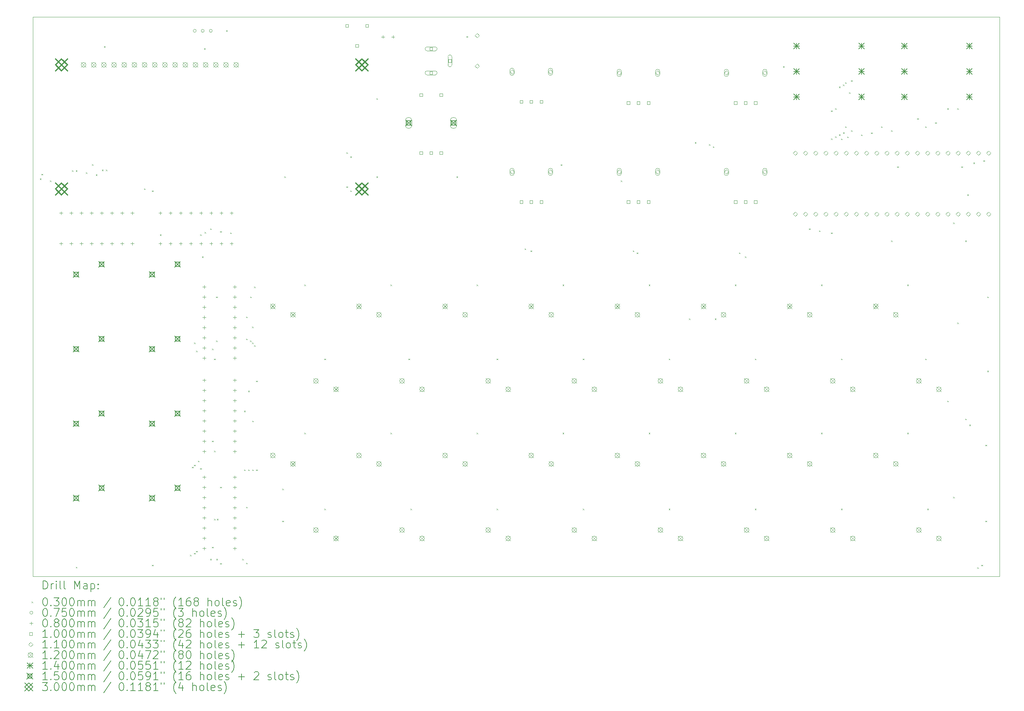
<source format=gbr>
%TF.GenerationSoftware,KiCad,Pcbnew,7.0.11*%
%TF.CreationDate,2024-11-21T01:14:29-06:00*%
%TF.ProjectId,Sardinia_v0.2,53617264-696e-4696-915f-76302e322e6b,rev?*%
%TF.SameCoordinates,Original*%
%TF.FileFunction,Drillmap*%
%TF.FilePolarity,Positive*%
%FSLAX45Y45*%
G04 Gerber Fmt 4.5, Leading zero omitted, Abs format (unit mm)*
G04 Created by KiCad (PCBNEW 7.0.11) date 2024-11-21 01:14:29*
%MOMM*%
%LPD*%
G01*
G04 APERTURE LIST*
%ADD10C,0.038100*%
%ADD11C,0.200000*%
%ADD12C,0.100000*%
%ADD13C,0.110000*%
%ADD14C,0.120000*%
%ADD15C,0.140000*%
%ADD16C,0.150000*%
%ADD17C,0.300000*%
G04 APERTURE END LIST*
D10*
X27940000Y-15875000D02*
X3810000Y-15875000D01*
X27940000Y-1905000D02*
X27940000Y-15875000D01*
X3810000Y-15875000D02*
X3810000Y-1905000D01*
X3810000Y-1905000D02*
X27940000Y-1905000D01*
D11*
D12*
X3985000Y-5935000D02*
X4015000Y-5965000D01*
X4015000Y-5935000D02*
X3985000Y-5965000D01*
X4022735Y-5822735D02*
X4052735Y-5852735D01*
X4052735Y-5822735D02*
X4022735Y-5852735D01*
X4235000Y-5985000D02*
X4265000Y-6015000D01*
X4265000Y-5985000D02*
X4235000Y-6015000D01*
X4785000Y-5735000D02*
X4815000Y-5765000D01*
X4815000Y-5735000D02*
X4785000Y-5765000D01*
X4885000Y-5735000D02*
X4915000Y-5765000D01*
X4915000Y-5735000D02*
X4885000Y-5765000D01*
X4885000Y-15635000D02*
X4915000Y-15665000D01*
X4915000Y-15635000D02*
X4885000Y-15665000D01*
X5135000Y-5782300D02*
X5165000Y-5812300D01*
X5165000Y-5782300D02*
X5135000Y-5812300D01*
X5285000Y-5582300D02*
X5315000Y-5612300D01*
X5315000Y-5582300D02*
X5285000Y-5612300D01*
X5385000Y-5835000D02*
X5415000Y-5865000D01*
X5415000Y-5835000D02*
X5385000Y-5865000D01*
X5535000Y-5716900D02*
X5565000Y-5746900D01*
X5565000Y-5716900D02*
X5535000Y-5746900D01*
X5585000Y-2635000D02*
X5615000Y-2665000D01*
X5615000Y-2635000D02*
X5585000Y-2665000D01*
X5635000Y-5716900D02*
X5665000Y-5746900D01*
X5665000Y-5716900D02*
X5635000Y-5746900D01*
X6585000Y-6185000D02*
X6615000Y-6215000D01*
X6615000Y-6185000D02*
X6585000Y-6215000D01*
X6785000Y-6235000D02*
X6815000Y-6265000D01*
X6815000Y-6235000D02*
X6785000Y-6265000D01*
X6785000Y-15585000D02*
X6815000Y-15615000D01*
X6815000Y-15585000D02*
X6785000Y-15615000D01*
X6985000Y-7335000D02*
X7015000Y-7365000D01*
X7015000Y-7335000D02*
X6985000Y-7365000D01*
X7735000Y-15336301D02*
X7765000Y-15366301D01*
X7765000Y-15336301D02*
X7735000Y-15366301D01*
X7783593Y-13136407D02*
X7813593Y-13166407D01*
X7813593Y-13136407D02*
X7783593Y-13166407D01*
X7832300Y-10035000D02*
X7862300Y-10065000D01*
X7862300Y-10035000D02*
X7832300Y-10065000D01*
X7834925Y-15287705D02*
X7864925Y-15317705D01*
X7864925Y-15287705D02*
X7834925Y-15317705D01*
X7835000Y-13085000D02*
X7865000Y-13115000D01*
X7865000Y-13085000D02*
X7835000Y-13115000D01*
X7885000Y-10235000D02*
X7915000Y-10265000D01*
X7915000Y-10235000D02*
X7885000Y-10265000D01*
X7885000Y-15235000D02*
X7915000Y-15265000D01*
X7915000Y-15235000D02*
X7885000Y-15265000D01*
X7932300Y-12985000D02*
X7962300Y-13015000D01*
X7962300Y-12985000D02*
X7932300Y-13015000D01*
X7985000Y-7335000D02*
X8015000Y-7365000D01*
X8015000Y-7335000D02*
X7985000Y-7365000D01*
X7985000Y-13170400D02*
X8015000Y-13200400D01*
X8015000Y-13170400D02*
X7985000Y-13200400D01*
X8035000Y-7885000D02*
X8065000Y-7915000D01*
X8065000Y-7885000D02*
X8035000Y-7915000D01*
X8085000Y-2685000D02*
X8115000Y-2715000D01*
X8115000Y-2685000D02*
X8085000Y-2715000D01*
X8094684Y-7275316D02*
X8124684Y-7305316D01*
X8124684Y-7275316D02*
X8094684Y-7305316D01*
X8235000Y-7185000D02*
X8265000Y-7215000D01*
X8265000Y-7185000D02*
X8235000Y-7215000D01*
X8235000Y-15435000D02*
X8265000Y-15465000D01*
X8265000Y-15435000D02*
X8235000Y-15465000D01*
X8285000Y-10185000D02*
X8315000Y-10215000D01*
X8315000Y-10185000D02*
X8285000Y-10215000D01*
X8285000Y-12485000D02*
X8315000Y-12515000D01*
X8315000Y-12485000D02*
X8285000Y-12515000D01*
X8285000Y-15135000D02*
X8315000Y-15165000D01*
X8315000Y-15135000D02*
X8285000Y-15165000D01*
X8335000Y-10435000D02*
X8365000Y-10465000D01*
X8365000Y-10435000D02*
X8335000Y-10465000D01*
X8335000Y-12735000D02*
X8365000Y-12765000D01*
X8365000Y-12735000D02*
X8335000Y-12765000D01*
X8335000Y-14435000D02*
X8365000Y-14465000D01*
X8365000Y-14435000D02*
X8335000Y-14465000D01*
X8385000Y-8885000D02*
X8415000Y-8915000D01*
X8415000Y-8885000D02*
X8385000Y-8915000D01*
X8385000Y-9982300D02*
X8415000Y-10012300D01*
X8415000Y-9982300D02*
X8385000Y-10012300D01*
X8387700Y-15435000D02*
X8417700Y-15465000D01*
X8417700Y-15435000D02*
X8387700Y-15465000D01*
X8407700Y-14435000D02*
X8437700Y-14465000D01*
X8437700Y-14435000D02*
X8407700Y-14465000D01*
X8485000Y-7252450D02*
X8515000Y-7282450D01*
X8515000Y-7252450D02*
X8485000Y-7282450D01*
X8485000Y-13635000D02*
X8515000Y-13665000D01*
X8515000Y-13635000D02*
X8485000Y-13665000D01*
X8485000Y-15540400D02*
X8515000Y-15570400D01*
X8515000Y-15540400D02*
X8485000Y-15570400D01*
X8635000Y-2235000D02*
X8665000Y-2265000D01*
X8665000Y-2235000D02*
X8635000Y-2265000D01*
X8735000Y-7285000D02*
X8765000Y-7315000D01*
X8765000Y-7285000D02*
X8735000Y-7315000D01*
X9035000Y-15435000D02*
X9065000Y-15465000D01*
X9065000Y-15435000D02*
X9035000Y-15465000D01*
X9085000Y-11735000D02*
X9115000Y-11765000D01*
X9115000Y-11735000D02*
X9085000Y-11765000D01*
X9085000Y-13203100D02*
X9115000Y-13233100D01*
X9115000Y-13203100D02*
X9085000Y-13233100D01*
X9135000Y-9385000D02*
X9165000Y-9415000D01*
X9165000Y-9385000D02*
X9135000Y-9415000D01*
X9135000Y-9935000D02*
X9165000Y-9965000D01*
X9165000Y-9935000D02*
X9135000Y-9965000D01*
X9135000Y-14135000D02*
X9165000Y-14165000D01*
X9165000Y-14135000D02*
X9135000Y-14165000D01*
X9135000Y-15535000D02*
X9165000Y-15565000D01*
X9165000Y-15535000D02*
X9135000Y-15565000D01*
X9185000Y-11235000D02*
X9215000Y-11265000D01*
X9215000Y-11235000D02*
X9185000Y-11265000D01*
X9185000Y-13203100D02*
X9215000Y-13233100D01*
X9215000Y-13203100D02*
X9185000Y-13233100D01*
X9229600Y-9982187D02*
X9259600Y-10012187D01*
X9259600Y-9982187D02*
X9229600Y-10012187D01*
X9235000Y-8885000D02*
X9265000Y-8915000D01*
X9265000Y-8885000D02*
X9235000Y-8915000D01*
X9282300Y-9635000D02*
X9312300Y-9665000D01*
X9312300Y-9635000D02*
X9282300Y-9665000D01*
X9282300Y-10035000D02*
X9312300Y-10065000D01*
X9312300Y-10035000D02*
X9282300Y-10065000D01*
X9285000Y-11985000D02*
X9315000Y-12015000D01*
X9315000Y-11985000D02*
X9285000Y-12015000D01*
X9285000Y-13203100D02*
X9315000Y-13233100D01*
X9315000Y-13203100D02*
X9285000Y-13233100D01*
X9335000Y-8635000D02*
X9365000Y-8665000D01*
X9365000Y-8635000D02*
X9335000Y-8665000D01*
X9335000Y-10102900D02*
X9365000Y-10132900D01*
X9365000Y-10102900D02*
X9335000Y-10132900D01*
X9385000Y-10985000D02*
X9415000Y-11015000D01*
X9415000Y-10985000D02*
X9385000Y-11015000D01*
X9385000Y-13203100D02*
X9415000Y-13233100D01*
X9415000Y-13203100D02*
X9385000Y-13233100D01*
X10035000Y-13685000D02*
X10065000Y-13715000D01*
X10065000Y-13685000D02*
X10035000Y-13715000D01*
X10035000Y-14485000D02*
X10065000Y-14515000D01*
X10065000Y-14485000D02*
X10035000Y-14515000D01*
X10085000Y-5885000D02*
X10115000Y-5915000D01*
X10115000Y-5885000D02*
X10085000Y-5915000D01*
X10585000Y-8585000D02*
X10615000Y-8615000D01*
X10615000Y-8585000D02*
X10585000Y-8615000D01*
X10585000Y-12285000D02*
X10615000Y-12315000D01*
X10615000Y-12285000D02*
X10585000Y-12315000D01*
X11085000Y-10435000D02*
X11115000Y-10465000D01*
X11115000Y-10435000D02*
X11085000Y-10465000D01*
X11085000Y-14185000D02*
X11115000Y-14215000D01*
X11115000Y-14185000D02*
X11085000Y-14215000D01*
X11635000Y-5285000D02*
X11665000Y-5315000D01*
X11665000Y-5285000D02*
X11635000Y-5315000D01*
X11635000Y-6135000D02*
X11665000Y-6165000D01*
X11665000Y-6135000D02*
X11635000Y-6165000D01*
X11735000Y-5385000D02*
X11765000Y-5415000D01*
X11765000Y-5385000D02*
X11735000Y-5415000D01*
X11735000Y-6235000D02*
X11765000Y-6265000D01*
X11765000Y-6235000D02*
X11735000Y-6265000D01*
X12385000Y-3935000D02*
X12415000Y-3965000D01*
X12415000Y-3935000D02*
X12385000Y-3965000D01*
X12385000Y-5885000D02*
X12415000Y-5915000D01*
X12415000Y-5885000D02*
X12385000Y-5915000D01*
X12735000Y-8585000D02*
X12765000Y-8615000D01*
X12765000Y-8585000D02*
X12735000Y-8615000D01*
X12735000Y-12285000D02*
X12765000Y-12315000D01*
X12765000Y-12285000D02*
X12735000Y-12315000D01*
X13185000Y-10435000D02*
X13215000Y-10465000D01*
X13215000Y-10435000D02*
X13185000Y-10465000D01*
X13235000Y-14185000D02*
X13265000Y-14215000D01*
X13265000Y-14185000D02*
X13235000Y-14215000D01*
X14385000Y-5885000D02*
X14415000Y-5915000D01*
X14415000Y-5885000D02*
X14385000Y-5915000D01*
X14635000Y-2385000D02*
X14665000Y-2415000D01*
X14665000Y-2385000D02*
X14635000Y-2415000D01*
X14885000Y-8585000D02*
X14915000Y-8615000D01*
X14915000Y-8585000D02*
X14885000Y-8615000D01*
X14885000Y-12285000D02*
X14915000Y-12315000D01*
X14915000Y-12285000D02*
X14885000Y-12315000D01*
X15385000Y-10435000D02*
X15415000Y-10465000D01*
X15415000Y-10435000D02*
X15385000Y-10465000D01*
X15385000Y-14185000D02*
X15415000Y-14215000D01*
X15415000Y-14185000D02*
X15385000Y-14215000D01*
X16085000Y-7684350D02*
X16115000Y-7714350D01*
X16115000Y-7684350D02*
X16085000Y-7714350D01*
X16235000Y-7735000D02*
X16265000Y-7765000D01*
X16265000Y-7735000D02*
X16235000Y-7765000D01*
X16985000Y-5585000D02*
X17015000Y-5615000D01*
X17015000Y-5585000D02*
X16985000Y-5615000D01*
X17035000Y-8585000D02*
X17065000Y-8615000D01*
X17065000Y-8585000D02*
X17035000Y-8615000D01*
X17035000Y-12285000D02*
X17065000Y-12315000D01*
X17065000Y-12285000D02*
X17035000Y-12315000D01*
X17535000Y-10435000D02*
X17565000Y-10465000D01*
X17565000Y-10435000D02*
X17535000Y-10465000D01*
X17535000Y-14185000D02*
X17565000Y-14215000D01*
X17565000Y-14185000D02*
X17535000Y-14215000D01*
X18485000Y-5985000D02*
X18515000Y-6015000D01*
X18515000Y-5985000D02*
X18485000Y-6015000D01*
X18785000Y-7735000D02*
X18815000Y-7765000D01*
X18815000Y-7735000D02*
X18785000Y-7765000D01*
X18885000Y-7785000D02*
X18915000Y-7815000D01*
X18915000Y-7785000D02*
X18885000Y-7815000D01*
X19185000Y-8585000D02*
X19215000Y-8615000D01*
X19215000Y-8585000D02*
X19185000Y-8615000D01*
X19185000Y-12285000D02*
X19215000Y-12315000D01*
X19215000Y-12285000D02*
X19185000Y-12315000D01*
X19685000Y-10435000D02*
X19715000Y-10465000D01*
X19715000Y-10435000D02*
X19685000Y-10465000D01*
X19685000Y-14185000D02*
X19715000Y-14215000D01*
X19715000Y-14185000D02*
X19685000Y-14215000D01*
X20185000Y-9435000D02*
X20215000Y-9465000D01*
X20215000Y-9435000D02*
X20185000Y-9465000D01*
X20335000Y-5029600D02*
X20365000Y-5059600D01*
X20365000Y-5029600D02*
X20335000Y-5059600D01*
X20685000Y-5082300D02*
X20715000Y-5112300D01*
X20715000Y-5082300D02*
X20685000Y-5112300D01*
X20785000Y-5135000D02*
X20815000Y-5165000D01*
X20815000Y-5135000D02*
X20785000Y-5165000D01*
X20835000Y-9435000D02*
X20865000Y-9465000D01*
X20865000Y-9435000D02*
X20835000Y-9465000D01*
X21335000Y-8585000D02*
X21365000Y-8615000D01*
X21365000Y-8585000D02*
X21335000Y-8615000D01*
X21335000Y-12285000D02*
X21365000Y-12315000D01*
X21365000Y-12285000D02*
X21335000Y-12315000D01*
X21435000Y-7785000D02*
X21465000Y-7815000D01*
X21465000Y-7785000D02*
X21435000Y-7815000D01*
X21585000Y-7885000D02*
X21615000Y-7915000D01*
X21615000Y-7885000D02*
X21585000Y-7915000D01*
X21835000Y-10435000D02*
X21865000Y-10465000D01*
X21865000Y-10435000D02*
X21835000Y-10465000D01*
X21835000Y-14185000D02*
X21865000Y-14215000D01*
X21865000Y-14185000D02*
X21835000Y-14215000D01*
X22535000Y-3135000D02*
X22565000Y-3165000D01*
X22565000Y-3135000D02*
X22535000Y-3165000D01*
X23185000Y-7185000D02*
X23215000Y-7215000D01*
X23215000Y-7185000D02*
X23185000Y-7215000D01*
X23435000Y-7235000D02*
X23465000Y-7265000D01*
X23465000Y-7235000D02*
X23435000Y-7265000D01*
X23485000Y-8585000D02*
X23515000Y-8615000D01*
X23515000Y-8585000D02*
X23485000Y-8615000D01*
X23485000Y-12285000D02*
X23515000Y-12315000D01*
X23515000Y-12285000D02*
X23485000Y-12315000D01*
X23735000Y-4237700D02*
X23765000Y-4267700D01*
X23765000Y-4237700D02*
X23735000Y-4267700D01*
X23735000Y-4935000D02*
X23765000Y-4965000D01*
X23765000Y-4935000D02*
X23735000Y-4965000D01*
X23735000Y-7285000D02*
X23765000Y-7315000D01*
X23765000Y-7285000D02*
X23735000Y-7315000D01*
X23835000Y-4185000D02*
X23865000Y-4215000D01*
X23865000Y-4185000D02*
X23835000Y-4215000D01*
X23835000Y-4885000D02*
X23865000Y-4915000D01*
X23865000Y-4885000D02*
X23835000Y-4915000D01*
X23935000Y-3643100D02*
X23965000Y-3673100D01*
X23965000Y-3643100D02*
X23935000Y-3673100D01*
X23935000Y-4835000D02*
X23965000Y-4865000D01*
X23965000Y-4835000D02*
X23935000Y-4865000D01*
X23985000Y-4940400D02*
X24015000Y-4970400D01*
X24015000Y-4940400D02*
X23985000Y-4970400D01*
X23985000Y-10435000D02*
X24015000Y-10465000D01*
X24015000Y-10435000D02*
X23985000Y-10465000D01*
X23985000Y-14185000D02*
X24015000Y-14215000D01*
X24015000Y-14185000D02*
X23985000Y-14215000D01*
X24032187Y-3590400D02*
X24062187Y-3620400D01*
X24062187Y-3590400D02*
X24032187Y-3620400D01*
X24035000Y-4785000D02*
X24065000Y-4815000D01*
X24065000Y-4785000D02*
X24035000Y-4815000D01*
X24085000Y-3537700D02*
X24115000Y-3567700D01*
X24115000Y-3537700D02*
X24085000Y-3567700D01*
X24085000Y-4635000D02*
X24115000Y-4665000D01*
X24115000Y-4635000D02*
X24085000Y-4665000D01*
X24135000Y-4890400D02*
X24165000Y-4920400D01*
X24165000Y-4890400D02*
X24135000Y-4920400D01*
X24185000Y-3785000D02*
X24215000Y-3815000D01*
X24215000Y-3785000D02*
X24185000Y-3815000D01*
X24235000Y-3485000D02*
X24265000Y-3515000D01*
X24265000Y-3485000D02*
X24235000Y-3515000D01*
X24235000Y-4735000D02*
X24265000Y-4765000D01*
X24265000Y-4735000D02*
X24235000Y-4765000D01*
X24485000Y-4840400D02*
X24515000Y-4870400D01*
X24515000Y-4840400D02*
X24485000Y-4870400D01*
X24735000Y-4787700D02*
X24765000Y-4817700D01*
X24765000Y-4787700D02*
X24735000Y-4817700D01*
X24985000Y-4635000D02*
X25015000Y-4665000D01*
X25015000Y-4635000D02*
X24985000Y-4665000D01*
X25235000Y-4735000D02*
X25265000Y-4765000D01*
X25265000Y-4735000D02*
X25235000Y-4765000D01*
X25235000Y-7485000D02*
X25265000Y-7515000D01*
X25265000Y-7485000D02*
X25235000Y-7515000D01*
X25385000Y-5635000D02*
X25415000Y-5665000D01*
X25415000Y-5635000D02*
X25385000Y-5665000D01*
X25635000Y-8585000D02*
X25665000Y-8615000D01*
X25665000Y-8585000D02*
X25635000Y-8615000D01*
X25635000Y-12285000D02*
X25665000Y-12315000D01*
X25665000Y-12285000D02*
X25635000Y-12315000D01*
X25885000Y-4435000D02*
X25915000Y-4465000D01*
X25915000Y-4435000D02*
X25885000Y-4465000D01*
X26085000Y-4635000D02*
X26115000Y-4665000D01*
X26115000Y-4635000D02*
X26085000Y-4665000D01*
X26085000Y-10435000D02*
X26115000Y-10465000D01*
X26115000Y-10435000D02*
X26085000Y-10465000D01*
X26135000Y-14185000D02*
X26165000Y-14215000D01*
X26165000Y-14185000D02*
X26135000Y-14215000D01*
X26335000Y-4535000D02*
X26365000Y-4565000D01*
X26365000Y-4535000D02*
X26335000Y-4565000D01*
X26635000Y-4185000D02*
X26665000Y-4215000D01*
X26665000Y-4185000D02*
X26635000Y-4215000D01*
X26635000Y-11485000D02*
X26665000Y-11515000D01*
X26665000Y-11485000D02*
X26635000Y-11515000D01*
X26785000Y-7035000D02*
X26815000Y-7065000D01*
X26815000Y-7035000D02*
X26785000Y-7065000D01*
X26785000Y-13885000D02*
X26815000Y-13915000D01*
X26815000Y-13885000D02*
X26785000Y-13915000D01*
X26885000Y-4185000D02*
X26915000Y-4215000D01*
X26915000Y-4185000D02*
X26885000Y-4215000D01*
X26885000Y-9535000D02*
X26915000Y-9565000D01*
X26915000Y-9535000D02*
X26885000Y-9565000D01*
X26985000Y-5635000D02*
X27015000Y-5665000D01*
X27015000Y-5635000D02*
X26985000Y-5665000D01*
X27085000Y-7485000D02*
X27115000Y-7515000D01*
X27115000Y-7485000D02*
X27085000Y-7515000D01*
X27085000Y-11935000D02*
X27115000Y-11965000D01*
X27115000Y-11935000D02*
X27085000Y-11965000D01*
X27135000Y-6335000D02*
X27165000Y-6365000D01*
X27165000Y-6335000D02*
X27135000Y-6365000D01*
X27185000Y-12085000D02*
X27215000Y-12115000D01*
X27215000Y-12085000D02*
X27185000Y-12115000D01*
X27285000Y-5537700D02*
X27315000Y-5567700D01*
X27315000Y-5537700D02*
X27285000Y-5567700D01*
X27385000Y-15645800D02*
X27415000Y-15675800D01*
X27415000Y-15645800D02*
X27385000Y-15675800D01*
X27485000Y-15585000D02*
X27515000Y-15615000D01*
X27515000Y-15585000D02*
X27485000Y-15615000D01*
X27535000Y-5485000D02*
X27565000Y-5515000D01*
X27565000Y-5485000D02*
X27535000Y-5515000D01*
X27585000Y-12585000D02*
X27615000Y-12615000D01*
X27615000Y-12585000D02*
X27585000Y-12615000D01*
X27585000Y-14485000D02*
X27615000Y-14515000D01*
X27615000Y-14485000D02*
X27585000Y-14515000D01*
X27635000Y-8885000D02*
X27665000Y-8915000D01*
X27665000Y-8885000D02*
X27635000Y-8915000D01*
X27635000Y-10735000D02*
X27665000Y-10765000D01*
X27665000Y-10735000D02*
X27635000Y-10765000D01*
X7887500Y-2250000D02*
G75*
G03*
X7812500Y-2250000I-37500J0D01*
G01*
X7812500Y-2250000D02*
G75*
G03*
X7887500Y-2250000I37500J0D01*
G01*
X8087500Y-2250000D02*
G75*
G03*
X8012500Y-2250000I-37500J0D01*
G01*
X8012500Y-2250000D02*
G75*
G03*
X8087500Y-2250000I37500J0D01*
G01*
X8287500Y-2250000D02*
G75*
G03*
X8212500Y-2250000I-37500J0D01*
G01*
X8212500Y-2250000D02*
G75*
G03*
X8287500Y-2250000I37500J0D01*
G01*
X4512500Y-6760000D02*
X4512500Y-6840000D01*
X4472500Y-6800000D02*
X4552500Y-6800000D01*
X4512500Y-7522000D02*
X4512500Y-7602000D01*
X4472500Y-7562000D02*
X4552500Y-7562000D01*
X4766500Y-6760000D02*
X4766500Y-6840000D01*
X4726500Y-6800000D02*
X4806500Y-6800000D01*
X4766500Y-7522000D02*
X4766500Y-7602000D01*
X4726500Y-7562000D02*
X4806500Y-7562000D01*
X5020500Y-6760000D02*
X5020500Y-6840000D01*
X4980500Y-6800000D02*
X5060500Y-6800000D01*
X5020500Y-7522000D02*
X5020500Y-7602000D01*
X4980500Y-7562000D02*
X5060500Y-7562000D01*
X5274500Y-6760000D02*
X5274500Y-6840000D01*
X5234500Y-6800000D02*
X5314500Y-6800000D01*
X5274500Y-7522000D02*
X5274500Y-7602000D01*
X5234500Y-7562000D02*
X5314500Y-7562000D01*
X5528500Y-6760000D02*
X5528500Y-6840000D01*
X5488500Y-6800000D02*
X5568500Y-6800000D01*
X5528500Y-7522000D02*
X5528500Y-7602000D01*
X5488500Y-7562000D02*
X5568500Y-7562000D01*
X5782500Y-6760000D02*
X5782500Y-6840000D01*
X5742500Y-6800000D02*
X5822500Y-6800000D01*
X5782500Y-7522000D02*
X5782500Y-7602000D01*
X5742500Y-7562000D02*
X5822500Y-7562000D01*
X6036500Y-6760000D02*
X6036500Y-6840000D01*
X5996500Y-6800000D02*
X6076500Y-6800000D01*
X6036500Y-7522000D02*
X6036500Y-7602000D01*
X5996500Y-7562000D02*
X6076500Y-7562000D01*
X6290500Y-6760000D02*
X6290500Y-6840000D01*
X6250500Y-6800000D02*
X6330500Y-6800000D01*
X6290500Y-7522000D02*
X6290500Y-7602000D01*
X6250500Y-7562000D02*
X6330500Y-7562000D01*
X6991000Y-6760000D02*
X6991000Y-6840000D01*
X6951000Y-6800000D02*
X7031000Y-6800000D01*
X6991000Y-7522000D02*
X6991000Y-7602000D01*
X6951000Y-7562000D02*
X7031000Y-7562000D01*
X7245000Y-6760000D02*
X7245000Y-6840000D01*
X7205000Y-6800000D02*
X7285000Y-6800000D01*
X7245000Y-7522000D02*
X7245000Y-7602000D01*
X7205000Y-7562000D02*
X7285000Y-7562000D01*
X7499000Y-6760000D02*
X7499000Y-6840000D01*
X7459000Y-6800000D02*
X7539000Y-6800000D01*
X7499000Y-7522000D02*
X7499000Y-7602000D01*
X7459000Y-7562000D02*
X7539000Y-7562000D01*
X7753000Y-6760000D02*
X7753000Y-6840000D01*
X7713000Y-6800000D02*
X7793000Y-6800000D01*
X7753000Y-7522000D02*
X7753000Y-7602000D01*
X7713000Y-7562000D02*
X7793000Y-7562000D01*
X8007000Y-6760000D02*
X8007000Y-6840000D01*
X7967000Y-6800000D02*
X8047000Y-6800000D01*
X8007000Y-7522000D02*
X8007000Y-7602000D01*
X7967000Y-7562000D02*
X8047000Y-7562000D01*
X8088000Y-8602000D02*
X8088000Y-8682000D01*
X8048000Y-8642000D02*
X8128000Y-8642000D01*
X8088000Y-8856000D02*
X8088000Y-8936000D01*
X8048000Y-8896000D02*
X8128000Y-8896000D01*
X8088000Y-9110000D02*
X8088000Y-9190000D01*
X8048000Y-9150000D02*
X8128000Y-9150000D01*
X8088000Y-9364000D02*
X8088000Y-9444000D01*
X8048000Y-9404000D02*
X8128000Y-9404000D01*
X8088000Y-9618000D02*
X8088000Y-9698000D01*
X8048000Y-9658000D02*
X8128000Y-9658000D01*
X8088000Y-9872000D02*
X8088000Y-9952000D01*
X8048000Y-9912000D02*
X8128000Y-9912000D01*
X8088000Y-10126000D02*
X8088000Y-10206000D01*
X8048000Y-10166000D02*
X8128000Y-10166000D01*
X8088000Y-10380000D02*
X8088000Y-10460000D01*
X8048000Y-10420000D02*
X8128000Y-10420000D01*
X8088000Y-10936000D02*
X8088000Y-11016000D01*
X8048000Y-10976000D02*
X8128000Y-10976000D01*
X8088000Y-11190000D02*
X8088000Y-11270000D01*
X8048000Y-11230000D02*
X8128000Y-11230000D01*
X8088000Y-11444000D02*
X8088000Y-11524000D01*
X8048000Y-11484000D02*
X8128000Y-11484000D01*
X8088000Y-11698000D02*
X8088000Y-11778000D01*
X8048000Y-11738000D02*
X8128000Y-11738000D01*
X8088000Y-11952000D02*
X8088000Y-12032000D01*
X8048000Y-11992000D02*
X8128000Y-11992000D01*
X8088000Y-12206000D02*
X8088000Y-12286000D01*
X8048000Y-12246000D02*
X8128000Y-12246000D01*
X8088000Y-12460000D02*
X8088000Y-12540000D01*
X8048000Y-12500000D02*
X8128000Y-12500000D01*
X8088000Y-12714000D02*
X8088000Y-12794000D01*
X8048000Y-12754000D02*
X8128000Y-12754000D01*
X8088000Y-13356000D02*
X8088000Y-13436000D01*
X8048000Y-13396000D02*
X8128000Y-13396000D01*
X8088000Y-13610000D02*
X8088000Y-13690000D01*
X8048000Y-13650000D02*
X8128000Y-13650000D01*
X8088000Y-13864000D02*
X8088000Y-13944000D01*
X8048000Y-13904000D02*
X8128000Y-13904000D01*
X8088000Y-14118000D02*
X8088000Y-14198000D01*
X8048000Y-14158000D02*
X8128000Y-14158000D01*
X8088000Y-14372000D02*
X8088000Y-14452000D01*
X8048000Y-14412000D02*
X8128000Y-14412000D01*
X8088000Y-14626000D02*
X8088000Y-14706000D01*
X8048000Y-14666000D02*
X8128000Y-14666000D01*
X8088000Y-14880000D02*
X8088000Y-14960000D01*
X8048000Y-14920000D02*
X8128000Y-14920000D01*
X8088000Y-15134000D02*
X8088000Y-15214000D01*
X8048000Y-15174000D02*
X8128000Y-15174000D01*
X8261000Y-6760000D02*
X8261000Y-6840000D01*
X8221000Y-6800000D02*
X8301000Y-6800000D01*
X8261000Y-7522000D02*
X8261000Y-7602000D01*
X8221000Y-7562000D02*
X8301000Y-7562000D01*
X8515000Y-6760000D02*
X8515000Y-6840000D01*
X8475000Y-6800000D02*
X8555000Y-6800000D01*
X8515000Y-7522000D02*
X8515000Y-7602000D01*
X8475000Y-7562000D02*
X8555000Y-7562000D01*
X8769000Y-6760000D02*
X8769000Y-6840000D01*
X8729000Y-6800000D02*
X8809000Y-6800000D01*
X8769000Y-7522000D02*
X8769000Y-7602000D01*
X8729000Y-7562000D02*
X8809000Y-7562000D01*
X8850000Y-8602000D02*
X8850000Y-8682000D01*
X8810000Y-8642000D02*
X8890000Y-8642000D01*
X8850000Y-8856000D02*
X8850000Y-8936000D01*
X8810000Y-8896000D02*
X8890000Y-8896000D01*
X8850000Y-9110000D02*
X8850000Y-9190000D01*
X8810000Y-9150000D02*
X8890000Y-9150000D01*
X8850000Y-9364000D02*
X8850000Y-9444000D01*
X8810000Y-9404000D02*
X8890000Y-9404000D01*
X8850000Y-9618000D02*
X8850000Y-9698000D01*
X8810000Y-9658000D02*
X8890000Y-9658000D01*
X8850000Y-9872000D02*
X8850000Y-9952000D01*
X8810000Y-9912000D02*
X8890000Y-9912000D01*
X8850000Y-10126000D02*
X8850000Y-10206000D01*
X8810000Y-10166000D02*
X8890000Y-10166000D01*
X8850000Y-10380000D02*
X8850000Y-10460000D01*
X8810000Y-10420000D02*
X8890000Y-10420000D01*
X8850000Y-10936000D02*
X8850000Y-11016000D01*
X8810000Y-10976000D02*
X8890000Y-10976000D01*
X8850000Y-11190000D02*
X8850000Y-11270000D01*
X8810000Y-11230000D02*
X8890000Y-11230000D01*
X8850000Y-11444000D02*
X8850000Y-11524000D01*
X8810000Y-11484000D02*
X8890000Y-11484000D01*
X8850000Y-11698000D02*
X8850000Y-11778000D01*
X8810000Y-11738000D02*
X8890000Y-11738000D01*
X8850000Y-11952000D02*
X8850000Y-12032000D01*
X8810000Y-11992000D02*
X8890000Y-11992000D01*
X8850000Y-12206000D02*
X8850000Y-12286000D01*
X8810000Y-12246000D02*
X8890000Y-12246000D01*
X8850000Y-12460000D02*
X8850000Y-12540000D01*
X8810000Y-12500000D02*
X8890000Y-12500000D01*
X8850000Y-12714000D02*
X8850000Y-12794000D01*
X8810000Y-12754000D02*
X8890000Y-12754000D01*
X8850000Y-13356000D02*
X8850000Y-13436000D01*
X8810000Y-13396000D02*
X8890000Y-13396000D01*
X8850000Y-13610000D02*
X8850000Y-13690000D01*
X8810000Y-13650000D02*
X8890000Y-13650000D01*
X8850000Y-13864000D02*
X8850000Y-13944000D01*
X8810000Y-13904000D02*
X8890000Y-13904000D01*
X8850000Y-14118000D02*
X8850000Y-14198000D01*
X8810000Y-14158000D02*
X8890000Y-14158000D01*
X8850000Y-14372000D02*
X8850000Y-14452000D01*
X8810000Y-14412000D02*
X8890000Y-14412000D01*
X8850000Y-14626000D02*
X8850000Y-14706000D01*
X8810000Y-14666000D02*
X8890000Y-14666000D01*
X8850000Y-14880000D02*
X8850000Y-14960000D01*
X8810000Y-14920000D02*
X8890000Y-14920000D01*
X8850000Y-15134000D02*
X8850000Y-15214000D01*
X8810000Y-15174000D02*
X8890000Y-15174000D01*
X12550000Y-2360000D02*
X12550000Y-2440000D01*
X12510000Y-2400000D02*
X12590000Y-2400000D01*
X12800000Y-2360000D02*
X12800000Y-2440000D01*
X12760000Y-2400000D02*
X12840000Y-2400000D01*
X11685356Y-2161356D02*
X11685356Y-2090644D01*
X11614644Y-2090644D01*
X11614644Y-2161356D01*
X11685356Y-2161356D01*
X11935356Y-2661356D02*
X11935356Y-2590644D01*
X11864644Y-2590644D01*
X11864644Y-2661356D01*
X11935356Y-2661356D01*
X12185356Y-2161356D02*
X12185356Y-2090644D01*
X12114644Y-2090644D01*
X12114644Y-2161356D01*
X12185356Y-2161356D01*
X13535356Y-3885356D02*
X13535356Y-3814644D01*
X13464644Y-3814644D01*
X13464644Y-3885356D01*
X13535356Y-3885356D01*
X13535356Y-5335356D02*
X13535356Y-5264644D01*
X13464644Y-5264644D01*
X13464644Y-5335356D01*
X13535356Y-5335356D01*
X13785356Y-2735356D02*
X13785356Y-2664644D01*
X13714644Y-2664644D01*
X13714644Y-2735356D01*
X13785356Y-2735356D01*
X13850000Y-2650000D02*
X13650000Y-2650000D01*
X13650000Y-2650000D02*
G75*
G03*
X13650000Y-2750000I0J-50000D01*
G01*
X13650000Y-2750000D02*
X13850000Y-2750000D01*
X13850000Y-2750000D02*
G75*
G03*
X13850000Y-2650000I0J50000D01*
G01*
X13785356Y-3335356D02*
X13785356Y-3264644D01*
X13714644Y-3264644D01*
X13714644Y-3335356D01*
X13785356Y-3335356D01*
X13850000Y-3250000D02*
X13650000Y-3250000D01*
X13650000Y-3250000D02*
G75*
G03*
X13650000Y-3350000I0J-50000D01*
G01*
X13650000Y-3350000D02*
X13850000Y-3350000D01*
X13850000Y-3350000D02*
G75*
G03*
X13850000Y-3250000I0J50000D01*
G01*
X13785356Y-5335356D02*
X13785356Y-5264644D01*
X13714644Y-5264644D01*
X13714644Y-5335356D01*
X13785356Y-5335356D01*
X14035356Y-3885356D02*
X14035356Y-3814644D01*
X13964644Y-3814644D01*
X13964644Y-3885356D01*
X14035356Y-3885356D01*
X14035356Y-5335356D02*
X14035356Y-5264644D01*
X13964644Y-5264644D01*
X13964644Y-5335356D01*
X14035356Y-5335356D01*
X14255356Y-3035356D02*
X14255356Y-2964644D01*
X14184644Y-2964644D01*
X14184644Y-3035356D01*
X14255356Y-3035356D01*
X14170000Y-2900000D02*
X14170000Y-3100000D01*
X14170000Y-3100000D02*
G75*
G03*
X14270000Y-3100000I50000J0D01*
G01*
X14270000Y-3100000D02*
X14270000Y-2900000D01*
X14270000Y-2900000D02*
G75*
G03*
X14170000Y-2900000I-50000J0D01*
G01*
X16035356Y-4057856D02*
X16035356Y-3987144D01*
X15964644Y-3987144D01*
X15964644Y-4057856D01*
X16035356Y-4057856D01*
X16035356Y-6557856D02*
X16035356Y-6487144D01*
X15964644Y-6487144D01*
X15964644Y-6557856D01*
X16035356Y-6557856D01*
X16285356Y-4057856D02*
X16285356Y-3987144D01*
X16214644Y-3987144D01*
X16214644Y-4057856D01*
X16285356Y-4057856D01*
X16285356Y-6557856D02*
X16285356Y-6487144D01*
X16214644Y-6487144D01*
X16214644Y-6557856D01*
X16285356Y-6557856D01*
X16535356Y-4057856D02*
X16535356Y-3987144D01*
X16464644Y-3987144D01*
X16464644Y-4057856D01*
X16535356Y-4057856D01*
X16535356Y-6557856D02*
X16535356Y-6487144D01*
X16464644Y-6487144D01*
X16464644Y-6557856D01*
X16535356Y-6557856D01*
X18710356Y-4085356D02*
X18710356Y-4014644D01*
X18639644Y-4014644D01*
X18639644Y-4085356D01*
X18710356Y-4085356D01*
X18710356Y-6557856D02*
X18710356Y-6487144D01*
X18639644Y-6487144D01*
X18639644Y-6557856D01*
X18710356Y-6557856D01*
X18960356Y-4085356D02*
X18960356Y-4014644D01*
X18889644Y-4014644D01*
X18889644Y-4085356D01*
X18960356Y-4085356D01*
X18960356Y-6557856D02*
X18960356Y-6487144D01*
X18889644Y-6487144D01*
X18889644Y-6557856D01*
X18960356Y-6557856D01*
X19210356Y-4085356D02*
X19210356Y-4014644D01*
X19139644Y-4014644D01*
X19139644Y-4085356D01*
X19210356Y-4085356D01*
X19210356Y-6557856D02*
X19210356Y-6487144D01*
X19139644Y-6487144D01*
X19139644Y-6557856D01*
X19210356Y-6557856D01*
X21385356Y-4085356D02*
X21385356Y-4014644D01*
X21314644Y-4014644D01*
X21314644Y-4085356D01*
X21385356Y-4085356D01*
X21385356Y-6557856D02*
X21385356Y-6487144D01*
X21314644Y-6487144D01*
X21314644Y-6557856D01*
X21385356Y-6557856D01*
X21635356Y-4085356D02*
X21635356Y-4014644D01*
X21564644Y-4014644D01*
X21564644Y-4085356D01*
X21635356Y-4085356D01*
X21635356Y-6557856D02*
X21635356Y-6487144D01*
X21564644Y-6487144D01*
X21564644Y-6557856D01*
X21635356Y-6557856D01*
X21885356Y-4085356D02*
X21885356Y-4014644D01*
X21814644Y-4014644D01*
X21814644Y-4085356D01*
X21885356Y-4085356D01*
X21885356Y-6557856D02*
X21885356Y-6487144D01*
X21814644Y-6487144D01*
X21814644Y-6557856D01*
X21885356Y-6557856D01*
D13*
X14900000Y-2424000D02*
X14955000Y-2369000D01*
X14900000Y-2314000D01*
X14845000Y-2369000D01*
X14900000Y-2424000D01*
X14900000Y-3186000D02*
X14955000Y-3131000D01*
X14900000Y-3076000D01*
X14845000Y-3131000D01*
X14900000Y-3186000D01*
X15770000Y-3327500D02*
X15825000Y-3272500D01*
X15770000Y-3217500D01*
X15715000Y-3272500D01*
X15770000Y-3327500D01*
D12*
X15825000Y-3307500D02*
X15825000Y-3237500D01*
X15825000Y-3237500D02*
G75*
G03*
X15715000Y-3237500I-55000J0D01*
G01*
X15715000Y-3237500D02*
X15715000Y-3307500D01*
X15715000Y-3307500D02*
G75*
G03*
X15825000Y-3307500I55000J0D01*
G01*
D13*
X15770000Y-5827500D02*
X15825000Y-5772500D01*
X15770000Y-5717500D01*
X15715000Y-5772500D01*
X15770000Y-5827500D01*
D12*
X15825000Y-5807500D02*
X15825000Y-5737500D01*
X15825000Y-5737500D02*
G75*
G03*
X15715000Y-5737500I-55000J0D01*
G01*
X15715000Y-5737500D02*
X15715000Y-5807500D01*
X15715000Y-5807500D02*
G75*
G03*
X15825000Y-5807500I55000J0D01*
G01*
D13*
X16730000Y-3327500D02*
X16785000Y-3272500D01*
X16730000Y-3217500D01*
X16675000Y-3272500D01*
X16730000Y-3327500D01*
D12*
X16785000Y-3307500D02*
X16785000Y-3237500D01*
X16785000Y-3237500D02*
G75*
G03*
X16675000Y-3237500I-55000J0D01*
G01*
X16675000Y-3237500D02*
X16675000Y-3307500D01*
X16675000Y-3307500D02*
G75*
G03*
X16785000Y-3307500I55000J0D01*
G01*
D13*
X16730000Y-5827500D02*
X16785000Y-5772500D01*
X16730000Y-5717500D01*
X16675000Y-5772500D01*
X16730000Y-5827500D01*
D12*
X16785000Y-5807500D02*
X16785000Y-5737500D01*
X16785000Y-5737500D02*
G75*
G03*
X16675000Y-5737500I-55000J0D01*
G01*
X16675000Y-5737500D02*
X16675000Y-5807500D01*
X16675000Y-5807500D02*
G75*
G03*
X16785000Y-5807500I55000J0D01*
G01*
D13*
X18445000Y-3355000D02*
X18500000Y-3300000D01*
X18445000Y-3245000D01*
X18390000Y-3300000D01*
X18445000Y-3355000D01*
D12*
X18500000Y-3335000D02*
X18500000Y-3265000D01*
X18500000Y-3265000D02*
G75*
G03*
X18390000Y-3265000I-55000J0D01*
G01*
X18390000Y-3265000D02*
X18390000Y-3335000D01*
X18390000Y-3335000D02*
G75*
G03*
X18500000Y-3335000I55000J0D01*
G01*
D13*
X18445000Y-5827500D02*
X18500000Y-5772500D01*
X18445000Y-5717500D01*
X18390000Y-5772500D01*
X18445000Y-5827500D01*
D12*
X18500000Y-5807500D02*
X18500000Y-5737500D01*
X18500000Y-5737500D02*
G75*
G03*
X18390000Y-5737500I-55000J0D01*
G01*
X18390000Y-5737500D02*
X18390000Y-5807500D01*
X18390000Y-5807500D02*
G75*
G03*
X18500000Y-5807500I55000J0D01*
G01*
D13*
X19405000Y-3355000D02*
X19460000Y-3300000D01*
X19405000Y-3245000D01*
X19350000Y-3300000D01*
X19405000Y-3355000D01*
D12*
X19460000Y-3335000D02*
X19460000Y-3265000D01*
X19460000Y-3265000D02*
G75*
G03*
X19350000Y-3265000I-55000J0D01*
G01*
X19350000Y-3265000D02*
X19350000Y-3335000D01*
X19350000Y-3335000D02*
G75*
G03*
X19460000Y-3335000I55000J0D01*
G01*
D13*
X19405000Y-5827500D02*
X19460000Y-5772500D01*
X19405000Y-5717500D01*
X19350000Y-5772500D01*
X19405000Y-5827500D01*
D12*
X19460000Y-5807500D02*
X19460000Y-5737500D01*
X19460000Y-5737500D02*
G75*
G03*
X19350000Y-5737500I-55000J0D01*
G01*
X19350000Y-5737500D02*
X19350000Y-5807500D01*
X19350000Y-5807500D02*
G75*
G03*
X19460000Y-5807500I55000J0D01*
G01*
D13*
X21120000Y-3355000D02*
X21175000Y-3300000D01*
X21120000Y-3245000D01*
X21065000Y-3300000D01*
X21120000Y-3355000D01*
D12*
X21175000Y-3335000D02*
X21175000Y-3265000D01*
X21175000Y-3265000D02*
G75*
G03*
X21065000Y-3265000I-55000J0D01*
G01*
X21065000Y-3265000D02*
X21065000Y-3335000D01*
X21065000Y-3335000D02*
G75*
G03*
X21175000Y-3335000I55000J0D01*
G01*
D13*
X21120000Y-5827500D02*
X21175000Y-5772500D01*
X21120000Y-5717500D01*
X21065000Y-5772500D01*
X21120000Y-5827500D01*
D12*
X21175000Y-5807500D02*
X21175000Y-5737500D01*
X21175000Y-5737500D02*
G75*
G03*
X21065000Y-5737500I-55000J0D01*
G01*
X21065000Y-5737500D02*
X21065000Y-5807500D01*
X21065000Y-5807500D02*
G75*
G03*
X21175000Y-5807500I55000J0D01*
G01*
D13*
X22080000Y-3355000D02*
X22135000Y-3300000D01*
X22080000Y-3245000D01*
X22025000Y-3300000D01*
X22080000Y-3355000D01*
D12*
X22135000Y-3335000D02*
X22135000Y-3265000D01*
X22135000Y-3265000D02*
G75*
G03*
X22025000Y-3265000I-55000J0D01*
G01*
X22025000Y-3265000D02*
X22025000Y-3335000D01*
X22025000Y-3335000D02*
G75*
G03*
X22135000Y-3335000I55000J0D01*
G01*
D13*
X22080000Y-5827500D02*
X22135000Y-5772500D01*
X22080000Y-5717500D01*
X22025000Y-5772500D01*
X22080000Y-5827500D01*
D12*
X22135000Y-5807500D02*
X22135000Y-5737500D01*
X22135000Y-5737500D02*
G75*
G03*
X22025000Y-5737500I-55000J0D01*
G01*
X22025000Y-5737500D02*
X22025000Y-5807500D01*
X22025000Y-5807500D02*
G75*
G03*
X22135000Y-5807500I55000J0D01*
G01*
D13*
X22842000Y-5355000D02*
X22897000Y-5300000D01*
X22842000Y-5245000D01*
X22787000Y-5300000D01*
X22842000Y-5355000D01*
X22842000Y-6879000D02*
X22897000Y-6824000D01*
X22842000Y-6769000D01*
X22787000Y-6824000D01*
X22842000Y-6879000D01*
X23096000Y-5355000D02*
X23151000Y-5300000D01*
X23096000Y-5245000D01*
X23041000Y-5300000D01*
X23096000Y-5355000D01*
X23096000Y-6879000D02*
X23151000Y-6824000D01*
X23096000Y-6769000D01*
X23041000Y-6824000D01*
X23096000Y-6879000D01*
X23350000Y-5355000D02*
X23405000Y-5300000D01*
X23350000Y-5245000D01*
X23295000Y-5300000D01*
X23350000Y-5355000D01*
X23350000Y-6879000D02*
X23405000Y-6824000D01*
X23350000Y-6769000D01*
X23295000Y-6824000D01*
X23350000Y-6879000D01*
X23604000Y-5355000D02*
X23659000Y-5300000D01*
X23604000Y-5245000D01*
X23549000Y-5300000D01*
X23604000Y-5355000D01*
X23604000Y-6879000D02*
X23659000Y-6824000D01*
X23604000Y-6769000D01*
X23549000Y-6824000D01*
X23604000Y-6879000D01*
X23858000Y-5355000D02*
X23913000Y-5300000D01*
X23858000Y-5245000D01*
X23803000Y-5300000D01*
X23858000Y-5355000D01*
X23858000Y-6879000D02*
X23913000Y-6824000D01*
X23858000Y-6769000D01*
X23803000Y-6824000D01*
X23858000Y-6879000D01*
X24112000Y-5355000D02*
X24167000Y-5300000D01*
X24112000Y-5245000D01*
X24057000Y-5300000D01*
X24112000Y-5355000D01*
X24112000Y-6879000D02*
X24167000Y-6824000D01*
X24112000Y-6769000D01*
X24057000Y-6824000D01*
X24112000Y-6879000D01*
X24366000Y-5355000D02*
X24421000Y-5300000D01*
X24366000Y-5245000D01*
X24311000Y-5300000D01*
X24366000Y-5355000D01*
X24366000Y-6879000D02*
X24421000Y-6824000D01*
X24366000Y-6769000D01*
X24311000Y-6824000D01*
X24366000Y-6879000D01*
X24620000Y-5355000D02*
X24675000Y-5300000D01*
X24620000Y-5245000D01*
X24565000Y-5300000D01*
X24620000Y-5355000D01*
X24620000Y-6879000D02*
X24675000Y-6824000D01*
X24620000Y-6769000D01*
X24565000Y-6824000D01*
X24620000Y-6879000D01*
X24874000Y-5355000D02*
X24929000Y-5300000D01*
X24874000Y-5245000D01*
X24819000Y-5300000D01*
X24874000Y-5355000D01*
X24874000Y-6879000D02*
X24929000Y-6824000D01*
X24874000Y-6769000D01*
X24819000Y-6824000D01*
X24874000Y-6879000D01*
X25128000Y-5355000D02*
X25183000Y-5300000D01*
X25128000Y-5245000D01*
X25073000Y-5300000D01*
X25128000Y-5355000D01*
X25128000Y-6879000D02*
X25183000Y-6824000D01*
X25128000Y-6769000D01*
X25073000Y-6824000D01*
X25128000Y-6879000D01*
X25382000Y-5355000D02*
X25437000Y-5300000D01*
X25382000Y-5245000D01*
X25327000Y-5300000D01*
X25382000Y-5355000D01*
X25382000Y-6879000D02*
X25437000Y-6824000D01*
X25382000Y-6769000D01*
X25327000Y-6824000D01*
X25382000Y-6879000D01*
X25636000Y-5355000D02*
X25691000Y-5300000D01*
X25636000Y-5245000D01*
X25581000Y-5300000D01*
X25636000Y-5355000D01*
X25636000Y-6879000D02*
X25691000Y-6824000D01*
X25636000Y-6769000D01*
X25581000Y-6824000D01*
X25636000Y-6879000D01*
X25890000Y-5355000D02*
X25945000Y-5300000D01*
X25890000Y-5245000D01*
X25835000Y-5300000D01*
X25890000Y-5355000D01*
X25890000Y-6879000D02*
X25945000Y-6824000D01*
X25890000Y-6769000D01*
X25835000Y-6824000D01*
X25890000Y-6879000D01*
X26144000Y-5355000D02*
X26199000Y-5300000D01*
X26144000Y-5245000D01*
X26089000Y-5300000D01*
X26144000Y-5355000D01*
X26144000Y-6879000D02*
X26199000Y-6824000D01*
X26144000Y-6769000D01*
X26089000Y-6824000D01*
X26144000Y-6879000D01*
X26398000Y-5355000D02*
X26453000Y-5300000D01*
X26398000Y-5245000D01*
X26343000Y-5300000D01*
X26398000Y-5355000D01*
X26398000Y-6879000D02*
X26453000Y-6824000D01*
X26398000Y-6769000D01*
X26343000Y-6824000D01*
X26398000Y-6879000D01*
X26652000Y-5355000D02*
X26707000Y-5300000D01*
X26652000Y-5245000D01*
X26597000Y-5300000D01*
X26652000Y-5355000D01*
X26652000Y-6879000D02*
X26707000Y-6824000D01*
X26652000Y-6769000D01*
X26597000Y-6824000D01*
X26652000Y-6879000D01*
X26906000Y-5355000D02*
X26961000Y-5300000D01*
X26906000Y-5245000D01*
X26851000Y-5300000D01*
X26906000Y-5355000D01*
X26906000Y-6879000D02*
X26961000Y-6824000D01*
X26906000Y-6769000D01*
X26851000Y-6824000D01*
X26906000Y-6879000D01*
X27160000Y-5355000D02*
X27215000Y-5300000D01*
X27160000Y-5245000D01*
X27105000Y-5300000D01*
X27160000Y-5355000D01*
X27160000Y-6879000D02*
X27215000Y-6824000D01*
X27160000Y-6769000D01*
X27105000Y-6824000D01*
X27160000Y-6879000D01*
X27414000Y-5355000D02*
X27469000Y-5300000D01*
X27414000Y-5245000D01*
X27359000Y-5300000D01*
X27414000Y-5355000D01*
X27414000Y-6879000D02*
X27469000Y-6824000D01*
X27414000Y-6769000D01*
X27359000Y-6824000D01*
X27414000Y-6879000D01*
X27668000Y-5355000D02*
X27723000Y-5300000D01*
X27668000Y-5245000D01*
X27613000Y-5300000D01*
X27668000Y-5355000D01*
X27668000Y-6879000D02*
X27723000Y-6824000D01*
X27668000Y-6769000D01*
X27613000Y-6824000D01*
X27668000Y-6879000D01*
D14*
X5015000Y-3040000D02*
X5135000Y-3160000D01*
X5135000Y-3040000D02*
X5015000Y-3160000D01*
X5135000Y-3100000D02*
G75*
G03*
X5015000Y-3100000I-60000J0D01*
G01*
X5015000Y-3100000D02*
G75*
G03*
X5135000Y-3100000I60000J0D01*
G01*
X5269000Y-3040000D02*
X5389000Y-3160000D01*
X5389000Y-3040000D02*
X5269000Y-3160000D01*
X5389000Y-3100000D02*
G75*
G03*
X5269000Y-3100000I-60000J0D01*
G01*
X5269000Y-3100000D02*
G75*
G03*
X5389000Y-3100000I60000J0D01*
G01*
X5523000Y-3040000D02*
X5643000Y-3160000D01*
X5643000Y-3040000D02*
X5523000Y-3160000D01*
X5643000Y-3100000D02*
G75*
G03*
X5523000Y-3100000I-60000J0D01*
G01*
X5523000Y-3100000D02*
G75*
G03*
X5643000Y-3100000I60000J0D01*
G01*
X5777000Y-3040000D02*
X5897000Y-3160000D01*
X5897000Y-3040000D02*
X5777000Y-3160000D01*
X5897000Y-3100000D02*
G75*
G03*
X5777000Y-3100000I-60000J0D01*
G01*
X5777000Y-3100000D02*
G75*
G03*
X5897000Y-3100000I60000J0D01*
G01*
X6031000Y-3040000D02*
X6151000Y-3160000D01*
X6151000Y-3040000D02*
X6031000Y-3160000D01*
X6151000Y-3100000D02*
G75*
G03*
X6031000Y-3100000I-60000J0D01*
G01*
X6031000Y-3100000D02*
G75*
G03*
X6151000Y-3100000I60000J0D01*
G01*
X6285000Y-3040000D02*
X6405000Y-3160000D01*
X6405000Y-3040000D02*
X6285000Y-3160000D01*
X6405000Y-3100000D02*
G75*
G03*
X6285000Y-3100000I-60000J0D01*
G01*
X6285000Y-3100000D02*
G75*
G03*
X6405000Y-3100000I60000J0D01*
G01*
X6539000Y-3040000D02*
X6659000Y-3160000D01*
X6659000Y-3040000D02*
X6539000Y-3160000D01*
X6659000Y-3100000D02*
G75*
G03*
X6539000Y-3100000I-60000J0D01*
G01*
X6539000Y-3100000D02*
G75*
G03*
X6659000Y-3100000I60000J0D01*
G01*
X6793000Y-3040000D02*
X6913000Y-3160000D01*
X6913000Y-3040000D02*
X6793000Y-3160000D01*
X6913000Y-3100000D02*
G75*
G03*
X6793000Y-3100000I-60000J0D01*
G01*
X6793000Y-3100000D02*
G75*
G03*
X6913000Y-3100000I60000J0D01*
G01*
X7047000Y-3040000D02*
X7167000Y-3160000D01*
X7167000Y-3040000D02*
X7047000Y-3160000D01*
X7167000Y-3100000D02*
G75*
G03*
X7047000Y-3100000I-60000J0D01*
G01*
X7047000Y-3100000D02*
G75*
G03*
X7167000Y-3100000I60000J0D01*
G01*
X7301000Y-3040000D02*
X7421000Y-3160000D01*
X7421000Y-3040000D02*
X7301000Y-3160000D01*
X7421000Y-3100000D02*
G75*
G03*
X7301000Y-3100000I-60000J0D01*
G01*
X7301000Y-3100000D02*
G75*
G03*
X7421000Y-3100000I60000J0D01*
G01*
X7555000Y-3040000D02*
X7675000Y-3160000D01*
X7675000Y-3040000D02*
X7555000Y-3160000D01*
X7675000Y-3100000D02*
G75*
G03*
X7555000Y-3100000I-60000J0D01*
G01*
X7555000Y-3100000D02*
G75*
G03*
X7675000Y-3100000I60000J0D01*
G01*
X7809000Y-3040000D02*
X7929000Y-3160000D01*
X7929000Y-3040000D02*
X7809000Y-3160000D01*
X7929000Y-3100000D02*
G75*
G03*
X7809000Y-3100000I-60000J0D01*
G01*
X7809000Y-3100000D02*
G75*
G03*
X7929000Y-3100000I60000J0D01*
G01*
X8063000Y-3040000D02*
X8183000Y-3160000D01*
X8183000Y-3040000D02*
X8063000Y-3160000D01*
X8183000Y-3100000D02*
G75*
G03*
X8063000Y-3100000I-60000J0D01*
G01*
X8063000Y-3100000D02*
G75*
G03*
X8183000Y-3100000I60000J0D01*
G01*
X8317000Y-3040000D02*
X8437000Y-3160000D01*
X8437000Y-3040000D02*
X8317000Y-3160000D01*
X8437000Y-3100000D02*
G75*
G03*
X8317000Y-3100000I-60000J0D01*
G01*
X8317000Y-3100000D02*
G75*
G03*
X8437000Y-3100000I60000J0D01*
G01*
X8571000Y-3040000D02*
X8691000Y-3160000D01*
X8691000Y-3040000D02*
X8571000Y-3160000D01*
X8691000Y-3100000D02*
G75*
G03*
X8571000Y-3100000I-60000J0D01*
G01*
X8571000Y-3100000D02*
G75*
G03*
X8691000Y-3100000I60000J0D01*
G01*
X8825000Y-3040000D02*
X8945000Y-3160000D01*
X8945000Y-3040000D02*
X8825000Y-3160000D01*
X8945000Y-3100000D02*
G75*
G03*
X8825000Y-3100000I-60000J0D01*
G01*
X8825000Y-3100000D02*
G75*
G03*
X8945000Y-3100000I60000J0D01*
G01*
X9740000Y-9070000D02*
X9860000Y-9190000D01*
X9860000Y-9070000D02*
X9740000Y-9190000D01*
X9860000Y-9130000D02*
G75*
G03*
X9740000Y-9130000I-60000J0D01*
G01*
X9740000Y-9130000D02*
G75*
G03*
X9860000Y-9130000I60000J0D01*
G01*
X9740000Y-12793910D02*
X9860000Y-12913910D01*
X9860000Y-12793910D02*
X9740000Y-12913910D01*
X9860000Y-12853910D02*
G75*
G03*
X9740000Y-12853910I-60000J0D01*
G01*
X9740000Y-12853910D02*
G75*
G03*
X9860000Y-12853910I60000J0D01*
G01*
X10240000Y-9280000D02*
X10360000Y-9400000D01*
X10360000Y-9280000D02*
X10240000Y-9400000D01*
X10360000Y-9340000D02*
G75*
G03*
X10240000Y-9340000I-60000J0D01*
G01*
X10240000Y-9340000D02*
G75*
G03*
X10360000Y-9340000I60000J0D01*
G01*
X10240000Y-13003910D02*
X10360000Y-13123910D01*
X10360000Y-13003910D02*
X10240000Y-13123910D01*
X10360000Y-13063910D02*
G75*
G03*
X10240000Y-13063910I-60000J0D01*
G01*
X10240000Y-13063910D02*
G75*
G03*
X10360000Y-13063910I60000J0D01*
G01*
X10815000Y-10931955D02*
X10935000Y-11051955D01*
X10935000Y-10931955D02*
X10815000Y-11051955D01*
X10935000Y-10991955D02*
G75*
G03*
X10815000Y-10991955I-60000J0D01*
G01*
X10815000Y-10991955D02*
G75*
G03*
X10935000Y-10991955I60000J0D01*
G01*
X10815000Y-14655864D02*
X10935000Y-14775864D01*
X10935000Y-14655864D02*
X10815000Y-14775864D01*
X10935000Y-14715864D02*
G75*
G03*
X10815000Y-14715864I-60000J0D01*
G01*
X10815000Y-14715864D02*
G75*
G03*
X10935000Y-14715864I60000J0D01*
G01*
X11315000Y-11141955D02*
X11435000Y-11261955D01*
X11435000Y-11141955D02*
X11315000Y-11261955D01*
X11435000Y-11201955D02*
G75*
G03*
X11315000Y-11201955I-60000J0D01*
G01*
X11315000Y-11201955D02*
G75*
G03*
X11435000Y-11201955I60000J0D01*
G01*
X11315000Y-14865864D02*
X11435000Y-14985864D01*
X11435000Y-14865864D02*
X11315000Y-14985864D01*
X11435000Y-14925864D02*
G75*
G03*
X11315000Y-14925864I-60000J0D01*
G01*
X11315000Y-14925864D02*
G75*
G03*
X11435000Y-14925864I60000J0D01*
G01*
X11890000Y-9070000D02*
X12010000Y-9190000D01*
X12010000Y-9070000D02*
X11890000Y-9190000D01*
X12010000Y-9130000D02*
G75*
G03*
X11890000Y-9130000I-60000J0D01*
G01*
X11890000Y-9130000D02*
G75*
G03*
X12010000Y-9130000I60000J0D01*
G01*
X11890000Y-12793910D02*
X12010000Y-12913910D01*
X12010000Y-12793910D02*
X11890000Y-12913910D01*
X12010000Y-12853910D02*
G75*
G03*
X11890000Y-12853910I-60000J0D01*
G01*
X11890000Y-12853910D02*
G75*
G03*
X12010000Y-12853910I60000J0D01*
G01*
X12390000Y-9280000D02*
X12510000Y-9400000D01*
X12510000Y-9280000D02*
X12390000Y-9400000D01*
X12510000Y-9340000D02*
G75*
G03*
X12390000Y-9340000I-60000J0D01*
G01*
X12390000Y-9340000D02*
G75*
G03*
X12510000Y-9340000I60000J0D01*
G01*
X12390000Y-13003910D02*
X12510000Y-13123910D01*
X12510000Y-13003910D02*
X12390000Y-13123910D01*
X12510000Y-13063910D02*
G75*
G03*
X12390000Y-13063910I-60000J0D01*
G01*
X12390000Y-13063910D02*
G75*
G03*
X12510000Y-13063910I60000J0D01*
G01*
X12965000Y-10931955D02*
X13085000Y-11051955D01*
X13085000Y-10931955D02*
X12965000Y-11051955D01*
X13085000Y-10991955D02*
G75*
G03*
X12965000Y-10991955I-60000J0D01*
G01*
X12965000Y-10991955D02*
G75*
G03*
X13085000Y-10991955I60000J0D01*
G01*
X12965000Y-14655864D02*
X13085000Y-14775864D01*
X13085000Y-14655864D02*
X12965000Y-14775864D01*
X13085000Y-14715864D02*
G75*
G03*
X12965000Y-14715864I-60000J0D01*
G01*
X12965000Y-14715864D02*
G75*
G03*
X13085000Y-14715864I60000J0D01*
G01*
X13465000Y-11141955D02*
X13585000Y-11261955D01*
X13585000Y-11141955D02*
X13465000Y-11261955D01*
X13585000Y-11201955D02*
G75*
G03*
X13465000Y-11201955I-60000J0D01*
G01*
X13465000Y-11201955D02*
G75*
G03*
X13585000Y-11201955I60000J0D01*
G01*
X13465000Y-14865864D02*
X13585000Y-14985864D01*
X13585000Y-14865864D02*
X13465000Y-14985864D01*
X13585000Y-14925864D02*
G75*
G03*
X13465000Y-14925864I-60000J0D01*
G01*
X13465000Y-14925864D02*
G75*
G03*
X13585000Y-14925864I60000J0D01*
G01*
X14040000Y-9070000D02*
X14160000Y-9190000D01*
X14160000Y-9070000D02*
X14040000Y-9190000D01*
X14160000Y-9130000D02*
G75*
G03*
X14040000Y-9130000I-60000J0D01*
G01*
X14040000Y-9130000D02*
G75*
G03*
X14160000Y-9130000I60000J0D01*
G01*
X14040000Y-12793910D02*
X14160000Y-12913910D01*
X14160000Y-12793910D02*
X14040000Y-12913910D01*
X14160000Y-12853910D02*
G75*
G03*
X14040000Y-12853910I-60000J0D01*
G01*
X14040000Y-12853910D02*
G75*
G03*
X14160000Y-12853910I60000J0D01*
G01*
X14540000Y-9280000D02*
X14660000Y-9400000D01*
X14660000Y-9280000D02*
X14540000Y-9400000D01*
X14660000Y-9340000D02*
G75*
G03*
X14540000Y-9340000I-60000J0D01*
G01*
X14540000Y-9340000D02*
G75*
G03*
X14660000Y-9340000I60000J0D01*
G01*
X14540000Y-13003910D02*
X14660000Y-13123910D01*
X14660000Y-13003910D02*
X14540000Y-13123910D01*
X14660000Y-13063910D02*
G75*
G03*
X14540000Y-13063910I-60000J0D01*
G01*
X14540000Y-13063910D02*
G75*
G03*
X14660000Y-13063910I60000J0D01*
G01*
X15115000Y-10931955D02*
X15235000Y-11051955D01*
X15235000Y-10931955D02*
X15115000Y-11051955D01*
X15235000Y-10991955D02*
G75*
G03*
X15115000Y-10991955I-60000J0D01*
G01*
X15115000Y-10991955D02*
G75*
G03*
X15235000Y-10991955I60000J0D01*
G01*
X15115000Y-14655864D02*
X15235000Y-14775864D01*
X15235000Y-14655864D02*
X15115000Y-14775864D01*
X15235000Y-14715864D02*
G75*
G03*
X15115000Y-14715864I-60000J0D01*
G01*
X15115000Y-14715864D02*
G75*
G03*
X15235000Y-14715864I60000J0D01*
G01*
X15615000Y-11141955D02*
X15735000Y-11261955D01*
X15735000Y-11141955D02*
X15615000Y-11261955D01*
X15735000Y-11201955D02*
G75*
G03*
X15615000Y-11201955I-60000J0D01*
G01*
X15615000Y-11201955D02*
G75*
G03*
X15735000Y-11201955I60000J0D01*
G01*
X15615000Y-14865864D02*
X15735000Y-14985864D01*
X15735000Y-14865864D02*
X15615000Y-14985864D01*
X15735000Y-14925864D02*
G75*
G03*
X15615000Y-14925864I-60000J0D01*
G01*
X15615000Y-14925864D02*
G75*
G03*
X15735000Y-14925864I60000J0D01*
G01*
X16190000Y-9070000D02*
X16310000Y-9190000D01*
X16310000Y-9070000D02*
X16190000Y-9190000D01*
X16310000Y-9130000D02*
G75*
G03*
X16190000Y-9130000I-60000J0D01*
G01*
X16190000Y-9130000D02*
G75*
G03*
X16310000Y-9130000I60000J0D01*
G01*
X16190000Y-12793910D02*
X16310000Y-12913910D01*
X16310000Y-12793910D02*
X16190000Y-12913910D01*
X16310000Y-12853910D02*
G75*
G03*
X16190000Y-12853910I-60000J0D01*
G01*
X16190000Y-12853910D02*
G75*
G03*
X16310000Y-12853910I60000J0D01*
G01*
X16690000Y-9280000D02*
X16810000Y-9400000D01*
X16810000Y-9280000D02*
X16690000Y-9400000D01*
X16810000Y-9340000D02*
G75*
G03*
X16690000Y-9340000I-60000J0D01*
G01*
X16690000Y-9340000D02*
G75*
G03*
X16810000Y-9340000I60000J0D01*
G01*
X16690000Y-13003910D02*
X16810000Y-13123910D01*
X16810000Y-13003910D02*
X16690000Y-13123910D01*
X16810000Y-13063910D02*
G75*
G03*
X16690000Y-13063910I-60000J0D01*
G01*
X16690000Y-13063910D02*
G75*
G03*
X16810000Y-13063910I60000J0D01*
G01*
X17265000Y-10931955D02*
X17385000Y-11051955D01*
X17385000Y-10931955D02*
X17265000Y-11051955D01*
X17385000Y-10991955D02*
G75*
G03*
X17265000Y-10991955I-60000J0D01*
G01*
X17265000Y-10991955D02*
G75*
G03*
X17385000Y-10991955I60000J0D01*
G01*
X17265000Y-14655864D02*
X17385000Y-14775864D01*
X17385000Y-14655864D02*
X17265000Y-14775864D01*
X17385000Y-14715864D02*
G75*
G03*
X17265000Y-14715864I-60000J0D01*
G01*
X17265000Y-14715864D02*
G75*
G03*
X17385000Y-14715864I60000J0D01*
G01*
X17765000Y-11141955D02*
X17885000Y-11261955D01*
X17885000Y-11141955D02*
X17765000Y-11261955D01*
X17885000Y-11201955D02*
G75*
G03*
X17765000Y-11201955I-60000J0D01*
G01*
X17765000Y-11201955D02*
G75*
G03*
X17885000Y-11201955I60000J0D01*
G01*
X17765000Y-14865864D02*
X17885000Y-14985864D01*
X17885000Y-14865864D02*
X17765000Y-14985864D01*
X17885000Y-14925864D02*
G75*
G03*
X17765000Y-14925864I-60000J0D01*
G01*
X17765000Y-14925864D02*
G75*
G03*
X17885000Y-14925864I60000J0D01*
G01*
X18340000Y-9070000D02*
X18460000Y-9190000D01*
X18460000Y-9070000D02*
X18340000Y-9190000D01*
X18460000Y-9130000D02*
G75*
G03*
X18340000Y-9130000I-60000J0D01*
G01*
X18340000Y-9130000D02*
G75*
G03*
X18460000Y-9130000I60000J0D01*
G01*
X18340000Y-12793910D02*
X18460000Y-12913910D01*
X18460000Y-12793910D02*
X18340000Y-12913910D01*
X18460000Y-12853910D02*
G75*
G03*
X18340000Y-12853910I-60000J0D01*
G01*
X18340000Y-12853910D02*
G75*
G03*
X18460000Y-12853910I60000J0D01*
G01*
X18840000Y-9280000D02*
X18960000Y-9400000D01*
X18960000Y-9280000D02*
X18840000Y-9400000D01*
X18960000Y-9340000D02*
G75*
G03*
X18840000Y-9340000I-60000J0D01*
G01*
X18840000Y-9340000D02*
G75*
G03*
X18960000Y-9340000I60000J0D01*
G01*
X18840000Y-13003910D02*
X18960000Y-13123910D01*
X18960000Y-13003910D02*
X18840000Y-13123910D01*
X18960000Y-13063910D02*
G75*
G03*
X18840000Y-13063910I-60000J0D01*
G01*
X18840000Y-13063910D02*
G75*
G03*
X18960000Y-13063910I60000J0D01*
G01*
X19415000Y-10931955D02*
X19535000Y-11051955D01*
X19535000Y-10931955D02*
X19415000Y-11051955D01*
X19535000Y-10991955D02*
G75*
G03*
X19415000Y-10991955I-60000J0D01*
G01*
X19415000Y-10991955D02*
G75*
G03*
X19535000Y-10991955I60000J0D01*
G01*
X19415000Y-14655864D02*
X19535000Y-14775864D01*
X19535000Y-14655864D02*
X19415000Y-14775864D01*
X19535000Y-14715864D02*
G75*
G03*
X19415000Y-14715864I-60000J0D01*
G01*
X19415000Y-14715864D02*
G75*
G03*
X19535000Y-14715864I60000J0D01*
G01*
X19915000Y-11141955D02*
X20035000Y-11261955D01*
X20035000Y-11141955D02*
X19915000Y-11261955D01*
X20035000Y-11201955D02*
G75*
G03*
X19915000Y-11201955I-60000J0D01*
G01*
X19915000Y-11201955D02*
G75*
G03*
X20035000Y-11201955I60000J0D01*
G01*
X19915000Y-14865864D02*
X20035000Y-14985864D01*
X20035000Y-14865864D02*
X19915000Y-14985864D01*
X20035000Y-14925864D02*
G75*
G03*
X19915000Y-14925864I-60000J0D01*
G01*
X19915000Y-14925864D02*
G75*
G03*
X20035000Y-14925864I60000J0D01*
G01*
X20490000Y-9070000D02*
X20610000Y-9190000D01*
X20610000Y-9070000D02*
X20490000Y-9190000D01*
X20610000Y-9130000D02*
G75*
G03*
X20490000Y-9130000I-60000J0D01*
G01*
X20490000Y-9130000D02*
G75*
G03*
X20610000Y-9130000I60000J0D01*
G01*
X20490000Y-12793910D02*
X20610000Y-12913910D01*
X20610000Y-12793910D02*
X20490000Y-12913910D01*
X20610000Y-12853910D02*
G75*
G03*
X20490000Y-12853910I-60000J0D01*
G01*
X20490000Y-12853910D02*
G75*
G03*
X20610000Y-12853910I60000J0D01*
G01*
X20990000Y-9280000D02*
X21110000Y-9400000D01*
X21110000Y-9280000D02*
X20990000Y-9400000D01*
X21110000Y-9340000D02*
G75*
G03*
X20990000Y-9340000I-60000J0D01*
G01*
X20990000Y-9340000D02*
G75*
G03*
X21110000Y-9340000I60000J0D01*
G01*
X20990000Y-13003910D02*
X21110000Y-13123910D01*
X21110000Y-13003910D02*
X20990000Y-13123910D01*
X21110000Y-13063910D02*
G75*
G03*
X20990000Y-13063910I-60000J0D01*
G01*
X20990000Y-13063910D02*
G75*
G03*
X21110000Y-13063910I60000J0D01*
G01*
X21565000Y-10931955D02*
X21685000Y-11051955D01*
X21685000Y-10931955D02*
X21565000Y-11051955D01*
X21685000Y-10991955D02*
G75*
G03*
X21565000Y-10991955I-60000J0D01*
G01*
X21565000Y-10991955D02*
G75*
G03*
X21685000Y-10991955I60000J0D01*
G01*
X21565000Y-14655864D02*
X21685000Y-14775864D01*
X21685000Y-14655864D02*
X21565000Y-14775864D01*
X21685000Y-14715864D02*
G75*
G03*
X21565000Y-14715864I-60000J0D01*
G01*
X21565000Y-14715864D02*
G75*
G03*
X21685000Y-14715864I60000J0D01*
G01*
X22065000Y-11141955D02*
X22185000Y-11261955D01*
X22185000Y-11141955D02*
X22065000Y-11261955D01*
X22185000Y-11201955D02*
G75*
G03*
X22065000Y-11201955I-60000J0D01*
G01*
X22065000Y-11201955D02*
G75*
G03*
X22185000Y-11201955I60000J0D01*
G01*
X22065000Y-14865864D02*
X22185000Y-14985864D01*
X22185000Y-14865864D02*
X22065000Y-14985864D01*
X22185000Y-14925864D02*
G75*
G03*
X22065000Y-14925864I-60000J0D01*
G01*
X22065000Y-14925864D02*
G75*
G03*
X22185000Y-14925864I60000J0D01*
G01*
X22640000Y-9070000D02*
X22760000Y-9190000D01*
X22760000Y-9070000D02*
X22640000Y-9190000D01*
X22760000Y-9130000D02*
G75*
G03*
X22640000Y-9130000I-60000J0D01*
G01*
X22640000Y-9130000D02*
G75*
G03*
X22760000Y-9130000I60000J0D01*
G01*
X22640000Y-12793910D02*
X22760000Y-12913910D01*
X22760000Y-12793910D02*
X22640000Y-12913910D01*
X22760000Y-12853910D02*
G75*
G03*
X22640000Y-12853910I-60000J0D01*
G01*
X22640000Y-12853910D02*
G75*
G03*
X22760000Y-12853910I60000J0D01*
G01*
X23140000Y-9280000D02*
X23260000Y-9400000D01*
X23260000Y-9280000D02*
X23140000Y-9400000D01*
X23260000Y-9340000D02*
G75*
G03*
X23140000Y-9340000I-60000J0D01*
G01*
X23140000Y-9340000D02*
G75*
G03*
X23260000Y-9340000I60000J0D01*
G01*
X23140000Y-13003910D02*
X23260000Y-13123910D01*
X23260000Y-13003910D02*
X23140000Y-13123910D01*
X23260000Y-13063910D02*
G75*
G03*
X23140000Y-13063910I-60000J0D01*
G01*
X23140000Y-13063910D02*
G75*
G03*
X23260000Y-13063910I60000J0D01*
G01*
X23715000Y-10931955D02*
X23835000Y-11051955D01*
X23835000Y-10931955D02*
X23715000Y-11051955D01*
X23835000Y-10991955D02*
G75*
G03*
X23715000Y-10991955I-60000J0D01*
G01*
X23715000Y-10991955D02*
G75*
G03*
X23835000Y-10991955I60000J0D01*
G01*
X23715000Y-14655864D02*
X23835000Y-14775864D01*
X23835000Y-14655864D02*
X23715000Y-14775864D01*
X23835000Y-14715864D02*
G75*
G03*
X23715000Y-14715864I-60000J0D01*
G01*
X23715000Y-14715864D02*
G75*
G03*
X23835000Y-14715864I60000J0D01*
G01*
X24215000Y-11141955D02*
X24335000Y-11261955D01*
X24335000Y-11141955D02*
X24215000Y-11261955D01*
X24335000Y-11201955D02*
G75*
G03*
X24215000Y-11201955I-60000J0D01*
G01*
X24215000Y-11201955D02*
G75*
G03*
X24335000Y-11201955I60000J0D01*
G01*
X24215000Y-14865864D02*
X24335000Y-14985864D01*
X24335000Y-14865864D02*
X24215000Y-14985864D01*
X24335000Y-14925864D02*
G75*
G03*
X24215000Y-14925864I-60000J0D01*
G01*
X24215000Y-14925864D02*
G75*
G03*
X24335000Y-14925864I60000J0D01*
G01*
X24790000Y-9070000D02*
X24910000Y-9190000D01*
X24910000Y-9070000D02*
X24790000Y-9190000D01*
X24910000Y-9130000D02*
G75*
G03*
X24790000Y-9130000I-60000J0D01*
G01*
X24790000Y-9130000D02*
G75*
G03*
X24910000Y-9130000I60000J0D01*
G01*
X24790000Y-12793910D02*
X24910000Y-12913910D01*
X24910000Y-12793910D02*
X24790000Y-12913910D01*
X24910000Y-12853910D02*
G75*
G03*
X24790000Y-12853910I-60000J0D01*
G01*
X24790000Y-12853910D02*
G75*
G03*
X24910000Y-12853910I60000J0D01*
G01*
X25290000Y-9280000D02*
X25410000Y-9400000D01*
X25410000Y-9280000D02*
X25290000Y-9400000D01*
X25410000Y-9340000D02*
G75*
G03*
X25290000Y-9340000I-60000J0D01*
G01*
X25290000Y-9340000D02*
G75*
G03*
X25410000Y-9340000I60000J0D01*
G01*
X25290000Y-13003910D02*
X25410000Y-13123910D01*
X25410000Y-13003910D02*
X25290000Y-13123910D01*
X25410000Y-13063910D02*
G75*
G03*
X25290000Y-13063910I-60000J0D01*
G01*
X25290000Y-13063910D02*
G75*
G03*
X25410000Y-13063910I60000J0D01*
G01*
X25865000Y-10931955D02*
X25985000Y-11051955D01*
X25985000Y-10931955D02*
X25865000Y-11051955D01*
X25985000Y-10991955D02*
G75*
G03*
X25865000Y-10991955I-60000J0D01*
G01*
X25865000Y-10991955D02*
G75*
G03*
X25985000Y-10991955I60000J0D01*
G01*
X25865000Y-14655864D02*
X25985000Y-14775864D01*
X25985000Y-14655864D02*
X25865000Y-14775864D01*
X25985000Y-14715864D02*
G75*
G03*
X25865000Y-14715864I-60000J0D01*
G01*
X25865000Y-14715864D02*
G75*
G03*
X25985000Y-14715864I60000J0D01*
G01*
X26365000Y-11141955D02*
X26485000Y-11261955D01*
X26485000Y-11141955D02*
X26365000Y-11261955D01*
X26485000Y-11201955D02*
G75*
G03*
X26365000Y-11201955I-60000J0D01*
G01*
X26365000Y-11201955D02*
G75*
G03*
X26485000Y-11201955I60000J0D01*
G01*
X26365000Y-14865864D02*
X26485000Y-14985864D01*
X26485000Y-14865864D02*
X26365000Y-14985864D01*
X26485000Y-14925864D02*
G75*
G03*
X26365000Y-14925864I-60000J0D01*
G01*
X26365000Y-14925864D02*
G75*
G03*
X26485000Y-14925864I60000J0D01*
G01*
D15*
X22802172Y-2560000D02*
X22942172Y-2700000D01*
X22942172Y-2560000D02*
X22802172Y-2700000D01*
X22872172Y-2560000D02*
X22872172Y-2700000D01*
X22802172Y-2630000D02*
X22942172Y-2630000D01*
X22802172Y-3195000D02*
X22942172Y-3335000D01*
X22942172Y-3195000D02*
X22802172Y-3335000D01*
X22872172Y-3195000D02*
X22872172Y-3335000D01*
X22802172Y-3265000D02*
X22942172Y-3265000D01*
X22802172Y-3830000D02*
X22942172Y-3970000D01*
X22942172Y-3830000D02*
X22802172Y-3970000D01*
X22872172Y-3830000D02*
X22872172Y-3970000D01*
X22802172Y-3900000D02*
X22942172Y-3900000D01*
X24425172Y-2560000D02*
X24565172Y-2700000D01*
X24565172Y-2560000D02*
X24425172Y-2700000D01*
X24495172Y-2560000D02*
X24495172Y-2700000D01*
X24425172Y-2630000D02*
X24565172Y-2630000D01*
X24425172Y-3195000D02*
X24565172Y-3335000D01*
X24565172Y-3195000D02*
X24425172Y-3335000D01*
X24495172Y-3195000D02*
X24495172Y-3335000D01*
X24425172Y-3265000D02*
X24565172Y-3265000D01*
X24425172Y-3830000D02*
X24565172Y-3970000D01*
X24565172Y-3830000D02*
X24425172Y-3970000D01*
X24495172Y-3830000D02*
X24495172Y-3970000D01*
X24425172Y-3900000D02*
X24565172Y-3900000D01*
X25495615Y-2560000D02*
X25635615Y-2700000D01*
X25635615Y-2560000D02*
X25495615Y-2700000D01*
X25565615Y-2560000D02*
X25565615Y-2700000D01*
X25495615Y-2630000D02*
X25635615Y-2630000D01*
X25495615Y-3195000D02*
X25635615Y-3335000D01*
X25635615Y-3195000D02*
X25495615Y-3335000D01*
X25565615Y-3195000D02*
X25565615Y-3335000D01*
X25495615Y-3265000D02*
X25635615Y-3265000D01*
X25495615Y-3830000D02*
X25635615Y-3970000D01*
X25635615Y-3830000D02*
X25495615Y-3970000D01*
X25565615Y-3830000D02*
X25565615Y-3970000D01*
X25495615Y-3900000D02*
X25635615Y-3900000D01*
X27118615Y-2560000D02*
X27258615Y-2700000D01*
X27258615Y-2560000D02*
X27118615Y-2700000D01*
X27188615Y-2560000D02*
X27188615Y-2700000D01*
X27118615Y-2630000D02*
X27258615Y-2630000D01*
X27118615Y-3195000D02*
X27258615Y-3335000D01*
X27258615Y-3195000D02*
X27118615Y-3335000D01*
X27188615Y-3195000D02*
X27188615Y-3335000D01*
X27118615Y-3265000D02*
X27258615Y-3265000D01*
X27118615Y-3830000D02*
X27258615Y-3970000D01*
X27258615Y-3830000D02*
X27118615Y-3970000D01*
X27188615Y-3830000D02*
X27188615Y-3970000D01*
X27118615Y-3900000D02*
X27258615Y-3900000D01*
D16*
X4815000Y-8260122D02*
X4965000Y-8410122D01*
X4965000Y-8260122D02*
X4815000Y-8410122D01*
X4943034Y-8388156D02*
X4943034Y-8282089D01*
X4836967Y-8282089D01*
X4836967Y-8388156D01*
X4943034Y-8388156D01*
X4815000Y-10122077D02*
X4965000Y-10272077D01*
X4965000Y-10122077D02*
X4815000Y-10272077D01*
X4943034Y-10250111D02*
X4943034Y-10144044D01*
X4836967Y-10144044D01*
X4836967Y-10250111D01*
X4943034Y-10250111D01*
X4815000Y-11984032D02*
X4965000Y-12134032D01*
X4965000Y-11984032D02*
X4815000Y-12134032D01*
X4943034Y-12112065D02*
X4943034Y-12005998D01*
X4836967Y-12005998D01*
X4836967Y-12112065D01*
X4943034Y-12112065D01*
X4815000Y-13845987D02*
X4965000Y-13995987D01*
X4965000Y-13845987D02*
X4815000Y-13995987D01*
X4943034Y-13974020D02*
X4943034Y-13867953D01*
X4836967Y-13867953D01*
X4836967Y-13974020D01*
X4943034Y-13974020D01*
X5450000Y-8006122D02*
X5600000Y-8156122D01*
X5600000Y-8006122D02*
X5450000Y-8156122D01*
X5578034Y-8134156D02*
X5578034Y-8028089D01*
X5471967Y-8028089D01*
X5471967Y-8134156D01*
X5578034Y-8134156D01*
X5450000Y-9868077D02*
X5600000Y-10018077D01*
X5600000Y-9868077D02*
X5450000Y-10018077D01*
X5578034Y-9996111D02*
X5578034Y-9890044D01*
X5471967Y-9890044D01*
X5471967Y-9996111D01*
X5578034Y-9996111D01*
X5450000Y-11730032D02*
X5600000Y-11880032D01*
X5600000Y-11730032D02*
X5450000Y-11880032D01*
X5578034Y-11858065D02*
X5578034Y-11751998D01*
X5471967Y-11751998D01*
X5471967Y-11858065D01*
X5578034Y-11858065D01*
X5450000Y-13591987D02*
X5600000Y-13741987D01*
X5600000Y-13591987D02*
X5450000Y-13741987D01*
X5578034Y-13720020D02*
X5578034Y-13613953D01*
X5471967Y-13613953D01*
X5471967Y-13720020D01*
X5578034Y-13720020D01*
X6711000Y-8260122D02*
X6861000Y-8410122D01*
X6861000Y-8260122D02*
X6711000Y-8410122D01*
X6839033Y-8388156D02*
X6839033Y-8282089D01*
X6732966Y-8282089D01*
X6732966Y-8388156D01*
X6839033Y-8388156D01*
X6711000Y-10122077D02*
X6861000Y-10272077D01*
X6861000Y-10122077D02*
X6711000Y-10272077D01*
X6839033Y-10250111D02*
X6839033Y-10144044D01*
X6732966Y-10144044D01*
X6732966Y-10250111D01*
X6839033Y-10250111D01*
X6711000Y-11984032D02*
X6861000Y-12134032D01*
X6861000Y-11984032D02*
X6711000Y-12134032D01*
X6839033Y-12112065D02*
X6839033Y-12005998D01*
X6732966Y-12005998D01*
X6732966Y-12112065D01*
X6839033Y-12112065D01*
X6711000Y-13845987D02*
X6861000Y-13995987D01*
X6861000Y-13845987D02*
X6711000Y-13995987D01*
X6839033Y-13974020D02*
X6839033Y-13867953D01*
X6732966Y-13867953D01*
X6732966Y-13974020D01*
X6839033Y-13974020D01*
X7346000Y-8006122D02*
X7496000Y-8156122D01*
X7496000Y-8006122D02*
X7346000Y-8156122D01*
X7474033Y-8134156D02*
X7474033Y-8028089D01*
X7367966Y-8028089D01*
X7367966Y-8134156D01*
X7474033Y-8134156D01*
X7346000Y-9868077D02*
X7496000Y-10018077D01*
X7496000Y-9868077D02*
X7346000Y-10018077D01*
X7474033Y-9996111D02*
X7474033Y-9890044D01*
X7367966Y-9890044D01*
X7367966Y-9996111D01*
X7474033Y-9996111D01*
X7346000Y-11730032D02*
X7496000Y-11880032D01*
X7496000Y-11730032D02*
X7346000Y-11880032D01*
X7474033Y-11858065D02*
X7474033Y-11751998D01*
X7367966Y-11751998D01*
X7367966Y-11858065D01*
X7474033Y-11858065D01*
X7346000Y-13591987D02*
X7496000Y-13741987D01*
X7496000Y-13591987D02*
X7346000Y-13741987D01*
X7474033Y-13720020D02*
X7474033Y-13613953D01*
X7367966Y-13613953D01*
X7367966Y-13720020D01*
X7474033Y-13720020D01*
X13115000Y-4475000D02*
X13265000Y-4625000D01*
X13265000Y-4475000D02*
X13115000Y-4625000D01*
X13243033Y-4603034D02*
X13243033Y-4496967D01*
X13136966Y-4496967D01*
X13136966Y-4603034D01*
X13243033Y-4603034D01*
D12*
X13265000Y-4615000D02*
X13265000Y-4485000D01*
X13265000Y-4485000D02*
G75*
G03*
X13115000Y-4485000I-75000J0D01*
G01*
X13115000Y-4485000D02*
X13115000Y-4615000D01*
X13115000Y-4615000D02*
G75*
G03*
X13265000Y-4615000I75000J0D01*
G01*
D16*
X14235000Y-4475000D02*
X14385000Y-4625000D01*
X14385000Y-4475000D02*
X14235000Y-4625000D01*
X14363033Y-4603034D02*
X14363033Y-4496967D01*
X14256966Y-4496967D01*
X14256966Y-4603034D01*
X14363033Y-4603034D01*
D12*
X14385000Y-4615000D02*
X14385000Y-4485000D01*
X14385000Y-4485000D02*
G75*
G03*
X14235000Y-4485000I-75000J0D01*
G01*
X14235000Y-4485000D02*
X14235000Y-4615000D01*
X14235000Y-4615000D02*
G75*
G03*
X14385000Y-4615000I75000J0D01*
G01*
D17*
X4375090Y-2950000D02*
X4675090Y-3250000D01*
X4675090Y-2950000D02*
X4375090Y-3250000D01*
X4525090Y-3250000D02*
X4675090Y-3100000D01*
X4525090Y-2950000D01*
X4375090Y-3100000D01*
X4525090Y-3250000D01*
X4375090Y-6050070D02*
X4675090Y-6350070D01*
X4675090Y-6050070D02*
X4375090Y-6350070D01*
X4525090Y-6350070D02*
X4675090Y-6200070D01*
X4525090Y-6050070D01*
X4375090Y-6200070D01*
X4525090Y-6350070D01*
X11874948Y-6050070D02*
X12174948Y-6350070D01*
X12174948Y-6050070D02*
X11874948Y-6350070D01*
X12024948Y-6350070D02*
X12174948Y-6200070D01*
X12024948Y-6050070D01*
X11874948Y-6200070D01*
X12024948Y-6350070D01*
X11875000Y-2950000D02*
X12175000Y-3250000D01*
X12175000Y-2950000D02*
X11875000Y-3250000D01*
X12025000Y-3250000D02*
X12175000Y-3100000D01*
X12025000Y-2950000D01*
X11875000Y-3100000D01*
X12025000Y-3250000D01*
D11*
X4068872Y-16188389D02*
X4068872Y-15988389D01*
X4068872Y-15988389D02*
X4116491Y-15988389D01*
X4116491Y-15988389D02*
X4145062Y-15997913D01*
X4145062Y-15997913D02*
X4164110Y-16016960D01*
X4164110Y-16016960D02*
X4173634Y-16036008D01*
X4173634Y-16036008D02*
X4183157Y-16074103D01*
X4183157Y-16074103D02*
X4183157Y-16102674D01*
X4183157Y-16102674D02*
X4173634Y-16140770D01*
X4173634Y-16140770D02*
X4164110Y-16159817D01*
X4164110Y-16159817D02*
X4145062Y-16178865D01*
X4145062Y-16178865D02*
X4116491Y-16188389D01*
X4116491Y-16188389D02*
X4068872Y-16188389D01*
X4268872Y-16188389D02*
X4268872Y-16055055D01*
X4268872Y-16093151D02*
X4278396Y-16074103D01*
X4278396Y-16074103D02*
X4287919Y-16064579D01*
X4287919Y-16064579D02*
X4306967Y-16055055D01*
X4306967Y-16055055D02*
X4326015Y-16055055D01*
X4392681Y-16188389D02*
X4392681Y-16055055D01*
X4392681Y-15988389D02*
X4383158Y-15997913D01*
X4383158Y-15997913D02*
X4392681Y-16007436D01*
X4392681Y-16007436D02*
X4402205Y-15997913D01*
X4402205Y-15997913D02*
X4392681Y-15988389D01*
X4392681Y-15988389D02*
X4392681Y-16007436D01*
X4516491Y-16188389D02*
X4497443Y-16178865D01*
X4497443Y-16178865D02*
X4487919Y-16159817D01*
X4487919Y-16159817D02*
X4487919Y-15988389D01*
X4621253Y-16188389D02*
X4602205Y-16178865D01*
X4602205Y-16178865D02*
X4592681Y-16159817D01*
X4592681Y-16159817D02*
X4592681Y-15988389D01*
X4849824Y-16188389D02*
X4849824Y-15988389D01*
X4849824Y-15988389D02*
X4916491Y-16131246D01*
X4916491Y-16131246D02*
X4983158Y-15988389D01*
X4983158Y-15988389D02*
X4983158Y-16188389D01*
X5164110Y-16188389D02*
X5164110Y-16083627D01*
X5164110Y-16083627D02*
X5154586Y-16064579D01*
X5154586Y-16064579D02*
X5135539Y-16055055D01*
X5135539Y-16055055D02*
X5097443Y-16055055D01*
X5097443Y-16055055D02*
X5078396Y-16064579D01*
X5164110Y-16178865D02*
X5145062Y-16188389D01*
X5145062Y-16188389D02*
X5097443Y-16188389D01*
X5097443Y-16188389D02*
X5078396Y-16178865D01*
X5078396Y-16178865D02*
X5068872Y-16159817D01*
X5068872Y-16159817D02*
X5068872Y-16140770D01*
X5068872Y-16140770D02*
X5078396Y-16121722D01*
X5078396Y-16121722D02*
X5097443Y-16112198D01*
X5097443Y-16112198D02*
X5145062Y-16112198D01*
X5145062Y-16112198D02*
X5164110Y-16102674D01*
X5259348Y-16055055D02*
X5259348Y-16255055D01*
X5259348Y-16064579D02*
X5278396Y-16055055D01*
X5278396Y-16055055D02*
X5316491Y-16055055D01*
X5316491Y-16055055D02*
X5335539Y-16064579D01*
X5335539Y-16064579D02*
X5345062Y-16074103D01*
X5345062Y-16074103D02*
X5354586Y-16093151D01*
X5354586Y-16093151D02*
X5354586Y-16150293D01*
X5354586Y-16150293D02*
X5345062Y-16169341D01*
X5345062Y-16169341D02*
X5335539Y-16178865D01*
X5335539Y-16178865D02*
X5316491Y-16188389D01*
X5316491Y-16188389D02*
X5278396Y-16188389D01*
X5278396Y-16188389D02*
X5259348Y-16178865D01*
X5440300Y-16169341D02*
X5449824Y-16178865D01*
X5449824Y-16178865D02*
X5440300Y-16188389D01*
X5440300Y-16188389D02*
X5430777Y-16178865D01*
X5430777Y-16178865D02*
X5440300Y-16169341D01*
X5440300Y-16169341D02*
X5440300Y-16188389D01*
X5440300Y-16064579D02*
X5449824Y-16074103D01*
X5449824Y-16074103D02*
X5440300Y-16083627D01*
X5440300Y-16083627D02*
X5430777Y-16074103D01*
X5430777Y-16074103D02*
X5440300Y-16064579D01*
X5440300Y-16064579D02*
X5440300Y-16083627D01*
D12*
X3778095Y-16501905D02*
X3808095Y-16531905D01*
X3808095Y-16501905D02*
X3778095Y-16531905D01*
D11*
X4106967Y-16408389D02*
X4126015Y-16408389D01*
X4126015Y-16408389D02*
X4145062Y-16417913D01*
X4145062Y-16417913D02*
X4154586Y-16427436D01*
X4154586Y-16427436D02*
X4164110Y-16446484D01*
X4164110Y-16446484D02*
X4173634Y-16484579D01*
X4173634Y-16484579D02*
X4173634Y-16532198D01*
X4173634Y-16532198D02*
X4164110Y-16570293D01*
X4164110Y-16570293D02*
X4154586Y-16589341D01*
X4154586Y-16589341D02*
X4145062Y-16598865D01*
X4145062Y-16598865D02*
X4126015Y-16608389D01*
X4126015Y-16608389D02*
X4106967Y-16608389D01*
X4106967Y-16608389D02*
X4087919Y-16598865D01*
X4087919Y-16598865D02*
X4078396Y-16589341D01*
X4078396Y-16589341D02*
X4068872Y-16570293D01*
X4068872Y-16570293D02*
X4059348Y-16532198D01*
X4059348Y-16532198D02*
X4059348Y-16484579D01*
X4059348Y-16484579D02*
X4068872Y-16446484D01*
X4068872Y-16446484D02*
X4078396Y-16427436D01*
X4078396Y-16427436D02*
X4087919Y-16417913D01*
X4087919Y-16417913D02*
X4106967Y-16408389D01*
X4259348Y-16589341D02*
X4268872Y-16598865D01*
X4268872Y-16598865D02*
X4259348Y-16608389D01*
X4259348Y-16608389D02*
X4249824Y-16598865D01*
X4249824Y-16598865D02*
X4259348Y-16589341D01*
X4259348Y-16589341D02*
X4259348Y-16608389D01*
X4335539Y-16408389D02*
X4459348Y-16408389D01*
X4459348Y-16408389D02*
X4392681Y-16484579D01*
X4392681Y-16484579D02*
X4421253Y-16484579D01*
X4421253Y-16484579D02*
X4440300Y-16494103D01*
X4440300Y-16494103D02*
X4449824Y-16503627D01*
X4449824Y-16503627D02*
X4459348Y-16522674D01*
X4459348Y-16522674D02*
X4459348Y-16570293D01*
X4459348Y-16570293D02*
X4449824Y-16589341D01*
X4449824Y-16589341D02*
X4440300Y-16598865D01*
X4440300Y-16598865D02*
X4421253Y-16608389D01*
X4421253Y-16608389D02*
X4364110Y-16608389D01*
X4364110Y-16608389D02*
X4345062Y-16598865D01*
X4345062Y-16598865D02*
X4335539Y-16589341D01*
X4583158Y-16408389D02*
X4602205Y-16408389D01*
X4602205Y-16408389D02*
X4621253Y-16417913D01*
X4621253Y-16417913D02*
X4630777Y-16427436D01*
X4630777Y-16427436D02*
X4640300Y-16446484D01*
X4640300Y-16446484D02*
X4649824Y-16484579D01*
X4649824Y-16484579D02*
X4649824Y-16532198D01*
X4649824Y-16532198D02*
X4640300Y-16570293D01*
X4640300Y-16570293D02*
X4630777Y-16589341D01*
X4630777Y-16589341D02*
X4621253Y-16598865D01*
X4621253Y-16598865D02*
X4602205Y-16608389D01*
X4602205Y-16608389D02*
X4583158Y-16608389D01*
X4583158Y-16608389D02*
X4564110Y-16598865D01*
X4564110Y-16598865D02*
X4554586Y-16589341D01*
X4554586Y-16589341D02*
X4545062Y-16570293D01*
X4545062Y-16570293D02*
X4535539Y-16532198D01*
X4535539Y-16532198D02*
X4535539Y-16484579D01*
X4535539Y-16484579D02*
X4545062Y-16446484D01*
X4545062Y-16446484D02*
X4554586Y-16427436D01*
X4554586Y-16427436D02*
X4564110Y-16417913D01*
X4564110Y-16417913D02*
X4583158Y-16408389D01*
X4773634Y-16408389D02*
X4792681Y-16408389D01*
X4792681Y-16408389D02*
X4811729Y-16417913D01*
X4811729Y-16417913D02*
X4821253Y-16427436D01*
X4821253Y-16427436D02*
X4830777Y-16446484D01*
X4830777Y-16446484D02*
X4840300Y-16484579D01*
X4840300Y-16484579D02*
X4840300Y-16532198D01*
X4840300Y-16532198D02*
X4830777Y-16570293D01*
X4830777Y-16570293D02*
X4821253Y-16589341D01*
X4821253Y-16589341D02*
X4811729Y-16598865D01*
X4811729Y-16598865D02*
X4792681Y-16608389D01*
X4792681Y-16608389D02*
X4773634Y-16608389D01*
X4773634Y-16608389D02*
X4754586Y-16598865D01*
X4754586Y-16598865D02*
X4745062Y-16589341D01*
X4745062Y-16589341D02*
X4735539Y-16570293D01*
X4735539Y-16570293D02*
X4726015Y-16532198D01*
X4726015Y-16532198D02*
X4726015Y-16484579D01*
X4726015Y-16484579D02*
X4735539Y-16446484D01*
X4735539Y-16446484D02*
X4745062Y-16427436D01*
X4745062Y-16427436D02*
X4754586Y-16417913D01*
X4754586Y-16417913D02*
X4773634Y-16408389D01*
X4926015Y-16608389D02*
X4926015Y-16475055D01*
X4926015Y-16494103D02*
X4935539Y-16484579D01*
X4935539Y-16484579D02*
X4954586Y-16475055D01*
X4954586Y-16475055D02*
X4983158Y-16475055D01*
X4983158Y-16475055D02*
X5002205Y-16484579D01*
X5002205Y-16484579D02*
X5011729Y-16503627D01*
X5011729Y-16503627D02*
X5011729Y-16608389D01*
X5011729Y-16503627D02*
X5021253Y-16484579D01*
X5021253Y-16484579D02*
X5040300Y-16475055D01*
X5040300Y-16475055D02*
X5068872Y-16475055D01*
X5068872Y-16475055D02*
X5087920Y-16484579D01*
X5087920Y-16484579D02*
X5097443Y-16503627D01*
X5097443Y-16503627D02*
X5097443Y-16608389D01*
X5192681Y-16608389D02*
X5192681Y-16475055D01*
X5192681Y-16494103D02*
X5202205Y-16484579D01*
X5202205Y-16484579D02*
X5221253Y-16475055D01*
X5221253Y-16475055D02*
X5249824Y-16475055D01*
X5249824Y-16475055D02*
X5268872Y-16484579D01*
X5268872Y-16484579D02*
X5278396Y-16503627D01*
X5278396Y-16503627D02*
X5278396Y-16608389D01*
X5278396Y-16503627D02*
X5287920Y-16484579D01*
X5287920Y-16484579D02*
X5306967Y-16475055D01*
X5306967Y-16475055D02*
X5335539Y-16475055D01*
X5335539Y-16475055D02*
X5354586Y-16484579D01*
X5354586Y-16484579D02*
X5364110Y-16503627D01*
X5364110Y-16503627D02*
X5364110Y-16608389D01*
X5754586Y-16398865D02*
X5583158Y-16656008D01*
X6011729Y-16408389D02*
X6030777Y-16408389D01*
X6030777Y-16408389D02*
X6049824Y-16417913D01*
X6049824Y-16417913D02*
X6059348Y-16427436D01*
X6059348Y-16427436D02*
X6068872Y-16446484D01*
X6068872Y-16446484D02*
X6078396Y-16484579D01*
X6078396Y-16484579D02*
X6078396Y-16532198D01*
X6078396Y-16532198D02*
X6068872Y-16570293D01*
X6068872Y-16570293D02*
X6059348Y-16589341D01*
X6059348Y-16589341D02*
X6049824Y-16598865D01*
X6049824Y-16598865D02*
X6030777Y-16608389D01*
X6030777Y-16608389D02*
X6011729Y-16608389D01*
X6011729Y-16608389D02*
X5992681Y-16598865D01*
X5992681Y-16598865D02*
X5983158Y-16589341D01*
X5983158Y-16589341D02*
X5973634Y-16570293D01*
X5973634Y-16570293D02*
X5964110Y-16532198D01*
X5964110Y-16532198D02*
X5964110Y-16484579D01*
X5964110Y-16484579D02*
X5973634Y-16446484D01*
X5973634Y-16446484D02*
X5983158Y-16427436D01*
X5983158Y-16427436D02*
X5992681Y-16417913D01*
X5992681Y-16417913D02*
X6011729Y-16408389D01*
X6164110Y-16589341D02*
X6173634Y-16598865D01*
X6173634Y-16598865D02*
X6164110Y-16608389D01*
X6164110Y-16608389D02*
X6154586Y-16598865D01*
X6154586Y-16598865D02*
X6164110Y-16589341D01*
X6164110Y-16589341D02*
X6164110Y-16608389D01*
X6297443Y-16408389D02*
X6316491Y-16408389D01*
X6316491Y-16408389D02*
X6335539Y-16417913D01*
X6335539Y-16417913D02*
X6345062Y-16427436D01*
X6345062Y-16427436D02*
X6354586Y-16446484D01*
X6354586Y-16446484D02*
X6364110Y-16484579D01*
X6364110Y-16484579D02*
X6364110Y-16532198D01*
X6364110Y-16532198D02*
X6354586Y-16570293D01*
X6354586Y-16570293D02*
X6345062Y-16589341D01*
X6345062Y-16589341D02*
X6335539Y-16598865D01*
X6335539Y-16598865D02*
X6316491Y-16608389D01*
X6316491Y-16608389D02*
X6297443Y-16608389D01*
X6297443Y-16608389D02*
X6278396Y-16598865D01*
X6278396Y-16598865D02*
X6268872Y-16589341D01*
X6268872Y-16589341D02*
X6259348Y-16570293D01*
X6259348Y-16570293D02*
X6249824Y-16532198D01*
X6249824Y-16532198D02*
X6249824Y-16484579D01*
X6249824Y-16484579D02*
X6259348Y-16446484D01*
X6259348Y-16446484D02*
X6268872Y-16427436D01*
X6268872Y-16427436D02*
X6278396Y-16417913D01*
X6278396Y-16417913D02*
X6297443Y-16408389D01*
X6554586Y-16608389D02*
X6440301Y-16608389D01*
X6497443Y-16608389D02*
X6497443Y-16408389D01*
X6497443Y-16408389D02*
X6478396Y-16436960D01*
X6478396Y-16436960D02*
X6459348Y-16456008D01*
X6459348Y-16456008D02*
X6440301Y-16465532D01*
X6745062Y-16608389D02*
X6630777Y-16608389D01*
X6687920Y-16608389D02*
X6687920Y-16408389D01*
X6687920Y-16408389D02*
X6668872Y-16436960D01*
X6668872Y-16436960D02*
X6649824Y-16456008D01*
X6649824Y-16456008D02*
X6630777Y-16465532D01*
X6859348Y-16494103D02*
X6840301Y-16484579D01*
X6840301Y-16484579D02*
X6830777Y-16475055D01*
X6830777Y-16475055D02*
X6821253Y-16456008D01*
X6821253Y-16456008D02*
X6821253Y-16446484D01*
X6821253Y-16446484D02*
X6830777Y-16427436D01*
X6830777Y-16427436D02*
X6840301Y-16417913D01*
X6840301Y-16417913D02*
X6859348Y-16408389D01*
X6859348Y-16408389D02*
X6897443Y-16408389D01*
X6897443Y-16408389D02*
X6916491Y-16417913D01*
X6916491Y-16417913D02*
X6926015Y-16427436D01*
X6926015Y-16427436D02*
X6935539Y-16446484D01*
X6935539Y-16446484D02*
X6935539Y-16456008D01*
X6935539Y-16456008D02*
X6926015Y-16475055D01*
X6926015Y-16475055D02*
X6916491Y-16484579D01*
X6916491Y-16484579D02*
X6897443Y-16494103D01*
X6897443Y-16494103D02*
X6859348Y-16494103D01*
X6859348Y-16494103D02*
X6840301Y-16503627D01*
X6840301Y-16503627D02*
X6830777Y-16513151D01*
X6830777Y-16513151D02*
X6821253Y-16532198D01*
X6821253Y-16532198D02*
X6821253Y-16570293D01*
X6821253Y-16570293D02*
X6830777Y-16589341D01*
X6830777Y-16589341D02*
X6840301Y-16598865D01*
X6840301Y-16598865D02*
X6859348Y-16608389D01*
X6859348Y-16608389D02*
X6897443Y-16608389D01*
X6897443Y-16608389D02*
X6916491Y-16598865D01*
X6916491Y-16598865D02*
X6926015Y-16589341D01*
X6926015Y-16589341D02*
X6935539Y-16570293D01*
X6935539Y-16570293D02*
X6935539Y-16532198D01*
X6935539Y-16532198D02*
X6926015Y-16513151D01*
X6926015Y-16513151D02*
X6916491Y-16503627D01*
X6916491Y-16503627D02*
X6897443Y-16494103D01*
X7011729Y-16408389D02*
X7011729Y-16446484D01*
X7087920Y-16408389D02*
X7087920Y-16446484D01*
X7383158Y-16684579D02*
X7373634Y-16675055D01*
X7373634Y-16675055D02*
X7354586Y-16646484D01*
X7354586Y-16646484D02*
X7345063Y-16627436D01*
X7345063Y-16627436D02*
X7335539Y-16598865D01*
X7335539Y-16598865D02*
X7326015Y-16551246D01*
X7326015Y-16551246D02*
X7326015Y-16513151D01*
X7326015Y-16513151D02*
X7335539Y-16465532D01*
X7335539Y-16465532D02*
X7345063Y-16436960D01*
X7345063Y-16436960D02*
X7354586Y-16417913D01*
X7354586Y-16417913D02*
X7373634Y-16389341D01*
X7373634Y-16389341D02*
X7383158Y-16379817D01*
X7564110Y-16608389D02*
X7449824Y-16608389D01*
X7506967Y-16608389D02*
X7506967Y-16408389D01*
X7506967Y-16408389D02*
X7487920Y-16436960D01*
X7487920Y-16436960D02*
X7468872Y-16456008D01*
X7468872Y-16456008D02*
X7449824Y-16465532D01*
X7735539Y-16408389D02*
X7697443Y-16408389D01*
X7697443Y-16408389D02*
X7678396Y-16417913D01*
X7678396Y-16417913D02*
X7668872Y-16427436D01*
X7668872Y-16427436D02*
X7649824Y-16456008D01*
X7649824Y-16456008D02*
X7640301Y-16494103D01*
X7640301Y-16494103D02*
X7640301Y-16570293D01*
X7640301Y-16570293D02*
X7649824Y-16589341D01*
X7649824Y-16589341D02*
X7659348Y-16598865D01*
X7659348Y-16598865D02*
X7678396Y-16608389D01*
X7678396Y-16608389D02*
X7716491Y-16608389D01*
X7716491Y-16608389D02*
X7735539Y-16598865D01*
X7735539Y-16598865D02*
X7745063Y-16589341D01*
X7745063Y-16589341D02*
X7754586Y-16570293D01*
X7754586Y-16570293D02*
X7754586Y-16522674D01*
X7754586Y-16522674D02*
X7745063Y-16503627D01*
X7745063Y-16503627D02*
X7735539Y-16494103D01*
X7735539Y-16494103D02*
X7716491Y-16484579D01*
X7716491Y-16484579D02*
X7678396Y-16484579D01*
X7678396Y-16484579D02*
X7659348Y-16494103D01*
X7659348Y-16494103D02*
X7649824Y-16503627D01*
X7649824Y-16503627D02*
X7640301Y-16522674D01*
X7868872Y-16494103D02*
X7849824Y-16484579D01*
X7849824Y-16484579D02*
X7840301Y-16475055D01*
X7840301Y-16475055D02*
X7830777Y-16456008D01*
X7830777Y-16456008D02*
X7830777Y-16446484D01*
X7830777Y-16446484D02*
X7840301Y-16427436D01*
X7840301Y-16427436D02*
X7849824Y-16417913D01*
X7849824Y-16417913D02*
X7868872Y-16408389D01*
X7868872Y-16408389D02*
X7906967Y-16408389D01*
X7906967Y-16408389D02*
X7926015Y-16417913D01*
X7926015Y-16417913D02*
X7935539Y-16427436D01*
X7935539Y-16427436D02*
X7945063Y-16446484D01*
X7945063Y-16446484D02*
X7945063Y-16456008D01*
X7945063Y-16456008D02*
X7935539Y-16475055D01*
X7935539Y-16475055D02*
X7926015Y-16484579D01*
X7926015Y-16484579D02*
X7906967Y-16494103D01*
X7906967Y-16494103D02*
X7868872Y-16494103D01*
X7868872Y-16494103D02*
X7849824Y-16503627D01*
X7849824Y-16503627D02*
X7840301Y-16513151D01*
X7840301Y-16513151D02*
X7830777Y-16532198D01*
X7830777Y-16532198D02*
X7830777Y-16570293D01*
X7830777Y-16570293D02*
X7840301Y-16589341D01*
X7840301Y-16589341D02*
X7849824Y-16598865D01*
X7849824Y-16598865D02*
X7868872Y-16608389D01*
X7868872Y-16608389D02*
X7906967Y-16608389D01*
X7906967Y-16608389D02*
X7926015Y-16598865D01*
X7926015Y-16598865D02*
X7935539Y-16589341D01*
X7935539Y-16589341D02*
X7945063Y-16570293D01*
X7945063Y-16570293D02*
X7945063Y-16532198D01*
X7945063Y-16532198D02*
X7935539Y-16513151D01*
X7935539Y-16513151D02*
X7926015Y-16503627D01*
X7926015Y-16503627D02*
X7906967Y-16494103D01*
X8183158Y-16608389D02*
X8183158Y-16408389D01*
X8268872Y-16608389D02*
X8268872Y-16503627D01*
X8268872Y-16503627D02*
X8259348Y-16484579D01*
X8259348Y-16484579D02*
X8240301Y-16475055D01*
X8240301Y-16475055D02*
X8211729Y-16475055D01*
X8211729Y-16475055D02*
X8192682Y-16484579D01*
X8192682Y-16484579D02*
X8183158Y-16494103D01*
X8392682Y-16608389D02*
X8373634Y-16598865D01*
X8373634Y-16598865D02*
X8364110Y-16589341D01*
X8364110Y-16589341D02*
X8354586Y-16570293D01*
X8354586Y-16570293D02*
X8354586Y-16513151D01*
X8354586Y-16513151D02*
X8364110Y-16494103D01*
X8364110Y-16494103D02*
X8373634Y-16484579D01*
X8373634Y-16484579D02*
X8392682Y-16475055D01*
X8392682Y-16475055D02*
X8421253Y-16475055D01*
X8421253Y-16475055D02*
X8440301Y-16484579D01*
X8440301Y-16484579D02*
X8449825Y-16494103D01*
X8449825Y-16494103D02*
X8459348Y-16513151D01*
X8459348Y-16513151D02*
X8459348Y-16570293D01*
X8459348Y-16570293D02*
X8449825Y-16589341D01*
X8449825Y-16589341D02*
X8440301Y-16598865D01*
X8440301Y-16598865D02*
X8421253Y-16608389D01*
X8421253Y-16608389D02*
X8392682Y-16608389D01*
X8573634Y-16608389D02*
X8554587Y-16598865D01*
X8554587Y-16598865D02*
X8545063Y-16579817D01*
X8545063Y-16579817D02*
X8545063Y-16408389D01*
X8726015Y-16598865D02*
X8706968Y-16608389D01*
X8706968Y-16608389D02*
X8668872Y-16608389D01*
X8668872Y-16608389D02*
X8649825Y-16598865D01*
X8649825Y-16598865D02*
X8640301Y-16579817D01*
X8640301Y-16579817D02*
X8640301Y-16503627D01*
X8640301Y-16503627D02*
X8649825Y-16484579D01*
X8649825Y-16484579D02*
X8668872Y-16475055D01*
X8668872Y-16475055D02*
X8706968Y-16475055D01*
X8706968Y-16475055D02*
X8726015Y-16484579D01*
X8726015Y-16484579D02*
X8735539Y-16503627D01*
X8735539Y-16503627D02*
X8735539Y-16522674D01*
X8735539Y-16522674D02*
X8640301Y-16541722D01*
X8811729Y-16598865D02*
X8830777Y-16608389D01*
X8830777Y-16608389D02*
X8868872Y-16608389D01*
X8868872Y-16608389D02*
X8887920Y-16598865D01*
X8887920Y-16598865D02*
X8897444Y-16579817D01*
X8897444Y-16579817D02*
X8897444Y-16570293D01*
X8897444Y-16570293D02*
X8887920Y-16551246D01*
X8887920Y-16551246D02*
X8868872Y-16541722D01*
X8868872Y-16541722D02*
X8840301Y-16541722D01*
X8840301Y-16541722D02*
X8821253Y-16532198D01*
X8821253Y-16532198D02*
X8811729Y-16513151D01*
X8811729Y-16513151D02*
X8811729Y-16503627D01*
X8811729Y-16503627D02*
X8821253Y-16484579D01*
X8821253Y-16484579D02*
X8840301Y-16475055D01*
X8840301Y-16475055D02*
X8868872Y-16475055D01*
X8868872Y-16475055D02*
X8887920Y-16484579D01*
X8964110Y-16684579D02*
X8973634Y-16675055D01*
X8973634Y-16675055D02*
X8992682Y-16646484D01*
X8992682Y-16646484D02*
X9002206Y-16627436D01*
X9002206Y-16627436D02*
X9011729Y-16598865D01*
X9011729Y-16598865D02*
X9021253Y-16551246D01*
X9021253Y-16551246D02*
X9021253Y-16513151D01*
X9021253Y-16513151D02*
X9011729Y-16465532D01*
X9011729Y-16465532D02*
X9002206Y-16436960D01*
X9002206Y-16436960D02*
X8992682Y-16417913D01*
X8992682Y-16417913D02*
X8973634Y-16389341D01*
X8973634Y-16389341D02*
X8964110Y-16379817D01*
D12*
X3808095Y-16780905D02*
G75*
G03*
X3733095Y-16780905I-37500J0D01*
G01*
X3733095Y-16780905D02*
G75*
G03*
X3808095Y-16780905I37500J0D01*
G01*
D11*
X4106967Y-16672389D02*
X4126015Y-16672389D01*
X4126015Y-16672389D02*
X4145062Y-16681913D01*
X4145062Y-16681913D02*
X4154586Y-16691436D01*
X4154586Y-16691436D02*
X4164110Y-16710484D01*
X4164110Y-16710484D02*
X4173634Y-16748579D01*
X4173634Y-16748579D02*
X4173634Y-16796198D01*
X4173634Y-16796198D02*
X4164110Y-16834294D01*
X4164110Y-16834294D02*
X4154586Y-16853341D01*
X4154586Y-16853341D02*
X4145062Y-16862865D01*
X4145062Y-16862865D02*
X4126015Y-16872389D01*
X4126015Y-16872389D02*
X4106967Y-16872389D01*
X4106967Y-16872389D02*
X4087919Y-16862865D01*
X4087919Y-16862865D02*
X4078396Y-16853341D01*
X4078396Y-16853341D02*
X4068872Y-16834294D01*
X4068872Y-16834294D02*
X4059348Y-16796198D01*
X4059348Y-16796198D02*
X4059348Y-16748579D01*
X4059348Y-16748579D02*
X4068872Y-16710484D01*
X4068872Y-16710484D02*
X4078396Y-16691436D01*
X4078396Y-16691436D02*
X4087919Y-16681913D01*
X4087919Y-16681913D02*
X4106967Y-16672389D01*
X4259348Y-16853341D02*
X4268872Y-16862865D01*
X4268872Y-16862865D02*
X4259348Y-16872389D01*
X4259348Y-16872389D02*
X4249824Y-16862865D01*
X4249824Y-16862865D02*
X4259348Y-16853341D01*
X4259348Y-16853341D02*
X4259348Y-16872389D01*
X4335539Y-16672389D02*
X4468872Y-16672389D01*
X4468872Y-16672389D02*
X4383158Y-16872389D01*
X4640300Y-16672389D02*
X4545062Y-16672389D01*
X4545062Y-16672389D02*
X4535539Y-16767627D01*
X4535539Y-16767627D02*
X4545062Y-16758103D01*
X4545062Y-16758103D02*
X4564110Y-16748579D01*
X4564110Y-16748579D02*
X4611729Y-16748579D01*
X4611729Y-16748579D02*
X4630777Y-16758103D01*
X4630777Y-16758103D02*
X4640300Y-16767627D01*
X4640300Y-16767627D02*
X4649824Y-16786675D01*
X4649824Y-16786675D02*
X4649824Y-16834294D01*
X4649824Y-16834294D02*
X4640300Y-16853341D01*
X4640300Y-16853341D02*
X4630777Y-16862865D01*
X4630777Y-16862865D02*
X4611729Y-16872389D01*
X4611729Y-16872389D02*
X4564110Y-16872389D01*
X4564110Y-16872389D02*
X4545062Y-16862865D01*
X4545062Y-16862865D02*
X4535539Y-16853341D01*
X4773634Y-16672389D02*
X4792681Y-16672389D01*
X4792681Y-16672389D02*
X4811729Y-16681913D01*
X4811729Y-16681913D02*
X4821253Y-16691436D01*
X4821253Y-16691436D02*
X4830777Y-16710484D01*
X4830777Y-16710484D02*
X4840300Y-16748579D01*
X4840300Y-16748579D02*
X4840300Y-16796198D01*
X4840300Y-16796198D02*
X4830777Y-16834294D01*
X4830777Y-16834294D02*
X4821253Y-16853341D01*
X4821253Y-16853341D02*
X4811729Y-16862865D01*
X4811729Y-16862865D02*
X4792681Y-16872389D01*
X4792681Y-16872389D02*
X4773634Y-16872389D01*
X4773634Y-16872389D02*
X4754586Y-16862865D01*
X4754586Y-16862865D02*
X4745062Y-16853341D01*
X4745062Y-16853341D02*
X4735539Y-16834294D01*
X4735539Y-16834294D02*
X4726015Y-16796198D01*
X4726015Y-16796198D02*
X4726015Y-16748579D01*
X4726015Y-16748579D02*
X4735539Y-16710484D01*
X4735539Y-16710484D02*
X4745062Y-16691436D01*
X4745062Y-16691436D02*
X4754586Y-16681913D01*
X4754586Y-16681913D02*
X4773634Y-16672389D01*
X4926015Y-16872389D02*
X4926015Y-16739055D01*
X4926015Y-16758103D02*
X4935539Y-16748579D01*
X4935539Y-16748579D02*
X4954586Y-16739055D01*
X4954586Y-16739055D02*
X4983158Y-16739055D01*
X4983158Y-16739055D02*
X5002205Y-16748579D01*
X5002205Y-16748579D02*
X5011729Y-16767627D01*
X5011729Y-16767627D02*
X5011729Y-16872389D01*
X5011729Y-16767627D02*
X5021253Y-16748579D01*
X5021253Y-16748579D02*
X5040300Y-16739055D01*
X5040300Y-16739055D02*
X5068872Y-16739055D01*
X5068872Y-16739055D02*
X5087920Y-16748579D01*
X5087920Y-16748579D02*
X5097443Y-16767627D01*
X5097443Y-16767627D02*
X5097443Y-16872389D01*
X5192681Y-16872389D02*
X5192681Y-16739055D01*
X5192681Y-16758103D02*
X5202205Y-16748579D01*
X5202205Y-16748579D02*
X5221253Y-16739055D01*
X5221253Y-16739055D02*
X5249824Y-16739055D01*
X5249824Y-16739055D02*
X5268872Y-16748579D01*
X5268872Y-16748579D02*
X5278396Y-16767627D01*
X5278396Y-16767627D02*
X5278396Y-16872389D01*
X5278396Y-16767627D02*
X5287920Y-16748579D01*
X5287920Y-16748579D02*
X5306967Y-16739055D01*
X5306967Y-16739055D02*
X5335539Y-16739055D01*
X5335539Y-16739055D02*
X5354586Y-16748579D01*
X5354586Y-16748579D02*
X5364110Y-16767627D01*
X5364110Y-16767627D02*
X5364110Y-16872389D01*
X5754586Y-16662865D02*
X5583158Y-16920008D01*
X6011729Y-16672389D02*
X6030777Y-16672389D01*
X6030777Y-16672389D02*
X6049824Y-16681913D01*
X6049824Y-16681913D02*
X6059348Y-16691436D01*
X6059348Y-16691436D02*
X6068872Y-16710484D01*
X6068872Y-16710484D02*
X6078396Y-16748579D01*
X6078396Y-16748579D02*
X6078396Y-16796198D01*
X6078396Y-16796198D02*
X6068872Y-16834294D01*
X6068872Y-16834294D02*
X6059348Y-16853341D01*
X6059348Y-16853341D02*
X6049824Y-16862865D01*
X6049824Y-16862865D02*
X6030777Y-16872389D01*
X6030777Y-16872389D02*
X6011729Y-16872389D01*
X6011729Y-16872389D02*
X5992681Y-16862865D01*
X5992681Y-16862865D02*
X5983158Y-16853341D01*
X5983158Y-16853341D02*
X5973634Y-16834294D01*
X5973634Y-16834294D02*
X5964110Y-16796198D01*
X5964110Y-16796198D02*
X5964110Y-16748579D01*
X5964110Y-16748579D02*
X5973634Y-16710484D01*
X5973634Y-16710484D02*
X5983158Y-16691436D01*
X5983158Y-16691436D02*
X5992681Y-16681913D01*
X5992681Y-16681913D02*
X6011729Y-16672389D01*
X6164110Y-16853341D02*
X6173634Y-16862865D01*
X6173634Y-16862865D02*
X6164110Y-16872389D01*
X6164110Y-16872389D02*
X6154586Y-16862865D01*
X6154586Y-16862865D02*
X6164110Y-16853341D01*
X6164110Y-16853341D02*
X6164110Y-16872389D01*
X6297443Y-16672389D02*
X6316491Y-16672389D01*
X6316491Y-16672389D02*
X6335539Y-16681913D01*
X6335539Y-16681913D02*
X6345062Y-16691436D01*
X6345062Y-16691436D02*
X6354586Y-16710484D01*
X6354586Y-16710484D02*
X6364110Y-16748579D01*
X6364110Y-16748579D02*
X6364110Y-16796198D01*
X6364110Y-16796198D02*
X6354586Y-16834294D01*
X6354586Y-16834294D02*
X6345062Y-16853341D01*
X6345062Y-16853341D02*
X6335539Y-16862865D01*
X6335539Y-16862865D02*
X6316491Y-16872389D01*
X6316491Y-16872389D02*
X6297443Y-16872389D01*
X6297443Y-16872389D02*
X6278396Y-16862865D01*
X6278396Y-16862865D02*
X6268872Y-16853341D01*
X6268872Y-16853341D02*
X6259348Y-16834294D01*
X6259348Y-16834294D02*
X6249824Y-16796198D01*
X6249824Y-16796198D02*
X6249824Y-16748579D01*
X6249824Y-16748579D02*
X6259348Y-16710484D01*
X6259348Y-16710484D02*
X6268872Y-16691436D01*
X6268872Y-16691436D02*
X6278396Y-16681913D01*
X6278396Y-16681913D02*
X6297443Y-16672389D01*
X6440301Y-16691436D02*
X6449824Y-16681913D01*
X6449824Y-16681913D02*
X6468872Y-16672389D01*
X6468872Y-16672389D02*
X6516491Y-16672389D01*
X6516491Y-16672389D02*
X6535539Y-16681913D01*
X6535539Y-16681913D02*
X6545062Y-16691436D01*
X6545062Y-16691436D02*
X6554586Y-16710484D01*
X6554586Y-16710484D02*
X6554586Y-16729532D01*
X6554586Y-16729532D02*
X6545062Y-16758103D01*
X6545062Y-16758103D02*
X6430777Y-16872389D01*
X6430777Y-16872389D02*
X6554586Y-16872389D01*
X6649824Y-16872389D02*
X6687920Y-16872389D01*
X6687920Y-16872389D02*
X6706967Y-16862865D01*
X6706967Y-16862865D02*
X6716491Y-16853341D01*
X6716491Y-16853341D02*
X6735539Y-16824770D01*
X6735539Y-16824770D02*
X6745062Y-16786675D01*
X6745062Y-16786675D02*
X6745062Y-16710484D01*
X6745062Y-16710484D02*
X6735539Y-16691436D01*
X6735539Y-16691436D02*
X6726015Y-16681913D01*
X6726015Y-16681913D02*
X6706967Y-16672389D01*
X6706967Y-16672389D02*
X6668872Y-16672389D01*
X6668872Y-16672389D02*
X6649824Y-16681913D01*
X6649824Y-16681913D02*
X6640301Y-16691436D01*
X6640301Y-16691436D02*
X6630777Y-16710484D01*
X6630777Y-16710484D02*
X6630777Y-16758103D01*
X6630777Y-16758103D02*
X6640301Y-16777151D01*
X6640301Y-16777151D02*
X6649824Y-16786675D01*
X6649824Y-16786675D02*
X6668872Y-16796198D01*
X6668872Y-16796198D02*
X6706967Y-16796198D01*
X6706967Y-16796198D02*
X6726015Y-16786675D01*
X6726015Y-16786675D02*
X6735539Y-16777151D01*
X6735539Y-16777151D02*
X6745062Y-16758103D01*
X6926015Y-16672389D02*
X6830777Y-16672389D01*
X6830777Y-16672389D02*
X6821253Y-16767627D01*
X6821253Y-16767627D02*
X6830777Y-16758103D01*
X6830777Y-16758103D02*
X6849824Y-16748579D01*
X6849824Y-16748579D02*
X6897443Y-16748579D01*
X6897443Y-16748579D02*
X6916491Y-16758103D01*
X6916491Y-16758103D02*
X6926015Y-16767627D01*
X6926015Y-16767627D02*
X6935539Y-16786675D01*
X6935539Y-16786675D02*
X6935539Y-16834294D01*
X6935539Y-16834294D02*
X6926015Y-16853341D01*
X6926015Y-16853341D02*
X6916491Y-16862865D01*
X6916491Y-16862865D02*
X6897443Y-16872389D01*
X6897443Y-16872389D02*
X6849824Y-16872389D01*
X6849824Y-16872389D02*
X6830777Y-16862865D01*
X6830777Y-16862865D02*
X6821253Y-16853341D01*
X7011729Y-16672389D02*
X7011729Y-16710484D01*
X7087920Y-16672389D02*
X7087920Y-16710484D01*
X7383158Y-16948579D02*
X7373634Y-16939055D01*
X7373634Y-16939055D02*
X7354586Y-16910484D01*
X7354586Y-16910484D02*
X7345063Y-16891436D01*
X7345063Y-16891436D02*
X7335539Y-16862865D01*
X7335539Y-16862865D02*
X7326015Y-16815246D01*
X7326015Y-16815246D02*
X7326015Y-16777151D01*
X7326015Y-16777151D02*
X7335539Y-16729532D01*
X7335539Y-16729532D02*
X7345063Y-16700960D01*
X7345063Y-16700960D02*
X7354586Y-16681913D01*
X7354586Y-16681913D02*
X7373634Y-16653341D01*
X7373634Y-16653341D02*
X7383158Y-16643817D01*
X7440301Y-16672389D02*
X7564110Y-16672389D01*
X7564110Y-16672389D02*
X7497443Y-16748579D01*
X7497443Y-16748579D02*
X7526015Y-16748579D01*
X7526015Y-16748579D02*
X7545063Y-16758103D01*
X7545063Y-16758103D02*
X7554586Y-16767627D01*
X7554586Y-16767627D02*
X7564110Y-16786675D01*
X7564110Y-16786675D02*
X7564110Y-16834294D01*
X7564110Y-16834294D02*
X7554586Y-16853341D01*
X7554586Y-16853341D02*
X7545063Y-16862865D01*
X7545063Y-16862865D02*
X7526015Y-16872389D01*
X7526015Y-16872389D02*
X7468872Y-16872389D01*
X7468872Y-16872389D02*
X7449824Y-16862865D01*
X7449824Y-16862865D02*
X7440301Y-16853341D01*
X7802205Y-16872389D02*
X7802205Y-16672389D01*
X7887920Y-16872389D02*
X7887920Y-16767627D01*
X7887920Y-16767627D02*
X7878396Y-16748579D01*
X7878396Y-16748579D02*
X7859348Y-16739055D01*
X7859348Y-16739055D02*
X7830777Y-16739055D01*
X7830777Y-16739055D02*
X7811729Y-16748579D01*
X7811729Y-16748579D02*
X7802205Y-16758103D01*
X8011729Y-16872389D02*
X7992682Y-16862865D01*
X7992682Y-16862865D02*
X7983158Y-16853341D01*
X7983158Y-16853341D02*
X7973634Y-16834294D01*
X7973634Y-16834294D02*
X7973634Y-16777151D01*
X7973634Y-16777151D02*
X7983158Y-16758103D01*
X7983158Y-16758103D02*
X7992682Y-16748579D01*
X7992682Y-16748579D02*
X8011729Y-16739055D01*
X8011729Y-16739055D02*
X8040301Y-16739055D01*
X8040301Y-16739055D02*
X8059348Y-16748579D01*
X8059348Y-16748579D02*
X8068872Y-16758103D01*
X8068872Y-16758103D02*
X8078396Y-16777151D01*
X8078396Y-16777151D02*
X8078396Y-16834294D01*
X8078396Y-16834294D02*
X8068872Y-16853341D01*
X8068872Y-16853341D02*
X8059348Y-16862865D01*
X8059348Y-16862865D02*
X8040301Y-16872389D01*
X8040301Y-16872389D02*
X8011729Y-16872389D01*
X8192682Y-16872389D02*
X8173634Y-16862865D01*
X8173634Y-16862865D02*
X8164110Y-16843817D01*
X8164110Y-16843817D02*
X8164110Y-16672389D01*
X8345063Y-16862865D02*
X8326015Y-16872389D01*
X8326015Y-16872389D02*
X8287920Y-16872389D01*
X8287920Y-16872389D02*
X8268872Y-16862865D01*
X8268872Y-16862865D02*
X8259348Y-16843817D01*
X8259348Y-16843817D02*
X8259348Y-16767627D01*
X8259348Y-16767627D02*
X8268872Y-16748579D01*
X8268872Y-16748579D02*
X8287920Y-16739055D01*
X8287920Y-16739055D02*
X8326015Y-16739055D01*
X8326015Y-16739055D02*
X8345063Y-16748579D01*
X8345063Y-16748579D02*
X8354586Y-16767627D01*
X8354586Y-16767627D02*
X8354586Y-16786675D01*
X8354586Y-16786675D02*
X8259348Y-16805722D01*
X8430777Y-16862865D02*
X8449825Y-16872389D01*
X8449825Y-16872389D02*
X8487920Y-16872389D01*
X8487920Y-16872389D02*
X8506968Y-16862865D01*
X8506968Y-16862865D02*
X8516491Y-16843817D01*
X8516491Y-16843817D02*
X8516491Y-16834294D01*
X8516491Y-16834294D02*
X8506968Y-16815246D01*
X8506968Y-16815246D02*
X8487920Y-16805722D01*
X8487920Y-16805722D02*
X8459348Y-16805722D01*
X8459348Y-16805722D02*
X8440301Y-16796198D01*
X8440301Y-16796198D02*
X8430777Y-16777151D01*
X8430777Y-16777151D02*
X8430777Y-16767627D01*
X8430777Y-16767627D02*
X8440301Y-16748579D01*
X8440301Y-16748579D02*
X8459348Y-16739055D01*
X8459348Y-16739055D02*
X8487920Y-16739055D01*
X8487920Y-16739055D02*
X8506968Y-16748579D01*
X8583158Y-16948579D02*
X8592682Y-16939055D01*
X8592682Y-16939055D02*
X8611729Y-16910484D01*
X8611729Y-16910484D02*
X8621253Y-16891436D01*
X8621253Y-16891436D02*
X8630777Y-16862865D01*
X8630777Y-16862865D02*
X8640301Y-16815246D01*
X8640301Y-16815246D02*
X8640301Y-16777151D01*
X8640301Y-16777151D02*
X8630777Y-16729532D01*
X8630777Y-16729532D02*
X8621253Y-16700960D01*
X8621253Y-16700960D02*
X8611729Y-16681913D01*
X8611729Y-16681913D02*
X8592682Y-16653341D01*
X8592682Y-16653341D02*
X8583158Y-16643817D01*
D12*
X3768095Y-17004905D02*
X3768095Y-17084905D01*
X3728095Y-17044905D02*
X3808095Y-17044905D01*
D11*
X4106967Y-16936389D02*
X4126015Y-16936389D01*
X4126015Y-16936389D02*
X4145062Y-16945913D01*
X4145062Y-16945913D02*
X4154586Y-16955436D01*
X4154586Y-16955436D02*
X4164110Y-16974484D01*
X4164110Y-16974484D02*
X4173634Y-17012579D01*
X4173634Y-17012579D02*
X4173634Y-17060198D01*
X4173634Y-17060198D02*
X4164110Y-17098294D01*
X4164110Y-17098294D02*
X4154586Y-17117341D01*
X4154586Y-17117341D02*
X4145062Y-17126865D01*
X4145062Y-17126865D02*
X4126015Y-17136389D01*
X4126015Y-17136389D02*
X4106967Y-17136389D01*
X4106967Y-17136389D02*
X4087919Y-17126865D01*
X4087919Y-17126865D02*
X4078396Y-17117341D01*
X4078396Y-17117341D02*
X4068872Y-17098294D01*
X4068872Y-17098294D02*
X4059348Y-17060198D01*
X4059348Y-17060198D02*
X4059348Y-17012579D01*
X4059348Y-17012579D02*
X4068872Y-16974484D01*
X4068872Y-16974484D02*
X4078396Y-16955436D01*
X4078396Y-16955436D02*
X4087919Y-16945913D01*
X4087919Y-16945913D02*
X4106967Y-16936389D01*
X4259348Y-17117341D02*
X4268872Y-17126865D01*
X4268872Y-17126865D02*
X4259348Y-17136389D01*
X4259348Y-17136389D02*
X4249824Y-17126865D01*
X4249824Y-17126865D02*
X4259348Y-17117341D01*
X4259348Y-17117341D02*
X4259348Y-17136389D01*
X4383158Y-17022103D02*
X4364110Y-17012579D01*
X4364110Y-17012579D02*
X4354586Y-17003055D01*
X4354586Y-17003055D02*
X4345062Y-16984008D01*
X4345062Y-16984008D02*
X4345062Y-16974484D01*
X4345062Y-16974484D02*
X4354586Y-16955436D01*
X4354586Y-16955436D02*
X4364110Y-16945913D01*
X4364110Y-16945913D02*
X4383158Y-16936389D01*
X4383158Y-16936389D02*
X4421253Y-16936389D01*
X4421253Y-16936389D02*
X4440300Y-16945913D01*
X4440300Y-16945913D02*
X4449824Y-16955436D01*
X4449824Y-16955436D02*
X4459348Y-16974484D01*
X4459348Y-16974484D02*
X4459348Y-16984008D01*
X4459348Y-16984008D02*
X4449824Y-17003055D01*
X4449824Y-17003055D02*
X4440300Y-17012579D01*
X4440300Y-17012579D02*
X4421253Y-17022103D01*
X4421253Y-17022103D02*
X4383158Y-17022103D01*
X4383158Y-17022103D02*
X4364110Y-17031627D01*
X4364110Y-17031627D02*
X4354586Y-17041151D01*
X4354586Y-17041151D02*
X4345062Y-17060198D01*
X4345062Y-17060198D02*
X4345062Y-17098294D01*
X4345062Y-17098294D02*
X4354586Y-17117341D01*
X4354586Y-17117341D02*
X4364110Y-17126865D01*
X4364110Y-17126865D02*
X4383158Y-17136389D01*
X4383158Y-17136389D02*
X4421253Y-17136389D01*
X4421253Y-17136389D02*
X4440300Y-17126865D01*
X4440300Y-17126865D02*
X4449824Y-17117341D01*
X4449824Y-17117341D02*
X4459348Y-17098294D01*
X4459348Y-17098294D02*
X4459348Y-17060198D01*
X4459348Y-17060198D02*
X4449824Y-17041151D01*
X4449824Y-17041151D02*
X4440300Y-17031627D01*
X4440300Y-17031627D02*
X4421253Y-17022103D01*
X4583158Y-16936389D02*
X4602205Y-16936389D01*
X4602205Y-16936389D02*
X4621253Y-16945913D01*
X4621253Y-16945913D02*
X4630777Y-16955436D01*
X4630777Y-16955436D02*
X4640300Y-16974484D01*
X4640300Y-16974484D02*
X4649824Y-17012579D01*
X4649824Y-17012579D02*
X4649824Y-17060198D01*
X4649824Y-17060198D02*
X4640300Y-17098294D01*
X4640300Y-17098294D02*
X4630777Y-17117341D01*
X4630777Y-17117341D02*
X4621253Y-17126865D01*
X4621253Y-17126865D02*
X4602205Y-17136389D01*
X4602205Y-17136389D02*
X4583158Y-17136389D01*
X4583158Y-17136389D02*
X4564110Y-17126865D01*
X4564110Y-17126865D02*
X4554586Y-17117341D01*
X4554586Y-17117341D02*
X4545062Y-17098294D01*
X4545062Y-17098294D02*
X4535539Y-17060198D01*
X4535539Y-17060198D02*
X4535539Y-17012579D01*
X4535539Y-17012579D02*
X4545062Y-16974484D01*
X4545062Y-16974484D02*
X4554586Y-16955436D01*
X4554586Y-16955436D02*
X4564110Y-16945913D01*
X4564110Y-16945913D02*
X4583158Y-16936389D01*
X4773634Y-16936389D02*
X4792681Y-16936389D01*
X4792681Y-16936389D02*
X4811729Y-16945913D01*
X4811729Y-16945913D02*
X4821253Y-16955436D01*
X4821253Y-16955436D02*
X4830777Y-16974484D01*
X4830777Y-16974484D02*
X4840300Y-17012579D01*
X4840300Y-17012579D02*
X4840300Y-17060198D01*
X4840300Y-17060198D02*
X4830777Y-17098294D01*
X4830777Y-17098294D02*
X4821253Y-17117341D01*
X4821253Y-17117341D02*
X4811729Y-17126865D01*
X4811729Y-17126865D02*
X4792681Y-17136389D01*
X4792681Y-17136389D02*
X4773634Y-17136389D01*
X4773634Y-17136389D02*
X4754586Y-17126865D01*
X4754586Y-17126865D02*
X4745062Y-17117341D01*
X4745062Y-17117341D02*
X4735539Y-17098294D01*
X4735539Y-17098294D02*
X4726015Y-17060198D01*
X4726015Y-17060198D02*
X4726015Y-17012579D01*
X4726015Y-17012579D02*
X4735539Y-16974484D01*
X4735539Y-16974484D02*
X4745062Y-16955436D01*
X4745062Y-16955436D02*
X4754586Y-16945913D01*
X4754586Y-16945913D02*
X4773634Y-16936389D01*
X4926015Y-17136389D02*
X4926015Y-17003055D01*
X4926015Y-17022103D02*
X4935539Y-17012579D01*
X4935539Y-17012579D02*
X4954586Y-17003055D01*
X4954586Y-17003055D02*
X4983158Y-17003055D01*
X4983158Y-17003055D02*
X5002205Y-17012579D01*
X5002205Y-17012579D02*
X5011729Y-17031627D01*
X5011729Y-17031627D02*
X5011729Y-17136389D01*
X5011729Y-17031627D02*
X5021253Y-17012579D01*
X5021253Y-17012579D02*
X5040300Y-17003055D01*
X5040300Y-17003055D02*
X5068872Y-17003055D01*
X5068872Y-17003055D02*
X5087920Y-17012579D01*
X5087920Y-17012579D02*
X5097443Y-17031627D01*
X5097443Y-17031627D02*
X5097443Y-17136389D01*
X5192681Y-17136389D02*
X5192681Y-17003055D01*
X5192681Y-17022103D02*
X5202205Y-17012579D01*
X5202205Y-17012579D02*
X5221253Y-17003055D01*
X5221253Y-17003055D02*
X5249824Y-17003055D01*
X5249824Y-17003055D02*
X5268872Y-17012579D01*
X5268872Y-17012579D02*
X5278396Y-17031627D01*
X5278396Y-17031627D02*
X5278396Y-17136389D01*
X5278396Y-17031627D02*
X5287920Y-17012579D01*
X5287920Y-17012579D02*
X5306967Y-17003055D01*
X5306967Y-17003055D02*
X5335539Y-17003055D01*
X5335539Y-17003055D02*
X5354586Y-17012579D01*
X5354586Y-17012579D02*
X5364110Y-17031627D01*
X5364110Y-17031627D02*
X5364110Y-17136389D01*
X5754586Y-16926865D02*
X5583158Y-17184008D01*
X6011729Y-16936389D02*
X6030777Y-16936389D01*
X6030777Y-16936389D02*
X6049824Y-16945913D01*
X6049824Y-16945913D02*
X6059348Y-16955436D01*
X6059348Y-16955436D02*
X6068872Y-16974484D01*
X6068872Y-16974484D02*
X6078396Y-17012579D01*
X6078396Y-17012579D02*
X6078396Y-17060198D01*
X6078396Y-17060198D02*
X6068872Y-17098294D01*
X6068872Y-17098294D02*
X6059348Y-17117341D01*
X6059348Y-17117341D02*
X6049824Y-17126865D01*
X6049824Y-17126865D02*
X6030777Y-17136389D01*
X6030777Y-17136389D02*
X6011729Y-17136389D01*
X6011729Y-17136389D02*
X5992681Y-17126865D01*
X5992681Y-17126865D02*
X5983158Y-17117341D01*
X5983158Y-17117341D02*
X5973634Y-17098294D01*
X5973634Y-17098294D02*
X5964110Y-17060198D01*
X5964110Y-17060198D02*
X5964110Y-17012579D01*
X5964110Y-17012579D02*
X5973634Y-16974484D01*
X5973634Y-16974484D02*
X5983158Y-16955436D01*
X5983158Y-16955436D02*
X5992681Y-16945913D01*
X5992681Y-16945913D02*
X6011729Y-16936389D01*
X6164110Y-17117341D02*
X6173634Y-17126865D01*
X6173634Y-17126865D02*
X6164110Y-17136389D01*
X6164110Y-17136389D02*
X6154586Y-17126865D01*
X6154586Y-17126865D02*
X6164110Y-17117341D01*
X6164110Y-17117341D02*
X6164110Y-17136389D01*
X6297443Y-16936389D02*
X6316491Y-16936389D01*
X6316491Y-16936389D02*
X6335539Y-16945913D01*
X6335539Y-16945913D02*
X6345062Y-16955436D01*
X6345062Y-16955436D02*
X6354586Y-16974484D01*
X6354586Y-16974484D02*
X6364110Y-17012579D01*
X6364110Y-17012579D02*
X6364110Y-17060198D01*
X6364110Y-17060198D02*
X6354586Y-17098294D01*
X6354586Y-17098294D02*
X6345062Y-17117341D01*
X6345062Y-17117341D02*
X6335539Y-17126865D01*
X6335539Y-17126865D02*
X6316491Y-17136389D01*
X6316491Y-17136389D02*
X6297443Y-17136389D01*
X6297443Y-17136389D02*
X6278396Y-17126865D01*
X6278396Y-17126865D02*
X6268872Y-17117341D01*
X6268872Y-17117341D02*
X6259348Y-17098294D01*
X6259348Y-17098294D02*
X6249824Y-17060198D01*
X6249824Y-17060198D02*
X6249824Y-17012579D01*
X6249824Y-17012579D02*
X6259348Y-16974484D01*
X6259348Y-16974484D02*
X6268872Y-16955436D01*
X6268872Y-16955436D02*
X6278396Y-16945913D01*
X6278396Y-16945913D02*
X6297443Y-16936389D01*
X6430777Y-16936389D02*
X6554586Y-16936389D01*
X6554586Y-16936389D02*
X6487920Y-17012579D01*
X6487920Y-17012579D02*
X6516491Y-17012579D01*
X6516491Y-17012579D02*
X6535539Y-17022103D01*
X6535539Y-17022103D02*
X6545062Y-17031627D01*
X6545062Y-17031627D02*
X6554586Y-17050675D01*
X6554586Y-17050675D02*
X6554586Y-17098294D01*
X6554586Y-17098294D02*
X6545062Y-17117341D01*
X6545062Y-17117341D02*
X6535539Y-17126865D01*
X6535539Y-17126865D02*
X6516491Y-17136389D01*
X6516491Y-17136389D02*
X6459348Y-17136389D01*
X6459348Y-17136389D02*
X6440301Y-17126865D01*
X6440301Y-17126865D02*
X6430777Y-17117341D01*
X6745062Y-17136389D02*
X6630777Y-17136389D01*
X6687920Y-17136389D02*
X6687920Y-16936389D01*
X6687920Y-16936389D02*
X6668872Y-16964960D01*
X6668872Y-16964960D02*
X6649824Y-16984008D01*
X6649824Y-16984008D02*
X6630777Y-16993532D01*
X6926015Y-16936389D02*
X6830777Y-16936389D01*
X6830777Y-16936389D02*
X6821253Y-17031627D01*
X6821253Y-17031627D02*
X6830777Y-17022103D01*
X6830777Y-17022103D02*
X6849824Y-17012579D01*
X6849824Y-17012579D02*
X6897443Y-17012579D01*
X6897443Y-17012579D02*
X6916491Y-17022103D01*
X6916491Y-17022103D02*
X6926015Y-17031627D01*
X6926015Y-17031627D02*
X6935539Y-17050675D01*
X6935539Y-17050675D02*
X6935539Y-17098294D01*
X6935539Y-17098294D02*
X6926015Y-17117341D01*
X6926015Y-17117341D02*
X6916491Y-17126865D01*
X6916491Y-17126865D02*
X6897443Y-17136389D01*
X6897443Y-17136389D02*
X6849824Y-17136389D01*
X6849824Y-17136389D02*
X6830777Y-17126865D01*
X6830777Y-17126865D02*
X6821253Y-17117341D01*
X7011729Y-16936389D02*
X7011729Y-16974484D01*
X7087920Y-16936389D02*
X7087920Y-16974484D01*
X7383158Y-17212579D02*
X7373634Y-17203055D01*
X7373634Y-17203055D02*
X7354586Y-17174484D01*
X7354586Y-17174484D02*
X7345063Y-17155436D01*
X7345063Y-17155436D02*
X7335539Y-17126865D01*
X7335539Y-17126865D02*
X7326015Y-17079246D01*
X7326015Y-17079246D02*
X7326015Y-17041151D01*
X7326015Y-17041151D02*
X7335539Y-16993532D01*
X7335539Y-16993532D02*
X7345063Y-16964960D01*
X7345063Y-16964960D02*
X7354586Y-16945913D01*
X7354586Y-16945913D02*
X7373634Y-16917341D01*
X7373634Y-16917341D02*
X7383158Y-16907817D01*
X7487920Y-17022103D02*
X7468872Y-17012579D01*
X7468872Y-17012579D02*
X7459348Y-17003055D01*
X7459348Y-17003055D02*
X7449824Y-16984008D01*
X7449824Y-16984008D02*
X7449824Y-16974484D01*
X7449824Y-16974484D02*
X7459348Y-16955436D01*
X7459348Y-16955436D02*
X7468872Y-16945913D01*
X7468872Y-16945913D02*
X7487920Y-16936389D01*
X7487920Y-16936389D02*
X7526015Y-16936389D01*
X7526015Y-16936389D02*
X7545063Y-16945913D01*
X7545063Y-16945913D02*
X7554586Y-16955436D01*
X7554586Y-16955436D02*
X7564110Y-16974484D01*
X7564110Y-16974484D02*
X7564110Y-16984008D01*
X7564110Y-16984008D02*
X7554586Y-17003055D01*
X7554586Y-17003055D02*
X7545063Y-17012579D01*
X7545063Y-17012579D02*
X7526015Y-17022103D01*
X7526015Y-17022103D02*
X7487920Y-17022103D01*
X7487920Y-17022103D02*
X7468872Y-17031627D01*
X7468872Y-17031627D02*
X7459348Y-17041151D01*
X7459348Y-17041151D02*
X7449824Y-17060198D01*
X7449824Y-17060198D02*
X7449824Y-17098294D01*
X7449824Y-17098294D02*
X7459348Y-17117341D01*
X7459348Y-17117341D02*
X7468872Y-17126865D01*
X7468872Y-17126865D02*
X7487920Y-17136389D01*
X7487920Y-17136389D02*
X7526015Y-17136389D01*
X7526015Y-17136389D02*
X7545063Y-17126865D01*
X7545063Y-17126865D02*
X7554586Y-17117341D01*
X7554586Y-17117341D02*
X7564110Y-17098294D01*
X7564110Y-17098294D02*
X7564110Y-17060198D01*
X7564110Y-17060198D02*
X7554586Y-17041151D01*
X7554586Y-17041151D02*
X7545063Y-17031627D01*
X7545063Y-17031627D02*
X7526015Y-17022103D01*
X7640301Y-16955436D02*
X7649824Y-16945913D01*
X7649824Y-16945913D02*
X7668872Y-16936389D01*
X7668872Y-16936389D02*
X7716491Y-16936389D01*
X7716491Y-16936389D02*
X7735539Y-16945913D01*
X7735539Y-16945913D02*
X7745063Y-16955436D01*
X7745063Y-16955436D02*
X7754586Y-16974484D01*
X7754586Y-16974484D02*
X7754586Y-16993532D01*
X7754586Y-16993532D02*
X7745063Y-17022103D01*
X7745063Y-17022103D02*
X7630777Y-17136389D01*
X7630777Y-17136389D02*
X7754586Y-17136389D01*
X7992682Y-17136389D02*
X7992682Y-16936389D01*
X8078396Y-17136389D02*
X8078396Y-17031627D01*
X8078396Y-17031627D02*
X8068872Y-17012579D01*
X8068872Y-17012579D02*
X8049825Y-17003055D01*
X8049825Y-17003055D02*
X8021253Y-17003055D01*
X8021253Y-17003055D02*
X8002205Y-17012579D01*
X8002205Y-17012579D02*
X7992682Y-17022103D01*
X8202205Y-17136389D02*
X8183158Y-17126865D01*
X8183158Y-17126865D02*
X8173634Y-17117341D01*
X8173634Y-17117341D02*
X8164110Y-17098294D01*
X8164110Y-17098294D02*
X8164110Y-17041151D01*
X8164110Y-17041151D02*
X8173634Y-17022103D01*
X8173634Y-17022103D02*
X8183158Y-17012579D01*
X8183158Y-17012579D02*
X8202205Y-17003055D01*
X8202205Y-17003055D02*
X8230777Y-17003055D01*
X8230777Y-17003055D02*
X8249825Y-17012579D01*
X8249825Y-17012579D02*
X8259348Y-17022103D01*
X8259348Y-17022103D02*
X8268872Y-17041151D01*
X8268872Y-17041151D02*
X8268872Y-17098294D01*
X8268872Y-17098294D02*
X8259348Y-17117341D01*
X8259348Y-17117341D02*
X8249825Y-17126865D01*
X8249825Y-17126865D02*
X8230777Y-17136389D01*
X8230777Y-17136389D02*
X8202205Y-17136389D01*
X8383158Y-17136389D02*
X8364110Y-17126865D01*
X8364110Y-17126865D02*
X8354586Y-17107817D01*
X8354586Y-17107817D02*
X8354586Y-16936389D01*
X8535539Y-17126865D02*
X8516491Y-17136389D01*
X8516491Y-17136389D02*
X8478396Y-17136389D01*
X8478396Y-17136389D02*
X8459348Y-17126865D01*
X8459348Y-17126865D02*
X8449825Y-17107817D01*
X8449825Y-17107817D02*
X8449825Y-17031627D01*
X8449825Y-17031627D02*
X8459348Y-17012579D01*
X8459348Y-17012579D02*
X8478396Y-17003055D01*
X8478396Y-17003055D02*
X8516491Y-17003055D01*
X8516491Y-17003055D02*
X8535539Y-17012579D01*
X8535539Y-17012579D02*
X8545063Y-17031627D01*
X8545063Y-17031627D02*
X8545063Y-17050675D01*
X8545063Y-17050675D02*
X8449825Y-17069722D01*
X8621253Y-17126865D02*
X8640301Y-17136389D01*
X8640301Y-17136389D02*
X8678396Y-17136389D01*
X8678396Y-17136389D02*
X8697444Y-17126865D01*
X8697444Y-17126865D02*
X8706968Y-17107817D01*
X8706968Y-17107817D02*
X8706968Y-17098294D01*
X8706968Y-17098294D02*
X8697444Y-17079246D01*
X8697444Y-17079246D02*
X8678396Y-17069722D01*
X8678396Y-17069722D02*
X8649825Y-17069722D01*
X8649825Y-17069722D02*
X8630777Y-17060198D01*
X8630777Y-17060198D02*
X8621253Y-17041151D01*
X8621253Y-17041151D02*
X8621253Y-17031627D01*
X8621253Y-17031627D02*
X8630777Y-17012579D01*
X8630777Y-17012579D02*
X8649825Y-17003055D01*
X8649825Y-17003055D02*
X8678396Y-17003055D01*
X8678396Y-17003055D02*
X8697444Y-17012579D01*
X8773634Y-17212579D02*
X8783158Y-17203055D01*
X8783158Y-17203055D02*
X8802206Y-17174484D01*
X8802206Y-17174484D02*
X8811729Y-17155436D01*
X8811729Y-17155436D02*
X8821253Y-17126865D01*
X8821253Y-17126865D02*
X8830777Y-17079246D01*
X8830777Y-17079246D02*
X8830777Y-17041151D01*
X8830777Y-17041151D02*
X8821253Y-16993532D01*
X8821253Y-16993532D02*
X8811729Y-16964960D01*
X8811729Y-16964960D02*
X8802206Y-16945913D01*
X8802206Y-16945913D02*
X8783158Y-16917341D01*
X8783158Y-16917341D02*
X8773634Y-16907817D01*
D12*
X3793451Y-17344261D02*
X3793451Y-17273549D01*
X3722739Y-17273549D01*
X3722739Y-17344261D01*
X3793451Y-17344261D01*
D11*
X4173634Y-17400389D02*
X4059348Y-17400389D01*
X4116491Y-17400389D02*
X4116491Y-17200389D01*
X4116491Y-17200389D02*
X4097443Y-17228960D01*
X4097443Y-17228960D02*
X4078396Y-17248008D01*
X4078396Y-17248008D02*
X4059348Y-17257532D01*
X4259348Y-17381341D02*
X4268872Y-17390865D01*
X4268872Y-17390865D02*
X4259348Y-17400389D01*
X4259348Y-17400389D02*
X4249824Y-17390865D01*
X4249824Y-17390865D02*
X4259348Y-17381341D01*
X4259348Y-17381341D02*
X4259348Y-17400389D01*
X4392681Y-17200389D02*
X4411729Y-17200389D01*
X4411729Y-17200389D02*
X4430777Y-17209913D01*
X4430777Y-17209913D02*
X4440300Y-17219436D01*
X4440300Y-17219436D02*
X4449824Y-17238484D01*
X4449824Y-17238484D02*
X4459348Y-17276579D01*
X4459348Y-17276579D02*
X4459348Y-17324198D01*
X4459348Y-17324198D02*
X4449824Y-17362294D01*
X4449824Y-17362294D02*
X4440300Y-17381341D01*
X4440300Y-17381341D02*
X4430777Y-17390865D01*
X4430777Y-17390865D02*
X4411729Y-17400389D01*
X4411729Y-17400389D02*
X4392681Y-17400389D01*
X4392681Y-17400389D02*
X4373634Y-17390865D01*
X4373634Y-17390865D02*
X4364110Y-17381341D01*
X4364110Y-17381341D02*
X4354586Y-17362294D01*
X4354586Y-17362294D02*
X4345062Y-17324198D01*
X4345062Y-17324198D02*
X4345062Y-17276579D01*
X4345062Y-17276579D02*
X4354586Y-17238484D01*
X4354586Y-17238484D02*
X4364110Y-17219436D01*
X4364110Y-17219436D02*
X4373634Y-17209913D01*
X4373634Y-17209913D02*
X4392681Y-17200389D01*
X4583158Y-17200389D02*
X4602205Y-17200389D01*
X4602205Y-17200389D02*
X4621253Y-17209913D01*
X4621253Y-17209913D02*
X4630777Y-17219436D01*
X4630777Y-17219436D02*
X4640300Y-17238484D01*
X4640300Y-17238484D02*
X4649824Y-17276579D01*
X4649824Y-17276579D02*
X4649824Y-17324198D01*
X4649824Y-17324198D02*
X4640300Y-17362294D01*
X4640300Y-17362294D02*
X4630777Y-17381341D01*
X4630777Y-17381341D02*
X4621253Y-17390865D01*
X4621253Y-17390865D02*
X4602205Y-17400389D01*
X4602205Y-17400389D02*
X4583158Y-17400389D01*
X4583158Y-17400389D02*
X4564110Y-17390865D01*
X4564110Y-17390865D02*
X4554586Y-17381341D01*
X4554586Y-17381341D02*
X4545062Y-17362294D01*
X4545062Y-17362294D02*
X4535539Y-17324198D01*
X4535539Y-17324198D02*
X4535539Y-17276579D01*
X4535539Y-17276579D02*
X4545062Y-17238484D01*
X4545062Y-17238484D02*
X4554586Y-17219436D01*
X4554586Y-17219436D02*
X4564110Y-17209913D01*
X4564110Y-17209913D02*
X4583158Y-17200389D01*
X4773634Y-17200389D02*
X4792681Y-17200389D01*
X4792681Y-17200389D02*
X4811729Y-17209913D01*
X4811729Y-17209913D02*
X4821253Y-17219436D01*
X4821253Y-17219436D02*
X4830777Y-17238484D01*
X4830777Y-17238484D02*
X4840300Y-17276579D01*
X4840300Y-17276579D02*
X4840300Y-17324198D01*
X4840300Y-17324198D02*
X4830777Y-17362294D01*
X4830777Y-17362294D02*
X4821253Y-17381341D01*
X4821253Y-17381341D02*
X4811729Y-17390865D01*
X4811729Y-17390865D02*
X4792681Y-17400389D01*
X4792681Y-17400389D02*
X4773634Y-17400389D01*
X4773634Y-17400389D02*
X4754586Y-17390865D01*
X4754586Y-17390865D02*
X4745062Y-17381341D01*
X4745062Y-17381341D02*
X4735539Y-17362294D01*
X4735539Y-17362294D02*
X4726015Y-17324198D01*
X4726015Y-17324198D02*
X4726015Y-17276579D01*
X4726015Y-17276579D02*
X4735539Y-17238484D01*
X4735539Y-17238484D02*
X4745062Y-17219436D01*
X4745062Y-17219436D02*
X4754586Y-17209913D01*
X4754586Y-17209913D02*
X4773634Y-17200389D01*
X4926015Y-17400389D02*
X4926015Y-17267055D01*
X4926015Y-17286103D02*
X4935539Y-17276579D01*
X4935539Y-17276579D02*
X4954586Y-17267055D01*
X4954586Y-17267055D02*
X4983158Y-17267055D01*
X4983158Y-17267055D02*
X5002205Y-17276579D01*
X5002205Y-17276579D02*
X5011729Y-17295627D01*
X5011729Y-17295627D02*
X5011729Y-17400389D01*
X5011729Y-17295627D02*
X5021253Y-17276579D01*
X5021253Y-17276579D02*
X5040300Y-17267055D01*
X5040300Y-17267055D02*
X5068872Y-17267055D01*
X5068872Y-17267055D02*
X5087920Y-17276579D01*
X5087920Y-17276579D02*
X5097443Y-17295627D01*
X5097443Y-17295627D02*
X5097443Y-17400389D01*
X5192681Y-17400389D02*
X5192681Y-17267055D01*
X5192681Y-17286103D02*
X5202205Y-17276579D01*
X5202205Y-17276579D02*
X5221253Y-17267055D01*
X5221253Y-17267055D02*
X5249824Y-17267055D01*
X5249824Y-17267055D02*
X5268872Y-17276579D01*
X5268872Y-17276579D02*
X5278396Y-17295627D01*
X5278396Y-17295627D02*
X5278396Y-17400389D01*
X5278396Y-17295627D02*
X5287920Y-17276579D01*
X5287920Y-17276579D02*
X5306967Y-17267055D01*
X5306967Y-17267055D02*
X5335539Y-17267055D01*
X5335539Y-17267055D02*
X5354586Y-17276579D01*
X5354586Y-17276579D02*
X5364110Y-17295627D01*
X5364110Y-17295627D02*
X5364110Y-17400389D01*
X5754586Y-17190865D02*
X5583158Y-17448008D01*
X6011729Y-17200389D02*
X6030777Y-17200389D01*
X6030777Y-17200389D02*
X6049824Y-17209913D01*
X6049824Y-17209913D02*
X6059348Y-17219436D01*
X6059348Y-17219436D02*
X6068872Y-17238484D01*
X6068872Y-17238484D02*
X6078396Y-17276579D01*
X6078396Y-17276579D02*
X6078396Y-17324198D01*
X6078396Y-17324198D02*
X6068872Y-17362294D01*
X6068872Y-17362294D02*
X6059348Y-17381341D01*
X6059348Y-17381341D02*
X6049824Y-17390865D01*
X6049824Y-17390865D02*
X6030777Y-17400389D01*
X6030777Y-17400389D02*
X6011729Y-17400389D01*
X6011729Y-17400389D02*
X5992681Y-17390865D01*
X5992681Y-17390865D02*
X5983158Y-17381341D01*
X5983158Y-17381341D02*
X5973634Y-17362294D01*
X5973634Y-17362294D02*
X5964110Y-17324198D01*
X5964110Y-17324198D02*
X5964110Y-17276579D01*
X5964110Y-17276579D02*
X5973634Y-17238484D01*
X5973634Y-17238484D02*
X5983158Y-17219436D01*
X5983158Y-17219436D02*
X5992681Y-17209913D01*
X5992681Y-17209913D02*
X6011729Y-17200389D01*
X6164110Y-17381341D02*
X6173634Y-17390865D01*
X6173634Y-17390865D02*
X6164110Y-17400389D01*
X6164110Y-17400389D02*
X6154586Y-17390865D01*
X6154586Y-17390865D02*
X6164110Y-17381341D01*
X6164110Y-17381341D02*
X6164110Y-17400389D01*
X6297443Y-17200389D02*
X6316491Y-17200389D01*
X6316491Y-17200389D02*
X6335539Y-17209913D01*
X6335539Y-17209913D02*
X6345062Y-17219436D01*
X6345062Y-17219436D02*
X6354586Y-17238484D01*
X6354586Y-17238484D02*
X6364110Y-17276579D01*
X6364110Y-17276579D02*
X6364110Y-17324198D01*
X6364110Y-17324198D02*
X6354586Y-17362294D01*
X6354586Y-17362294D02*
X6345062Y-17381341D01*
X6345062Y-17381341D02*
X6335539Y-17390865D01*
X6335539Y-17390865D02*
X6316491Y-17400389D01*
X6316491Y-17400389D02*
X6297443Y-17400389D01*
X6297443Y-17400389D02*
X6278396Y-17390865D01*
X6278396Y-17390865D02*
X6268872Y-17381341D01*
X6268872Y-17381341D02*
X6259348Y-17362294D01*
X6259348Y-17362294D02*
X6249824Y-17324198D01*
X6249824Y-17324198D02*
X6249824Y-17276579D01*
X6249824Y-17276579D02*
X6259348Y-17238484D01*
X6259348Y-17238484D02*
X6268872Y-17219436D01*
X6268872Y-17219436D02*
X6278396Y-17209913D01*
X6278396Y-17209913D02*
X6297443Y-17200389D01*
X6430777Y-17200389D02*
X6554586Y-17200389D01*
X6554586Y-17200389D02*
X6487920Y-17276579D01*
X6487920Y-17276579D02*
X6516491Y-17276579D01*
X6516491Y-17276579D02*
X6535539Y-17286103D01*
X6535539Y-17286103D02*
X6545062Y-17295627D01*
X6545062Y-17295627D02*
X6554586Y-17314675D01*
X6554586Y-17314675D02*
X6554586Y-17362294D01*
X6554586Y-17362294D02*
X6545062Y-17381341D01*
X6545062Y-17381341D02*
X6535539Y-17390865D01*
X6535539Y-17390865D02*
X6516491Y-17400389D01*
X6516491Y-17400389D02*
X6459348Y-17400389D01*
X6459348Y-17400389D02*
X6440301Y-17390865D01*
X6440301Y-17390865D02*
X6430777Y-17381341D01*
X6649824Y-17400389D02*
X6687920Y-17400389D01*
X6687920Y-17400389D02*
X6706967Y-17390865D01*
X6706967Y-17390865D02*
X6716491Y-17381341D01*
X6716491Y-17381341D02*
X6735539Y-17352770D01*
X6735539Y-17352770D02*
X6745062Y-17314675D01*
X6745062Y-17314675D02*
X6745062Y-17238484D01*
X6745062Y-17238484D02*
X6735539Y-17219436D01*
X6735539Y-17219436D02*
X6726015Y-17209913D01*
X6726015Y-17209913D02*
X6706967Y-17200389D01*
X6706967Y-17200389D02*
X6668872Y-17200389D01*
X6668872Y-17200389D02*
X6649824Y-17209913D01*
X6649824Y-17209913D02*
X6640301Y-17219436D01*
X6640301Y-17219436D02*
X6630777Y-17238484D01*
X6630777Y-17238484D02*
X6630777Y-17286103D01*
X6630777Y-17286103D02*
X6640301Y-17305151D01*
X6640301Y-17305151D02*
X6649824Y-17314675D01*
X6649824Y-17314675D02*
X6668872Y-17324198D01*
X6668872Y-17324198D02*
X6706967Y-17324198D01*
X6706967Y-17324198D02*
X6726015Y-17314675D01*
X6726015Y-17314675D02*
X6735539Y-17305151D01*
X6735539Y-17305151D02*
X6745062Y-17286103D01*
X6916491Y-17267055D02*
X6916491Y-17400389D01*
X6868872Y-17190865D02*
X6821253Y-17333722D01*
X6821253Y-17333722D02*
X6945062Y-17333722D01*
X7011729Y-17200389D02*
X7011729Y-17238484D01*
X7087920Y-17200389D02*
X7087920Y-17238484D01*
X7383158Y-17476579D02*
X7373634Y-17467055D01*
X7373634Y-17467055D02*
X7354586Y-17438484D01*
X7354586Y-17438484D02*
X7345063Y-17419436D01*
X7345063Y-17419436D02*
X7335539Y-17390865D01*
X7335539Y-17390865D02*
X7326015Y-17343246D01*
X7326015Y-17343246D02*
X7326015Y-17305151D01*
X7326015Y-17305151D02*
X7335539Y-17257532D01*
X7335539Y-17257532D02*
X7345063Y-17228960D01*
X7345063Y-17228960D02*
X7354586Y-17209913D01*
X7354586Y-17209913D02*
X7373634Y-17181341D01*
X7373634Y-17181341D02*
X7383158Y-17171817D01*
X7449824Y-17219436D02*
X7459348Y-17209913D01*
X7459348Y-17209913D02*
X7478396Y-17200389D01*
X7478396Y-17200389D02*
X7526015Y-17200389D01*
X7526015Y-17200389D02*
X7545063Y-17209913D01*
X7545063Y-17209913D02*
X7554586Y-17219436D01*
X7554586Y-17219436D02*
X7564110Y-17238484D01*
X7564110Y-17238484D02*
X7564110Y-17257532D01*
X7564110Y-17257532D02*
X7554586Y-17286103D01*
X7554586Y-17286103D02*
X7440301Y-17400389D01*
X7440301Y-17400389D02*
X7564110Y-17400389D01*
X7735539Y-17200389D02*
X7697443Y-17200389D01*
X7697443Y-17200389D02*
X7678396Y-17209913D01*
X7678396Y-17209913D02*
X7668872Y-17219436D01*
X7668872Y-17219436D02*
X7649824Y-17248008D01*
X7649824Y-17248008D02*
X7640301Y-17286103D01*
X7640301Y-17286103D02*
X7640301Y-17362294D01*
X7640301Y-17362294D02*
X7649824Y-17381341D01*
X7649824Y-17381341D02*
X7659348Y-17390865D01*
X7659348Y-17390865D02*
X7678396Y-17400389D01*
X7678396Y-17400389D02*
X7716491Y-17400389D01*
X7716491Y-17400389D02*
X7735539Y-17390865D01*
X7735539Y-17390865D02*
X7745063Y-17381341D01*
X7745063Y-17381341D02*
X7754586Y-17362294D01*
X7754586Y-17362294D02*
X7754586Y-17314675D01*
X7754586Y-17314675D02*
X7745063Y-17295627D01*
X7745063Y-17295627D02*
X7735539Y-17286103D01*
X7735539Y-17286103D02*
X7716491Y-17276579D01*
X7716491Y-17276579D02*
X7678396Y-17276579D01*
X7678396Y-17276579D02*
X7659348Y-17286103D01*
X7659348Y-17286103D02*
X7649824Y-17295627D01*
X7649824Y-17295627D02*
X7640301Y-17314675D01*
X7992682Y-17400389D02*
X7992682Y-17200389D01*
X8078396Y-17400389D02*
X8078396Y-17295627D01*
X8078396Y-17295627D02*
X8068872Y-17276579D01*
X8068872Y-17276579D02*
X8049825Y-17267055D01*
X8049825Y-17267055D02*
X8021253Y-17267055D01*
X8021253Y-17267055D02*
X8002205Y-17276579D01*
X8002205Y-17276579D02*
X7992682Y-17286103D01*
X8202205Y-17400389D02*
X8183158Y-17390865D01*
X8183158Y-17390865D02*
X8173634Y-17381341D01*
X8173634Y-17381341D02*
X8164110Y-17362294D01*
X8164110Y-17362294D02*
X8164110Y-17305151D01*
X8164110Y-17305151D02*
X8173634Y-17286103D01*
X8173634Y-17286103D02*
X8183158Y-17276579D01*
X8183158Y-17276579D02*
X8202205Y-17267055D01*
X8202205Y-17267055D02*
X8230777Y-17267055D01*
X8230777Y-17267055D02*
X8249825Y-17276579D01*
X8249825Y-17276579D02*
X8259348Y-17286103D01*
X8259348Y-17286103D02*
X8268872Y-17305151D01*
X8268872Y-17305151D02*
X8268872Y-17362294D01*
X8268872Y-17362294D02*
X8259348Y-17381341D01*
X8259348Y-17381341D02*
X8249825Y-17390865D01*
X8249825Y-17390865D02*
X8230777Y-17400389D01*
X8230777Y-17400389D02*
X8202205Y-17400389D01*
X8383158Y-17400389D02*
X8364110Y-17390865D01*
X8364110Y-17390865D02*
X8354586Y-17371817D01*
X8354586Y-17371817D02*
X8354586Y-17200389D01*
X8535539Y-17390865D02*
X8516491Y-17400389D01*
X8516491Y-17400389D02*
X8478396Y-17400389D01*
X8478396Y-17400389D02*
X8459348Y-17390865D01*
X8459348Y-17390865D02*
X8449825Y-17371817D01*
X8449825Y-17371817D02*
X8449825Y-17295627D01*
X8449825Y-17295627D02*
X8459348Y-17276579D01*
X8459348Y-17276579D02*
X8478396Y-17267055D01*
X8478396Y-17267055D02*
X8516491Y-17267055D01*
X8516491Y-17267055D02*
X8535539Y-17276579D01*
X8535539Y-17276579D02*
X8545063Y-17295627D01*
X8545063Y-17295627D02*
X8545063Y-17314675D01*
X8545063Y-17314675D02*
X8449825Y-17333722D01*
X8621253Y-17390865D02*
X8640301Y-17400389D01*
X8640301Y-17400389D02*
X8678396Y-17400389D01*
X8678396Y-17400389D02*
X8697444Y-17390865D01*
X8697444Y-17390865D02*
X8706968Y-17371817D01*
X8706968Y-17371817D02*
X8706968Y-17362294D01*
X8706968Y-17362294D02*
X8697444Y-17343246D01*
X8697444Y-17343246D02*
X8678396Y-17333722D01*
X8678396Y-17333722D02*
X8649825Y-17333722D01*
X8649825Y-17333722D02*
X8630777Y-17324198D01*
X8630777Y-17324198D02*
X8621253Y-17305151D01*
X8621253Y-17305151D02*
X8621253Y-17295627D01*
X8621253Y-17295627D02*
X8630777Y-17276579D01*
X8630777Y-17276579D02*
X8649825Y-17267055D01*
X8649825Y-17267055D02*
X8678396Y-17267055D01*
X8678396Y-17267055D02*
X8697444Y-17276579D01*
X8945063Y-17324198D02*
X9097444Y-17324198D01*
X9021253Y-17400389D02*
X9021253Y-17248008D01*
X9326015Y-17200389D02*
X9449825Y-17200389D01*
X9449825Y-17200389D02*
X9383158Y-17276579D01*
X9383158Y-17276579D02*
X9411730Y-17276579D01*
X9411730Y-17276579D02*
X9430777Y-17286103D01*
X9430777Y-17286103D02*
X9440301Y-17295627D01*
X9440301Y-17295627D02*
X9449825Y-17314675D01*
X9449825Y-17314675D02*
X9449825Y-17362294D01*
X9449825Y-17362294D02*
X9440301Y-17381341D01*
X9440301Y-17381341D02*
X9430777Y-17390865D01*
X9430777Y-17390865D02*
X9411730Y-17400389D01*
X9411730Y-17400389D02*
X9354587Y-17400389D01*
X9354587Y-17400389D02*
X9335539Y-17390865D01*
X9335539Y-17390865D02*
X9326015Y-17381341D01*
X9678396Y-17390865D02*
X9697444Y-17400389D01*
X9697444Y-17400389D02*
X9735539Y-17400389D01*
X9735539Y-17400389D02*
X9754587Y-17390865D01*
X9754587Y-17390865D02*
X9764111Y-17371817D01*
X9764111Y-17371817D02*
X9764111Y-17362294D01*
X9764111Y-17362294D02*
X9754587Y-17343246D01*
X9754587Y-17343246D02*
X9735539Y-17333722D01*
X9735539Y-17333722D02*
X9706968Y-17333722D01*
X9706968Y-17333722D02*
X9687920Y-17324198D01*
X9687920Y-17324198D02*
X9678396Y-17305151D01*
X9678396Y-17305151D02*
X9678396Y-17295627D01*
X9678396Y-17295627D02*
X9687920Y-17276579D01*
X9687920Y-17276579D02*
X9706968Y-17267055D01*
X9706968Y-17267055D02*
X9735539Y-17267055D01*
X9735539Y-17267055D02*
X9754587Y-17276579D01*
X9878396Y-17400389D02*
X9859349Y-17390865D01*
X9859349Y-17390865D02*
X9849825Y-17371817D01*
X9849825Y-17371817D02*
X9849825Y-17200389D01*
X9983158Y-17400389D02*
X9964111Y-17390865D01*
X9964111Y-17390865D02*
X9954587Y-17381341D01*
X9954587Y-17381341D02*
X9945063Y-17362294D01*
X9945063Y-17362294D02*
X9945063Y-17305151D01*
X9945063Y-17305151D02*
X9954587Y-17286103D01*
X9954587Y-17286103D02*
X9964111Y-17276579D01*
X9964111Y-17276579D02*
X9983158Y-17267055D01*
X9983158Y-17267055D02*
X10011730Y-17267055D01*
X10011730Y-17267055D02*
X10030777Y-17276579D01*
X10030777Y-17276579D02*
X10040301Y-17286103D01*
X10040301Y-17286103D02*
X10049825Y-17305151D01*
X10049825Y-17305151D02*
X10049825Y-17362294D01*
X10049825Y-17362294D02*
X10040301Y-17381341D01*
X10040301Y-17381341D02*
X10030777Y-17390865D01*
X10030777Y-17390865D02*
X10011730Y-17400389D01*
X10011730Y-17400389D02*
X9983158Y-17400389D01*
X10106968Y-17267055D02*
X10183158Y-17267055D01*
X10135539Y-17200389D02*
X10135539Y-17371817D01*
X10135539Y-17371817D02*
X10145063Y-17390865D01*
X10145063Y-17390865D02*
X10164111Y-17400389D01*
X10164111Y-17400389D02*
X10183158Y-17400389D01*
X10240301Y-17390865D02*
X10259349Y-17400389D01*
X10259349Y-17400389D02*
X10297444Y-17400389D01*
X10297444Y-17400389D02*
X10316492Y-17390865D01*
X10316492Y-17390865D02*
X10326015Y-17371817D01*
X10326015Y-17371817D02*
X10326015Y-17362294D01*
X10326015Y-17362294D02*
X10316492Y-17343246D01*
X10316492Y-17343246D02*
X10297444Y-17333722D01*
X10297444Y-17333722D02*
X10268872Y-17333722D01*
X10268872Y-17333722D02*
X10249825Y-17324198D01*
X10249825Y-17324198D02*
X10240301Y-17305151D01*
X10240301Y-17305151D02*
X10240301Y-17295627D01*
X10240301Y-17295627D02*
X10249825Y-17276579D01*
X10249825Y-17276579D02*
X10268872Y-17267055D01*
X10268872Y-17267055D02*
X10297444Y-17267055D01*
X10297444Y-17267055D02*
X10316492Y-17276579D01*
X10392682Y-17476579D02*
X10402206Y-17467055D01*
X10402206Y-17467055D02*
X10421253Y-17438484D01*
X10421253Y-17438484D02*
X10430777Y-17419436D01*
X10430777Y-17419436D02*
X10440301Y-17390865D01*
X10440301Y-17390865D02*
X10449825Y-17343246D01*
X10449825Y-17343246D02*
X10449825Y-17305151D01*
X10449825Y-17305151D02*
X10440301Y-17257532D01*
X10440301Y-17257532D02*
X10430777Y-17228960D01*
X10430777Y-17228960D02*
X10421253Y-17209913D01*
X10421253Y-17209913D02*
X10402206Y-17181341D01*
X10402206Y-17181341D02*
X10392682Y-17171817D01*
D13*
X3753095Y-17627905D02*
X3808095Y-17572905D01*
X3753095Y-17517905D01*
X3698095Y-17572905D01*
X3753095Y-17627905D01*
D11*
X4173634Y-17664389D02*
X4059348Y-17664389D01*
X4116491Y-17664389D02*
X4116491Y-17464389D01*
X4116491Y-17464389D02*
X4097443Y-17492960D01*
X4097443Y-17492960D02*
X4078396Y-17512008D01*
X4078396Y-17512008D02*
X4059348Y-17521532D01*
X4259348Y-17645341D02*
X4268872Y-17654865D01*
X4268872Y-17654865D02*
X4259348Y-17664389D01*
X4259348Y-17664389D02*
X4249824Y-17654865D01*
X4249824Y-17654865D02*
X4259348Y-17645341D01*
X4259348Y-17645341D02*
X4259348Y-17664389D01*
X4459348Y-17664389D02*
X4345062Y-17664389D01*
X4402205Y-17664389D02*
X4402205Y-17464389D01*
X4402205Y-17464389D02*
X4383158Y-17492960D01*
X4383158Y-17492960D02*
X4364110Y-17512008D01*
X4364110Y-17512008D02*
X4345062Y-17521532D01*
X4583158Y-17464389D02*
X4602205Y-17464389D01*
X4602205Y-17464389D02*
X4621253Y-17473913D01*
X4621253Y-17473913D02*
X4630777Y-17483436D01*
X4630777Y-17483436D02*
X4640300Y-17502484D01*
X4640300Y-17502484D02*
X4649824Y-17540579D01*
X4649824Y-17540579D02*
X4649824Y-17588198D01*
X4649824Y-17588198D02*
X4640300Y-17626294D01*
X4640300Y-17626294D02*
X4630777Y-17645341D01*
X4630777Y-17645341D02*
X4621253Y-17654865D01*
X4621253Y-17654865D02*
X4602205Y-17664389D01*
X4602205Y-17664389D02*
X4583158Y-17664389D01*
X4583158Y-17664389D02*
X4564110Y-17654865D01*
X4564110Y-17654865D02*
X4554586Y-17645341D01*
X4554586Y-17645341D02*
X4545062Y-17626294D01*
X4545062Y-17626294D02*
X4535539Y-17588198D01*
X4535539Y-17588198D02*
X4535539Y-17540579D01*
X4535539Y-17540579D02*
X4545062Y-17502484D01*
X4545062Y-17502484D02*
X4554586Y-17483436D01*
X4554586Y-17483436D02*
X4564110Y-17473913D01*
X4564110Y-17473913D02*
X4583158Y-17464389D01*
X4773634Y-17464389D02*
X4792681Y-17464389D01*
X4792681Y-17464389D02*
X4811729Y-17473913D01*
X4811729Y-17473913D02*
X4821253Y-17483436D01*
X4821253Y-17483436D02*
X4830777Y-17502484D01*
X4830777Y-17502484D02*
X4840300Y-17540579D01*
X4840300Y-17540579D02*
X4840300Y-17588198D01*
X4840300Y-17588198D02*
X4830777Y-17626294D01*
X4830777Y-17626294D02*
X4821253Y-17645341D01*
X4821253Y-17645341D02*
X4811729Y-17654865D01*
X4811729Y-17654865D02*
X4792681Y-17664389D01*
X4792681Y-17664389D02*
X4773634Y-17664389D01*
X4773634Y-17664389D02*
X4754586Y-17654865D01*
X4754586Y-17654865D02*
X4745062Y-17645341D01*
X4745062Y-17645341D02*
X4735539Y-17626294D01*
X4735539Y-17626294D02*
X4726015Y-17588198D01*
X4726015Y-17588198D02*
X4726015Y-17540579D01*
X4726015Y-17540579D02*
X4735539Y-17502484D01*
X4735539Y-17502484D02*
X4745062Y-17483436D01*
X4745062Y-17483436D02*
X4754586Y-17473913D01*
X4754586Y-17473913D02*
X4773634Y-17464389D01*
X4926015Y-17664389D02*
X4926015Y-17531055D01*
X4926015Y-17550103D02*
X4935539Y-17540579D01*
X4935539Y-17540579D02*
X4954586Y-17531055D01*
X4954586Y-17531055D02*
X4983158Y-17531055D01*
X4983158Y-17531055D02*
X5002205Y-17540579D01*
X5002205Y-17540579D02*
X5011729Y-17559627D01*
X5011729Y-17559627D02*
X5011729Y-17664389D01*
X5011729Y-17559627D02*
X5021253Y-17540579D01*
X5021253Y-17540579D02*
X5040300Y-17531055D01*
X5040300Y-17531055D02*
X5068872Y-17531055D01*
X5068872Y-17531055D02*
X5087920Y-17540579D01*
X5087920Y-17540579D02*
X5097443Y-17559627D01*
X5097443Y-17559627D02*
X5097443Y-17664389D01*
X5192681Y-17664389D02*
X5192681Y-17531055D01*
X5192681Y-17550103D02*
X5202205Y-17540579D01*
X5202205Y-17540579D02*
X5221253Y-17531055D01*
X5221253Y-17531055D02*
X5249824Y-17531055D01*
X5249824Y-17531055D02*
X5268872Y-17540579D01*
X5268872Y-17540579D02*
X5278396Y-17559627D01*
X5278396Y-17559627D02*
X5278396Y-17664389D01*
X5278396Y-17559627D02*
X5287920Y-17540579D01*
X5287920Y-17540579D02*
X5306967Y-17531055D01*
X5306967Y-17531055D02*
X5335539Y-17531055D01*
X5335539Y-17531055D02*
X5354586Y-17540579D01*
X5354586Y-17540579D02*
X5364110Y-17559627D01*
X5364110Y-17559627D02*
X5364110Y-17664389D01*
X5754586Y-17454865D02*
X5583158Y-17712008D01*
X6011729Y-17464389D02*
X6030777Y-17464389D01*
X6030777Y-17464389D02*
X6049824Y-17473913D01*
X6049824Y-17473913D02*
X6059348Y-17483436D01*
X6059348Y-17483436D02*
X6068872Y-17502484D01*
X6068872Y-17502484D02*
X6078396Y-17540579D01*
X6078396Y-17540579D02*
X6078396Y-17588198D01*
X6078396Y-17588198D02*
X6068872Y-17626294D01*
X6068872Y-17626294D02*
X6059348Y-17645341D01*
X6059348Y-17645341D02*
X6049824Y-17654865D01*
X6049824Y-17654865D02*
X6030777Y-17664389D01*
X6030777Y-17664389D02*
X6011729Y-17664389D01*
X6011729Y-17664389D02*
X5992681Y-17654865D01*
X5992681Y-17654865D02*
X5983158Y-17645341D01*
X5983158Y-17645341D02*
X5973634Y-17626294D01*
X5973634Y-17626294D02*
X5964110Y-17588198D01*
X5964110Y-17588198D02*
X5964110Y-17540579D01*
X5964110Y-17540579D02*
X5973634Y-17502484D01*
X5973634Y-17502484D02*
X5983158Y-17483436D01*
X5983158Y-17483436D02*
X5992681Y-17473913D01*
X5992681Y-17473913D02*
X6011729Y-17464389D01*
X6164110Y-17645341D02*
X6173634Y-17654865D01*
X6173634Y-17654865D02*
X6164110Y-17664389D01*
X6164110Y-17664389D02*
X6154586Y-17654865D01*
X6154586Y-17654865D02*
X6164110Y-17645341D01*
X6164110Y-17645341D02*
X6164110Y-17664389D01*
X6297443Y-17464389D02*
X6316491Y-17464389D01*
X6316491Y-17464389D02*
X6335539Y-17473913D01*
X6335539Y-17473913D02*
X6345062Y-17483436D01*
X6345062Y-17483436D02*
X6354586Y-17502484D01*
X6354586Y-17502484D02*
X6364110Y-17540579D01*
X6364110Y-17540579D02*
X6364110Y-17588198D01*
X6364110Y-17588198D02*
X6354586Y-17626294D01*
X6354586Y-17626294D02*
X6345062Y-17645341D01*
X6345062Y-17645341D02*
X6335539Y-17654865D01*
X6335539Y-17654865D02*
X6316491Y-17664389D01*
X6316491Y-17664389D02*
X6297443Y-17664389D01*
X6297443Y-17664389D02*
X6278396Y-17654865D01*
X6278396Y-17654865D02*
X6268872Y-17645341D01*
X6268872Y-17645341D02*
X6259348Y-17626294D01*
X6259348Y-17626294D02*
X6249824Y-17588198D01*
X6249824Y-17588198D02*
X6249824Y-17540579D01*
X6249824Y-17540579D02*
X6259348Y-17502484D01*
X6259348Y-17502484D02*
X6268872Y-17483436D01*
X6268872Y-17483436D02*
X6278396Y-17473913D01*
X6278396Y-17473913D02*
X6297443Y-17464389D01*
X6535539Y-17531055D02*
X6535539Y-17664389D01*
X6487920Y-17454865D02*
X6440301Y-17597722D01*
X6440301Y-17597722D02*
X6564110Y-17597722D01*
X6621253Y-17464389D02*
X6745062Y-17464389D01*
X6745062Y-17464389D02*
X6678396Y-17540579D01*
X6678396Y-17540579D02*
X6706967Y-17540579D01*
X6706967Y-17540579D02*
X6726015Y-17550103D01*
X6726015Y-17550103D02*
X6735539Y-17559627D01*
X6735539Y-17559627D02*
X6745062Y-17578675D01*
X6745062Y-17578675D02*
X6745062Y-17626294D01*
X6745062Y-17626294D02*
X6735539Y-17645341D01*
X6735539Y-17645341D02*
X6726015Y-17654865D01*
X6726015Y-17654865D02*
X6706967Y-17664389D01*
X6706967Y-17664389D02*
X6649824Y-17664389D01*
X6649824Y-17664389D02*
X6630777Y-17654865D01*
X6630777Y-17654865D02*
X6621253Y-17645341D01*
X6811729Y-17464389D02*
X6935539Y-17464389D01*
X6935539Y-17464389D02*
X6868872Y-17540579D01*
X6868872Y-17540579D02*
X6897443Y-17540579D01*
X6897443Y-17540579D02*
X6916491Y-17550103D01*
X6916491Y-17550103D02*
X6926015Y-17559627D01*
X6926015Y-17559627D02*
X6935539Y-17578675D01*
X6935539Y-17578675D02*
X6935539Y-17626294D01*
X6935539Y-17626294D02*
X6926015Y-17645341D01*
X6926015Y-17645341D02*
X6916491Y-17654865D01*
X6916491Y-17654865D02*
X6897443Y-17664389D01*
X6897443Y-17664389D02*
X6840301Y-17664389D01*
X6840301Y-17664389D02*
X6821253Y-17654865D01*
X6821253Y-17654865D02*
X6811729Y-17645341D01*
X7011729Y-17464389D02*
X7011729Y-17502484D01*
X7087920Y-17464389D02*
X7087920Y-17502484D01*
X7383158Y-17740579D02*
X7373634Y-17731055D01*
X7373634Y-17731055D02*
X7354586Y-17702484D01*
X7354586Y-17702484D02*
X7345063Y-17683436D01*
X7345063Y-17683436D02*
X7335539Y-17654865D01*
X7335539Y-17654865D02*
X7326015Y-17607246D01*
X7326015Y-17607246D02*
X7326015Y-17569151D01*
X7326015Y-17569151D02*
X7335539Y-17521532D01*
X7335539Y-17521532D02*
X7345063Y-17492960D01*
X7345063Y-17492960D02*
X7354586Y-17473913D01*
X7354586Y-17473913D02*
X7373634Y-17445341D01*
X7373634Y-17445341D02*
X7383158Y-17435817D01*
X7545063Y-17531055D02*
X7545063Y-17664389D01*
X7497443Y-17454865D02*
X7449824Y-17597722D01*
X7449824Y-17597722D02*
X7573634Y-17597722D01*
X7640301Y-17483436D02*
X7649824Y-17473913D01*
X7649824Y-17473913D02*
X7668872Y-17464389D01*
X7668872Y-17464389D02*
X7716491Y-17464389D01*
X7716491Y-17464389D02*
X7735539Y-17473913D01*
X7735539Y-17473913D02*
X7745063Y-17483436D01*
X7745063Y-17483436D02*
X7754586Y-17502484D01*
X7754586Y-17502484D02*
X7754586Y-17521532D01*
X7754586Y-17521532D02*
X7745063Y-17550103D01*
X7745063Y-17550103D02*
X7630777Y-17664389D01*
X7630777Y-17664389D02*
X7754586Y-17664389D01*
X7992682Y-17664389D02*
X7992682Y-17464389D01*
X8078396Y-17664389D02*
X8078396Y-17559627D01*
X8078396Y-17559627D02*
X8068872Y-17540579D01*
X8068872Y-17540579D02*
X8049825Y-17531055D01*
X8049825Y-17531055D02*
X8021253Y-17531055D01*
X8021253Y-17531055D02*
X8002205Y-17540579D01*
X8002205Y-17540579D02*
X7992682Y-17550103D01*
X8202205Y-17664389D02*
X8183158Y-17654865D01*
X8183158Y-17654865D02*
X8173634Y-17645341D01*
X8173634Y-17645341D02*
X8164110Y-17626294D01*
X8164110Y-17626294D02*
X8164110Y-17569151D01*
X8164110Y-17569151D02*
X8173634Y-17550103D01*
X8173634Y-17550103D02*
X8183158Y-17540579D01*
X8183158Y-17540579D02*
X8202205Y-17531055D01*
X8202205Y-17531055D02*
X8230777Y-17531055D01*
X8230777Y-17531055D02*
X8249825Y-17540579D01*
X8249825Y-17540579D02*
X8259348Y-17550103D01*
X8259348Y-17550103D02*
X8268872Y-17569151D01*
X8268872Y-17569151D02*
X8268872Y-17626294D01*
X8268872Y-17626294D02*
X8259348Y-17645341D01*
X8259348Y-17645341D02*
X8249825Y-17654865D01*
X8249825Y-17654865D02*
X8230777Y-17664389D01*
X8230777Y-17664389D02*
X8202205Y-17664389D01*
X8383158Y-17664389D02*
X8364110Y-17654865D01*
X8364110Y-17654865D02*
X8354586Y-17635817D01*
X8354586Y-17635817D02*
X8354586Y-17464389D01*
X8535539Y-17654865D02*
X8516491Y-17664389D01*
X8516491Y-17664389D02*
X8478396Y-17664389D01*
X8478396Y-17664389D02*
X8459348Y-17654865D01*
X8459348Y-17654865D02*
X8449825Y-17635817D01*
X8449825Y-17635817D02*
X8449825Y-17559627D01*
X8449825Y-17559627D02*
X8459348Y-17540579D01*
X8459348Y-17540579D02*
X8478396Y-17531055D01*
X8478396Y-17531055D02*
X8516491Y-17531055D01*
X8516491Y-17531055D02*
X8535539Y-17540579D01*
X8535539Y-17540579D02*
X8545063Y-17559627D01*
X8545063Y-17559627D02*
X8545063Y-17578675D01*
X8545063Y-17578675D02*
X8449825Y-17597722D01*
X8621253Y-17654865D02*
X8640301Y-17664389D01*
X8640301Y-17664389D02*
X8678396Y-17664389D01*
X8678396Y-17664389D02*
X8697444Y-17654865D01*
X8697444Y-17654865D02*
X8706968Y-17635817D01*
X8706968Y-17635817D02*
X8706968Y-17626294D01*
X8706968Y-17626294D02*
X8697444Y-17607246D01*
X8697444Y-17607246D02*
X8678396Y-17597722D01*
X8678396Y-17597722D02*
X8649825Y-17597722D01*
X8649825Y-17597722D02*
X8630777Y-17588198D01*
X8630777Y-17588198D02*
X8621253Y-17569151D01*
X8621253Y-17569151D02*
X8621253Y-17559627D01*
X8621253Y-17559627D02*
X8630777Y-17540579D01*
X8630777Y-17540579D02*
X8649825Y-17531055D01*
X8649825Y-17531055D02*
X8678396Y-17531055D01*
X8678396Y-17531055D02*
X8697444Y-17540579D01*
X8945063Y-17588198D02*
X9097444Y-17588198D01*
X9021253Y-17664389D02*
X9021253Y-17512008D01*
X9449825Y-17664389D02*
X9335539Y-17664389D01*
X9392682Y-17664389D02*
X9392682Y-17464389D01*
X9392682Y-17464389D02*
X9373634Y-17492960D01*
X9373634Y-17492960D02*
X9354587Y-17512008D01*
X9354587Y-17512008D02*
X9335539Y-17521532D01*
X9526015Y-17483436D02*
X9535539Y-17473913D01*
X9535539Y-17473913D02*
X9554587Y-17464389D01*
X9554587Y-17464389D02*
X9602206Y-17464389D01*
X9602206Y-17464389D02*
X9621253Y-17473913D01*
X9621253Y-17473913D02*
X9630777Y-17483436D01*
X9630777Y-17483436D02*
X9640301Y-17502484D01*
X9640301Y-17502484D02*
X9640301Y-17521532D01*
X9640301Y-17521532D02*
X9630777Y-17550103D01*
X9630777Y-17550103D02*
X9516491Y-17664389D01*
X9516491Y-17664389D02*
X9640301Y-17664389D01*
X9868872Y-17654865D02*
X9887920Y-17664389D01*
X9887920Y-17664389D02*
X9926015Y-17664389D01*
X9926015Y-17664389D02*
X9945063Y-17654865D01*
X9945063Y-17654865D02*
X9954587Y-17635817D01*
X9954587Y-17635817D02*
X9954587Y-17626294D01*
X9954587Y-17626294D02*
X9945063Y-17607246D01*
X9945063Y-17607246D02*
X9926015Y-17597722D01*
X9926015Y-17597722D02*
X9897444Y-17597722D01*
X9897444Y-17597722D02*
X9878396Y-17588198D01*
X9878396Y-17588198D02*
X9868872Y-17569151D01*
X9868872Y-17569151D02*
X9868872Y-17559627D01*
X9868872Y-17559627D02*
X9878396Y-17540579D01*
X9878396Y-17540579D02*
X9897444Y-17531055D01*
X9897444Y-17531055D02*
X9926015Y-17531055D01*
X9926015Y-17531055D02*
X9945063Y-17540579D01*
X10068872Y-17664389D02*
X10049825Y-17654865D01*
X10049825Y-17654865D02*
X10040301Y-17635817D01*
X10040301Y-17635817D02*
X10040301Y-17464389D01*
X10173634Y-17664389D02*
X10154587Y-17654865D01*
X10154587Y-17654865D02*
X10145063Y-17645341D01*
X10145063Y-17645341D02*
X10135539Y-17626294D01*
X10135539Y-17626294D02*
X10135539Y-17569151D01*
X10135539Y-17569151D02*
X10145063Y-17550103D01*
X10145063Y-17550103D02*
X10154587Y-17540579D01*
X10154587Y-17540579D02*
X10173634Y-17531055D01*
X10173634Y-17531055D02*
X10202206Y-17531055D01*
X10202206Y-17531055D02*
X10221253Y-17540579D01*
X10221253Y-17540579D02*
X10230777Y-17550103D01*
X10230777Y-17550103D02*
X10240301Y-17569151D01*
X10240301Y-17569151D02*
X10240301Y-17626294D01*
X10240301Y-17626294D02*
X10230777Y-17645341D01*
X10230777Y-17645341D02*
X10221253Y-17654865D01*
X10221253Y-17654865D02*
X10202206Y-17664389D01*
X10202206Y-17664389D02*
X10173634Y-17664389D01*
X10297444Y-17531055D02*
X10373634Y-17531055D01*
X10326015Y-17464389D02*
X10326015Y-17635817D01*
X10326015Y-17635817D02*
X10335539Y-17654865D01*
X10335539Y-17654865D02*
X10354587Y-17664389D01*
X10354587Y-17664389D02*
X10373634Y-17664389D01*
X10430777Y-17654865D02*
X10449825Y-17664389D01*
X10449825Y-17664389D02*
X10487920Y-17664389D01*
X10487920Y-17664389D02*
X10506968Y-17654865D01*
X10506968Y-17654865D02*
X10516492Y-17635817D01*
X10516492Y-17635817D02*
X10516492Y-17626294D01*
X10516492Y-17626294D02*
X10506968Y-17607246D01*
X10506968Y-17607246D02*
X10487920Y-17597722D01*
X10487920Y-17597722D02*
X10459349Y-17597722D01*
X10459349Y-17597722D02*
X10440301Y-17588198D01*
X10440301Y-17588198D02*
X10430777Y-17569151D01*
X10430777Y-17569151D02*
X10430777Y-17559627D01*
X10430777Y-17559627D02*
X10440301Y-17540579D01*
X10440301Y-17540579D02*
X10459349Y-17531055D01*
X10459349Y-17531055D02*
X10487920Y-17531055D01*
X10487920Y-17531055D02*
X10506968Y-17540579D01*
X10583158Y-17740579D02*
X10592682Y-17731055D01*
X10592682Y-17731055D02*
X10611730Y-17702484D01*
X10611730Y-17702484D02*
X10621253Y-17683436D01*
X10621253Y-17683436D02*
X10630777Y-17654865D01*
X10630777Y-17654865D02*
X10640301Y-17607246D01*
X10640301Y-17607246D02*
X10640301Y-17569151D01*
X10640301Y-17569151D02*
X10630777Y-17521532D01*
X10630777Y-17521532D02*
X10621253Y-17492960D01*
X10621253Y-17492960D02*
X10611730Y-17473913D01*
X10611730Y-17473913D02*
X10592682Y-17445341D01*
X10592682Y-17445341D02*
X10583158Y-17435817D01*
D14*
X3688095Y-17776905D02*
X3808095Y-17896905D01*
X3808095Y-17776905D02*
X3688095Y-17896905D01*
X3808095Y-17836905D02*
G75*
G03*
X3688095Y-17836905I-60000J0D01*
G01*
X3688095Y-17836905D02*
G75*
G03*
X3808095Y-17836905I60000J0D01*
G01*
D11*
X4173634Y-17928389D02*
X4059348Y-17928389D01*
X4116491Y-17928389D02*
X4116491Y-17728389D01*
X4116491Y-17728389D02*
X4097443Y-17756960D01*
X4097443Y-17756960D02*
X4078396Y-17776008D01*
X4078396Y-17776008D02*
X4059348Y-17785532D01*
X4259348Y-17909341D02*
X4268872Y-17918865D01*
X4268872Y-17918865D02*
X4259348Y-17928389D01*
X4259348Y-17928389D02*
X4249824Y-17918865D01*
X4249824Y-17918865D02*
X4259348Y-17909341D01*
X4259348Y-17909341D02*
X4259348Y-17928389D01*
X4345062Y-17747436D02*
X4354586Y-17737913D01*
X4354586Y-17737913D02*
X4373634Y-17728389D01*
X4373634Y-17728389D02*
X4421253Y-17728389D01*
X4421253Y-17728389D02*
X4440300Y-17737913D01*
X4440300Y-17737913D02*
X4449824Y-17747436D01*
X4449824Y-17747436D02*
X4459348Y-17766484D01*
X4459348Y-17766484D02*
X4459348Y-17785532D01*
X4459348Y-17785532D02*
X4449824Y-17814103D01*
X4449824Y-17814103D02*
X4335539Y-17928389D01*
X4335539Y-17928389D02*
X4459348Y-17928389D01*
X4583158Y-17728389D02*
X4602205Y-17728389D01*
X4602205Y-17728389D02*
X4621253Y-17737913D01*
X4621253Y-17737913D02*
X4630777Y-17747436D01*
X4630777Y-17747436D02*
X4640300Y-17766484D01*
X4640300Y-17766484D02*
X4649824Y-17804579D01*
X4649824Y-17804579D02*
X4649824Y-17852198D01*
X4649824Y-17852198D02*
X4640300Y-17890294D01*
X4640300Y-17890294D02*
X4630777Y-17909341D01*
X4630777Y-17909341D02*
X4621253Y-17918865D01*
X4621253Y-17918865D02*
X4602205Y-17928389D01*
X4602205Y-17928389D02*
X4583158Y-17928389D01*
X4583158Y-17928389D02*
X4564110Y-17918865D01*
X4564110Y-17918865D02*
X4554586Y-17909341D01*
X4554586Y-17909341D02*
X4545062Y-17890294D01*
X4545062Y-17890294D02*
X4535539Y-17852198D01*
X4535539Y-17852198D02*
X4535539Y-17804579D01*
X4535539Y-17804579D02*
X4545062Y-17766484D01*
X4545062Y-17766484D02*
X4554586Y-17747436D01*
X4554586Y-17747436D02*
X4564110Y-17737913D01*
X4564110Y-17737913D02*
X4583158Y-17728389D01*
X4773634Y-17728389D02*
X4792681Y-17728389D01*
X4792681Y-17728389D02*
X4811729Y-17737913D01*
X4811729Y-17737913D02*
X4821253Y-17747436D01*
X4821253Y-17747436D02*
X4830777Y-17766484D01*
X4830777Y-17766484D02*
X4840300Y-17804579D01*
X4840300Y-17804579D02*
X4840300Y-17852198D01*
X4840300Y-17852198D02*
X4830777Y-17890294D01*
X4830777Y-17890294D02*
X4821253Y-17909341D01*
X4821253Y-17909341D02*
X4811729Y-17918865D01*
X4811729Y-17918865D02*
X4792681Y-17928389D01*
X4792681Y-17928389D02*
X4773634Y-17928389D01*
X4773634Y-17928389D02*
X4754586Y-17918865D01*
X4754586Y-17918865D02*
X4745062Y-17909341D01*
X4745062Y-17909341D02*
X4735539Y-17890294D01*
X4735539Y-17890294D02*
X4726015Y-17852198D01*
X4726015Y-17852198D02*
X4726015Y-17804579D01*
X4726015Y-17804579D02*
X4735539Y-17766484D01*
X4735539Y-17766484D02*
X4745062Y-17747436D01*
X4745062Y-17747436D02*
X4754586Y-17737913D01*
X4754586Y-17737913D02*
X4773634Y-17728389D01*
X4926015Y-17928389D02*
X4926015Y-17795055D01*
X4926015Y-17814103D02*
X4935539Y-17804579D01*
X4935539Y-17804579D02*
X4954586Y-17795055D01*
X4954586Y-17795055D02*
X4983158Y-17795055D01*
X4983158Y-17795055D02*
X5002205Y-17804579D01*
X5002205Y-17804579D02*
X5011729Y-17823627D01*
X5011729Y-17823627D02*
X5011729Y-17928389D01*
X5011729Y-17823627D02*
X5021253Y-17804579D01*
X5021253Y-17804579D02*
X5040300Y-17795055D01*
X5040300Y-17795055D02*
X5068872Y-17795055D01*
X5068872Y-17795055D02*
X5087920Y-17804579D01*
X5087920Y-17804579D02*
X5097443Y-17823627D01*
X5097443Y-17823627D02*
X5097443Y-17928389D01*
X5192681Y-17928389D02*
X5192681Y-17795055D01*
X5192681Y-17814103D02*
X5202205Y-17804579D01*
X5202205Y-17804579D02*
X5221253Y-17795055D01*
X5221253Y-17795055D02*
X5249824Y-17795055D01*
X5249824Y-17795055D02*
X5268872Y-17804579D01*
X5268872Y-17804579D02*
X5278396Y-17823627D01*
X5278396Y-17823627D02*
X5278396Y-17928389D01*
X5278396Y-17823627D02*
X5287920Y-17804579D01*
X5287920Y-17804579D02*
X5306967Y-17795055D01*
X5306967Y-17795055D02*
X5335539Y-17795055D01*
X5335539Y-17795055D02*
X5354586Y-17804579D01*
X5354586Y-17804579D02*
X5364110Y-17823627D01*
X5364110Y-17823627D02*
X5364110Y-17928389D01*
X5754586Y-17718865D02*
X5583158Y-17976008D01*
X6011729Y-17728389D02*
X6030777Y-17728389D01*
X6030777Y-17728389D02*
X6049824Y-17737913D01*
X6049824Y-17737913D02*
X6059348Y-17747436D01*
X6059348Y-17747436D02*
X6068872Y-17766484D01*
X6068872Y-17766484D02*
X6078396Y-17804579D01*
X6078396Y-17804579D02*
X6078396Y-17852198D01*
X6078396Y-17852198D02*
X6068872Y-17890294D01*
X6068872Y-17890294D02*
X6059348Y-17909341D01*
X6059348Y-17909341D02*
X6049824Y-17918865D01*
X6049824Y-17918865D02*
X6030777Y-17928389D01*
X6030777Y-17928389D02*
X6011729Y-17928389D01*
X6011729Y-17928389D02*
X5992681Y-17918865D01*
X5992681Y-17918865D02*
X5983158Y-17909341D01*
X5983158Y-17909341D02*
X5973634Y-17890294D01*
X5973634Y-17890294D02*
X5964110Y-17852198D01*
X5964110Y-17852198D02*
X5964110Y-17804579D01*
X5964110Y-17804579D02*
X5973634Y-17766484D01*
X5973634Y-17766484D02*
X5983158Y-17747436D01*
X5983158Y-17747436D02*
X5992681Y-17737913D01*
X5992681Y-17737913D02*
X6011729Y-17728389D01*
X6164110Y-17909341D02*
X6173634Y-17918865D01*
X6173634Y-17918865D02*
X6164110Y-17928389D01*
X6164110Y-17928389D02*
X6154586Y-17918865D01*
X6154586Y-17918865D02*
X6164110Y-17909341D01*
X6164110Y-17909341D02*
X6164110Y-17928389D01*
X6297443Y-17728389D02*
X6316491Y-17728389D01*
X6316491Y-17728389D02*
X6335539Y-17737913D01*
X6335539Y-17737913D02*
X6345062Y-17747436D01*
X6345062Y-17747436D02*
X6354586Y-17766484D01*
X6354586Y-17766484D02*
X6364110Y-17804579D01*
X6364110Y-17804579D02*
X6364110Y-17852198D01*
X6364110Y-17852198D02*
X6354586Y-17890294D01*
X6354586Y-17890294D02*
X6345062Y-17909341D01*
X6345062Y-17909341D02*
X6335539Y-17918865D01*
X6335539Y-17918865D02*
X6316491Y-17928389D01*
X6316491Y-17928389D02*
X6297443Y-17928389D01*
X6297443Y-17928389D02*
X6278396Y-17918865D01*
X6278396Y-17918865D02*
X6268872Y-17909341D01*
X6268872Y-17909341D02*
X6259348Y-17890294D01*
X6259348Y-17890294D02*
X6249824Y-17852198D01*
X6249824Y-17852198D02*
X6249824Y-17804579D01*
X6249824Y-17804579D02*
X6259348Y-17766484D01*
X6259348Y-17766484D02*
X6268872Y-17747436D01*
X6268872Y-17747436D02*
X6278396Y-17737913D01*
X6278396Y-17737913D02*
X6297443Y-17728389D01*
X6535539Y-17795055D02*
X6535539Y-17928389D01*
X6487920Y-17718865D02*
X6440301Y-17861722D01*
X6440301Y-17861722D02*
X6564110Y-17861722D01*
X6621253Y-17728389D02*
X6754586Y-17728389D01*
X6754586Y-17728389D02*
X6668872Y-17928389D01*
X6821253Y-17747436D02*
X6830777Y-17737913D01*
X6830777Y-17737913D02*
X6849824Y-17728389D01*
X6849824Y-17728389D02*
X6897443Y-17728389D01*
X6897443Y-17728389D02*
X6916491Y-17737913D01*
X6916491Y-17737913D02*
X6926015Y-17747436D01*
X6926015Y-17747436D02*
X6935539Y-17766484D01*
X6935539Y-17766484D02*
X6935539Y-17785532D01*
X6935539Y-17785532D02*
X6926015Y-17814103D01*
X6926015Y-17814103D02*
X6811729Y-17928389D01*
X6811729Y-17928389D02*
X6935539Y-17928389D01*
X7011729Y-17728389D02*
X7011729Y-17766484D01*
X7087920Y-17728389D02*
X7087920Y-17766484D01*
X7383158Y-18004579D02*
X7373634Y-17995055D01*
X7373634Y-17995055D02*
X7354586Y-17966484D01*
X7354586Y-17966484D02*
X7345063Y-17947436D01*
X7345063Y-17947436D02*
X7335539Y-17918865D01*
X7335539Y-17918865D02*
X7326015Y-17871246D01*
X7326015Y-17871246D02*
X7326015Y-17833151D01*
X7326015Y-17833151D02*
X7335539Y-17785532D01*
X7335539Y-17785532D02*
X7345063Y-17756960D01*
X7345063Y-17756960D02*
X7354586Y-17737913D01*
X7354586Y-17737913D02*
X7373634Y-17709341D01*
X7373634Y-17709341D02*
X7383158Y-17699817D01*
X7487920Y-17814103D02*
X7468872Y-17804579D01*
X7468872Y-17804579D02*
X7459348Y-17795055D01*
X7459348Y-17795055D02*
X7449824Y-17776008D01*
X7449824Y-17776008D02*
X7449824Y-17766484D01*
X7449824Y-17766484D02*
X7459348Y-17747436D01*
X7459348Y-17747436D02*
X7468872Y-17737913D01*
X7468872Y-17737913D02*
X7487920Y-17728389D01*
X7487920Y-17728389D02*
X7526015Y-17728389D01*
X7526015Y-17728389D02*
X7545063Y-17737913D01*
X7545063Y-17737913D02*
X7554586Y-17747436D01*
X7554586Y-17747436D02*
X7564110Y-17766484D01*
X7564110Y-17766484D02*
X7564110Y-17776008D01*
X7564110Y-17776008D02*
X7554586Y-17795055D01*
X7554586Y-17795055D02*
X7545063Y-17804579D01*
X7545063Y-17804579D02*
X7526015Y-17814103D01*
X7526015Y-17814103D02*
X7487920Y-17814103D01*
X7487920Y-17814103D02*
X7468872Y-17823627D01*
X7468872Y-17823627D02*
X7459348Y-17833151D01*
X7459348Y-17833151D02*
X7449824Y-17852198D01*
X7449824Y-17852198D02*
X7449824Y-17890294D01*
X7449824Y-17890294D02*
X7459348Y-17909341D01*
X7459348Y-17909341D02*
X7468872Y-17918865D01*
X7468872Y-17918865D02*
X7487920Y-17928389D01*
X7487920Y-17928389D02*
X7526015Y-17928389D01*
X7526015Y-17928389D02*
X7545063Y-17918865D01*
X7545063Y-17918865D02*
X7554586Y-17909341D01*
X7554586Y-17909341D02*
X7564110Y-17890294D01*
X7564110Y-17890294D02*
X7564110Y-17852198D01*
X7564110Y-17852198D02*
X7554586Y-17833151D01*
X7554586Y-17833151D02*
X7545063Y-17823627D01*
X7545063Y-17823627D02*
X7526015Y-17814103D01*
X7687920Y-17728389D02*
X7706967Y-17728389D01*
X7706967Y-17728389D02*
X7726015Y-17737913D01*
X7726015Y-17737913D02*
X7735539Y-17747436D01*
X7735539Y-17747436D02*
X7745063Y-17766484D01*
X7745063Y-17766484D02*
X7754586Y-17804579D01*
X7754586Y-17804579D02*
X7754586Y-17852198D01*
X7754586Y-17852198D02*
X7745063Y-17890294D01*
X7745063Y-17890294D02*
X7735539Y-17909341D01*
X7735539Y-17909341D02*
X7726015Y-17918865D01*
X7726015Y-17918865D02*
X7706967Y-17928389D01*
X7706967Y-17928389D02*
X7687920Y-17928389D01*
X7687920Y-17928389D02*
X7668872Y-17918865D01*
X7668872Y-17918865D02*
X7659348Y-17909341D01*
X7659348Y-17909341D02*
X7649824Y-17890294D01*
X7649824Y-17890294D02*
X7640301Y-17852198D01*
X7640301Y-17852198D02*
X7640301Y-17804579D01*
X7640301Y-17804579D02*
X7649824Y-17766484D01*
X7649824Y-17766484D02*
X7659348Y-17747436D01*
X7659348Y-17747436D02*
X7668872Y-17737913D01*
X7668872Y-17737913D02*
X7687920Y-17728389D01*
X7992682Y-17928389D02*
X7992682Y-17728389D01*
X8078396Y-17928389D02*
X8078396Y-17823627D01*
X8078396Y-17823627D02*
X8068872Y-17804579D01*
X8068872Y-17804579D02*
X8049825Y-17795055D01*
X8049825Y-17795055D02*
X8021253Y-17795055D01*
X8021253Y-17795055D02*
X8002205Y-17804579D01*
X8002205Y-17804579D02*
X7992682Y-17814103D01*
X8202205Y-17928389D02*
X8183158Y-17918865D01*
X8183158Y-17918865D02*
X8173634Y-17909341D01*
X8173634Y-17909341D02*
X8164110Y-17890294D01*
X8164110Y-17890294D02*
X8164110Y-17833151D01*
X8164110Y-17833151D02*
X8173634Y-17814103D01*
X8173634Y-17814103D02*
X8183158Y-17804579D01*
X8183158Y-17804579D02*
X8202205Y-17795055D01*
X8202205Y-17795055D02*
X8230777Y-17795055D01*
X8230777Y-17795055D02*
X8249825Y-17804579D01*
X8249825Y-17804579D02*
X8259348Y-17814103D01*
X8259348Y-17814103D02*
X8268872Y-17833151D01*
X8268872Y-17833151D02*
X8268872Y-17890294D01*
X8268872Y-17890294D02*
X8259348Y-17909341D01*
X8259348Y-17909341D02*
X8249825Y-17918865D01*
X8249825Y-17918865D02*
X8230777Y-17928389D01*
X8230777Y-17928389D02*
X8202205Y-17928389D01*
X8383158Y-17928389D02*
X8364110Y-17918865D01*
X8364110Y-17918865D02*
X8354586Y-17899817D01*
X8354586Y-17899817D02*
X8354586Y-17728389D01*
X8535539Y-17918865D02*
X8516491Y-17928389D01*
X8516491Y-17928389D02*
X8478396Y-17928389D01*
X8478396Y-17928389D02*
X8459348Y-17918865D01*
X8459348Y-17918865D02*
X8449825Y-17899817D01*
X8449825Y-17899817D02*
X8449825Y-17823627D01*
X8449825Y-17823627D02*
X8459348Y-17804579D01*
X8459348Y-17804579D02*
X8478396Y-17795055D01*
X8478396Y-17795055D02*
X8516491Y-17795055D01*
X8516491Y-17795055D02*
X8535539Y-17804579D01*
X8535539Y-17804579D02*
X8545063Y-17823627D01*
X8545063Y-17823627D02*
X8545063Y-17842675D01*
X8545063Y-17842675D02*
X8449825Y-17861722D01*
X8621253Y-17918865D02*
X8640301Y-17928389D01*
X8640301Y-17928389D02*
X8678396Y-17928389D01*
X8678396Y-17928389D02*
X8697444Y-17918865D01*
X8697444Y-17918865D02*
X8706968Y-17899817D01*
X8706968Y-17899817D02*
X8706968Y-17890294D01*
X8706968Y-17890294D02*
X8697444Y-17871246D01*
X8697444Y-17871246D02*
X8678396Y-17861722D01*
X8678396Y-17861722D02*
X8649825Y-17861722D01*
X8649825Y-17861722D02*
X8630777Y-17852198D01*
X8630777Y-17852198D02*
X8621253Y-17833151D01*
X8621253Y-17833151D02*
X8621253Y-17823627D01*
X8621253Y-17823627D02*
X8630777Y-17804579D01*
X8630777Y-17804579D02*
X8649825Y-17795055D01*
X8649825Y-17795055D02*
X8678396Y-17795055D01*
X8678396Y-17795055D02*
X8697444Y-17804579D01*
X8773634Y-18004579D02*
X8783158Y-17995055D01*
X8783158Y-17995055D02*
X8802206Y-17966484D01*
X8802206Y-17966484D02*
X8811729Y-17947436D01*
X8811729Y-17947436D02*
X8821253Y-17918865D01*
X8821253Y-17918865D02*
X8830777Y-17871246D01*
X8830777Y-17871246D02*
X8830777Y-17833151D01*
X8830777Y-17833151D02*
X8821253Y-17785532D01*
X8821253Y-17785532D02*
X8811729Y-17756960D01*
X8811729Y-17756960D02*
X8802206Y-17737913D01*
X8802206Y-17737913D02*
X8783158Y-17709341D01*
X8783158Y-17709341D02*
X8773634Y-17699817D01*
D15*
X3668095Y-18030905D02*
X3808095Y-18170905D01*
X3808095Y-18030905D02*
X3668095Y-18170905D01*
X3738095Y-18030905D02*
X3738095Y-18170905D01*
X3668095Y-18100905D02*
X3808095Y-18100905D01*
D11*
X4173634Y-18192389D02*
X4059348Y-18192389D01*
X4116491Y-18192389D02*
X4116491Y-17992389D01*
X4116491Y-17992389D02*
X4097443Y-18020960D01*
X4097443Y-18020960D02*
X4078396Y-18040008D01*
X4078396Y-18040008D02*
X4059348Y-18049532D01*
X4259348Y-18173341D02*
X4268872Y-18182865D01*
X4268872Y-18182865D02*
X4259348Y-18192389D01*
X4259348Y-18192389D02*
X4249824Y-18182865D01*
X4249824Y-18182865D02*
X4259348Y-18173341D01*
X4259348Y-18173341D02*
X4259348Y-18192389D01*
X4440300Y-18059055D02*
X4440300Y-18192389D01*
X4392681Y-17982865D02*
X4345062Y-18125722D01*
X4345062Y-18125722D02*
X4468872Y-18125722D01*
X4583158Y-17992389D02*
X4602205Y-17992389D01*
X4602205Y-17992389D02*
X4621253Y-18001913D01*
X4621253Y-18001913D02*
X4630777Y-18011436D01*
X4630777Y-18011436D02*
X4640300Y-18030484D01*
X4640300Y-18030484D02*
X4649824Y-18068579D01*
X4649824Y-18068579D02*
X4649824Y-18116198D01*
X4649824Y-18116198D02*
X4640300Y-18154294D01*
X4640300Y-18154294D02*
X4630777Y-18173341D01*
X4630777Y-18173341D02*
X4621253Y-18182865D01*
X4621253Y-18182865D02*
X4602205Y-18192389D01*
X4602205Y-18192389D02*
X4583158Y-18192389D01*
X4583158Y-18192389D02*
X4564110Y-18182865D01*
X4564110Y-18182865D02*
X4554586Y-18173341D01*
X4554586Y-18173341D02*
X4545062Y-18154294D01*
X4545062Y-18154294D02*
X4535539Y-18116198D01*
X4535539Y-18116198D02*
X4535539Y-18068579D01*
X4535539Y-18068579D02*
X4545062Y-18030484D01*
X4545062Y-18030484D02*
X4554586Y-18011436D01*
X4554586Y-18011436D02*
X4564110Y-18001913D01*
X4564110Y-18001913D02*
X4583158Y-17992389D01*
X4773634Y-17992389D02*
X4792681Y-17992389D01*
X4792681Y-17992389D02*
X4811729Y-18001913D01*
X4811729Y-18001913D02*
X4821253Y-18011436D01*
X4821253Y-18011436D02*
X4830777Y-18030484D01*
X4830777Y-18030484D02*
X4840300Y-18068579D01*
X4840300Y-18068579D02*
X4840300Y-18116198D01*
X4840300Y-18116198D02*
X4830777Y-18154294D01*
X4830777Y-18154294D02*
X4821253Y-18173341D01*
X4821253Y-18173341D02*
X4811729Y-18182865D01*
X4811729Y-18182865D02*
X4792681Y-18192389D01*
X4792681Y-18192389D02*
X4773634Y-18192389D01*
X4773634Y-18192389D02*
X4754586Y-18182865D01*
X4754586Y-18182865D02*
X4745062Y-18173341D01*
X4745062Y-18173341D02*
X4735539Y-18154294D01*
X4735539Y-18154294D02*
X4726015Y-18116198D01*
X4726015Y-18116198D02*
X4726015Y-18068579D01*
X4726015Y-18068579D02*
X4735539Y-18030484D01*
X4735539Y-18030484D02*
X4745062Y-18011436D01*
X4745062Y-18011436D02*
X4754586Y-18001913D01*
X4754586Y-18001913D02*
X4773634Y-17992389D01*
X4926015Y-18192389D02*
X4926015Y-18059055D01*
X4926015Y-18078103D02*
X4935539Y-18068579D01*
X4935539Y-18068579D02*
X4954586Y-18059055D01*
X4954586Y-18059055D02*
X4983158Y-18059055D01*
X4983158Y-18059055D02*
X5002205Y-18068579D01*
X5002205Y-18068579D02*
X5011729Y-18087627D01*
X5011729Y-18087627D02*
X5011729Y-18192389D01*
X5011729Y-18087627D02*
X5021253Y-18068579D01*
X5021253Y-18068579D02*
X5040300Y-18059055D01*
X5040300Y-18059055D02*
X5068872Y-18059055D01*
X5068872Y-18059055D02*
X5087920Y-18068579D01*
X5087920Y-18068579D02*
X5097443Y-18087627D01*
X5097443Y-18087627D02*
X5097443Y-18192389D01*
X5192681Y-18192389D02*
X5192681Y-18059055D01*
X5192681Y-18078103D02*
X5202205Y-18068579D01*
X5202205Y-18068579D02*
X5221253Y-18059055D01*
X5221253Y-18059055D02*
X5249824Y-18059055D01*
X5249824Y-18059055D02*
X5268872Y-18068579D01*
X5268872Y-18068579D02*
X5278396Y-18087627D01*
X5278396Y-18087627D02*
X5278396Y-18192389D01*
X5278396Y-18087627D02*
X5287920Y-18068579D01*
X5287920Y-18068579D02*
X5306967Y-18059055D01*
X5306967Y-18059055D02*
X5335539Y-18059055D01*
X5335539Y-18059055D02*
X5354586Y-18068579D01*
X5354586Y-18068579D02*
X5364110Y-18087627D01*
X5364110Y-18087627D02*
X5364110Y-18192389D01*
X5754586Y-17982865D02*
X5583158Y-18240008D01*
X6011729Y-17992389D02*
X6030777Y-17992389D01*
X6030777Y-17992389D02*
X6049824Y-18001913D01*
X6049824Y-18001913D02*
X6059348Y-18011436D01*
X6059348Y-18011436D02*
X6068872Y-18030484D01*
X6068872Y-18030484D02*
X6078396Y-18068579D01*
X6078396Y-18068579D02*
X6078396Y-18116198D01*
X6078396Y-18116198D02*
X6068872Y-18154294D01*
X6068872Y-18154294D02*
X6059348Y-18173341D01*
X6059348Y-18173341D02*
X6049824Y-18182865D01*
X6049824Y-18182865D02*
X6030777Y-18192389D01*
X6030777Y-18192389D02*
X6011729Y-18192389D01*
X6011729Y-18192389D02*
X5992681Y-18182865D01*
X5992681Y-18182865D02*
X5983158Y-18173341D01*
X5983158Y-18173341D02*
X5973634Y-18154294D01*
X5973634Y-18154294D02*
X5964110Y-18116198D01*
X5964110Y-18116198D02*
X5964110Y-18068579D01*
X5964110Y-18068579D02*
X5973634Y-18030484D01*
X5973634Y-18030484D02*
X5983158Y-18011436D01*
X5983158Y-18011436D02*
X5992681Y-18001913D01*
X5992681Y-18001913D02*
X6011729Y-17992389D01*
X6164110Y-18173341D02*
X6173634Y-18182865D01*
X6173634Y-18182865D02*
X6164110Y-18192389D01*
X6164110Y-18192389D02*
X6154586Y-18182865D01*
X6154586Y-18182865D02*
X6164110Y-18173341D01*
X6164110Y-18173341D02*
X6164110Y-18192389D01*
X6297443Y-17992389D02*
X6316491Y-17992389D01*
X6316491Y-17992389D02*
X6335539Y-18001913D01*
X6335539Y-18001913D02*
X6345062Y-18011436D01*
X6345062Y-18011436D02*
X6354586Y-18030484D01*
X6354586Y-18030484D02*
X6364110Y-18068579D01*
X6364110Y-18068579D02*
X6364110Y-18116198D01*
X6364110Y-18116198D02*
X6354586Y-18154294D01*
X6354586Y-18154294D02*
X6345062Y-18173341D01*
X6345062Y-18173341D02*
X6335539Y-18182865D01*
X6335539Y-18182865D02*
X6316491Y-18192389D01*
X6316491Y-18192389D02*
X6297443Y-18192389D01*
X6297443Y-18192389D02*
X6278396Y-18182865D01*
X6278396Y-18182865D02*
X6268872Y-18173341D01*
X6268872Y-18173341D02*
X6259348Y-18154294D01*
X6259348Y-18154294D02*
X6249824Y-18116198D01*
X6249824Y-18116198D02*
X6249824Y-18068579D01*
X6249824Y-18068579D02*
X6259348Y-18030484D01*
X6259348Y-18030484D02*
X6268872Y-18011436D01*
X6268872Y-18011436D02*
X6278396Y-18001913D01*
X6278396Y-18001913D02*
X6297443Y-17992389D01*
X6545062Y-17992389D02*
X6449824Y-17992389D01*
X6449824Y-17992389D02*
X6440301Y-18087627D01*
X6440301Y-18087627D02*
X6449824Y-18078103D01*
X6449824Y-18078103D02*
X6468872Y-18068579D01*
X6468872Y-18068579D02*
X6516491Y-18068579D01*
X6516491Y-18068579D02*
X6535539Y-18078103D01*
X6535539Y-18078103D02*
X6545062Y-18087627D01*
X6545062Y-18087627D02*
X6554586Y-18106675D01*
X6554586Y-18106675D02*
X6554586Y-18154294D01*
X6554586Y-18154294D02*
X6545062Y-18173341D01*
X6545062Y-18173341D02*
X6535539Y-18182865D01*
X6535539Y-18182865D02*
X6516491Y-18192389D01*
X6516491Y-18192389D02*
X6468872Y-18192389D01*
X6468872Y-18192389D02*
X6449824Y-18182865D01*
X6449824Y-18182865D02*
X6440301Y-18173341D01*
X6735539Y-17992389D02*
X6640301Y-17992389D01*
X6640301Y-17992389D02*
X6630777Y-18087627D01*
X6630777Y-18087627D02*
X6640301Y-18078103D01*
X6640301Y-18078103D02*
X6659348Y-18068579D01*
X6659348Y-18068579D02*
X6706967Y-18068579D01*
X6706967Y-18068579D02*
X6726015Y-18078103D01*
X6726015Y-18078103D02*
X6735539Y-18087627D01*
X6735539Y-18087627D02*
X6745062Y-18106675D01*
X6745062Y-18106675D02*
X6745062Y-18154294D01*
X6745062Y-18154294D02*
X6735539Y-18173341D01*
X6735539Y-18173341D02*
X6726015Y-18182865D01*
X6726015Y-18182865D02*
X6706967Y-18192389D01*
X6706967Y-18192389D02*
X6659348Y-18192389D01*
X6659348Y-18192389D02*
X6640301Y-18182865D01*
X6640301Y-18182865D02*
X6630777Y-18173341D01*
X6935539Y-18192389D02*
X6821253Y-18192389D01*
X6878396Y-18192389D02*
X6878396Y-17992389D01*
X6878396Y-17992389D02*
X6859348Y-18020960D01*
X6859348Y-18020960D02*
X6840301Y-18040008D01*
X6840301Y-18040008D02*
X6821253Y-18049532D01*
X7011729Y-17992389D02*
X7011729Y-18030484D01*
X7087920Y-17992389D02*
X7087920Y-18030484D01*
X7383158Y-18268579D02*
X7373634Y-18259055D01*
X7373634Y-18259055D02*
X7354586Y-18230484D01*
X7354586Y-18230484D02*
X7345063Y-18211436D01*
X7345063Y-18211436D02*
X7335539Y-18182865D01*
X7335539Y-18182865D02*
X7326015Y-18135246D01*
X7326015Y-18135246D02*
X7326015Y-18097151D01*
X7326015Y-18097151D02*
X7335539Y-18049532D01*
X7335539Y-18049532D02*
X7345063Y-18020960D01*
X7345063Y-18020960D02*
X7354586Y-18001913D01*
X7354586Y-18001913D02*
X7373634Y-17973341D01*
X7373634Y-17973341D02*
X7383158Y-17963817D01*
X7564110Y-18192389D02*
X7449824Y-18192389D01*
X7506967Y-18192389D02*
X7506967Y-17992389D01*
X7506967Y-17992389D02*
X7487920Y-18020960D01*
X7487920Y-18020960D02*
X7468872Y-18040008D01*
X7468872Y-18040008D02*
X7449824Y-18049532D01*
X7640301Y-18011436D02*
X7649824Y-18001913D01*
X7649824Y-18001913D02*
X7668872Y-17992389D01*
X7668872Y-17992389D02*
X7716491Y-17992389D01*
X7716491Y-17992389D02*
X7735539Y-18001913D01*
X7735539Y-18001913D02*
X7745063Y-18011436D01*
X7745063Y-18011436D02*
X7754586Y-18030484D01*
X7754586Y-18030484D02*
X7754586Y-18049532D01*
X7754586Y-18049532D02*
X7745063Y-18078103D01*
X7745063Y-18078103D02*
X7630777Y-18192389D01*
X7630777Y-18192389D02*
X7754586Y-18192389D01*
X7992682Y-18192389D02*
X7992682Y-17992389D01*
X8078396Y-18192389D02*
X8078396Y-18087627D01*
X8078396Y-18087627D02*
X8068872Y-18068579D01*
X8068872Y-18068579D02*
X8049825Y-18059055D01*
X8049825Y-18059055D02*
X8021253Y-18059055D01*
X8021253Y-18059055D02*
X8002205Y-18068579D01*
X8002205Y-18068579D02*
X7992682Y-18078103D01*
X8202205Y-18192389D02*
X8183158Y-18182865D01*
X8183158Y-18182865D02*
X8173634Y-18173341D01*
X8173634Y-18173341D02*
X8164110Y-18154294D01*
X8164110Y-18154294D02*
X8164110Y-18097151D01*
X8164110Y-18097151D02*
X8173634Y-18078103D01*
X8173634Y-18078103D02*
X8183158Y-18068579D01*
X8183158Y-18068579D02*
X8202205Y-18059055D01*
X8202205Y-18059055D02*
X8230777Y-18059055D01*
X8230777Y-18059055D02*
X8249825Y-18068579D01*
X8249825Y-18068579D02*
X8259348Y-18078103D01*
X8259348Y-18078103D02*
X8268872Y-18097151D01*
X8268872Y-18097151D02*
X8268872Y-18154294D01*
X8268872Y-18154294D02*
X8259348Y-18173341D01*
X8259348Y-18173341D02*
X8249825Y-18182865D01*
X8249825Y-18182865D02*
X8230777Y-18192389D01*
X8230777Y-18192389D02*
X8202205Y-18192389D01*
X8383158Y-18192389D02*
X8364110Y-18182865D01*
X8364110Y-18182865D02*
X8354586Y-18163817D01*
X8354586Y-18163817D02*
X8354586Y-17992389D01*
X8535539Y-18182865D02*
X8516491Y-18192389D01*
X8516491Y-18192389D02*
X8478396Y-18192389D01*
X8478396Y-18192389D02*
X8459348Y-18182865D01*
X8459348Y-18182865D02*
X8449825Y-18163817D01*
X8449825Y-18163817D02*
X8449825Y-18087627D01*
X8449825Y-18087627D02*
X8459348Y-18068579D01*
X8459348Y-18068579D02*
X8478396Y-18059055D01*
X8478396Y-18059055D02*
X8516491Y-18059055D01*
X8516491Y-18059055D02*
X8535539Y-18068579D01*
X8535539Y-18068579D02*
X8545063Y-18087627D01*
X8545063Y-18087627D02*
X8545063Y-18106675D01*
X8545063Y-18106675D02*
X8449825Y-18125722D01*
X8621253Y-18182865D02*
X8640301Y-18192389D01*
X8640301Y-18192389D02*
X8678396Y-18192389D01*
X8678396Y-18192389D02*
X8697444Y-18182865D01*
X8697444Y-18182865D02*
X8706968Y-18163817D01*
X8706968Y-18163817D02*
X8706968Y-18154294D01*
X8706968Y-18154294D02*
X8697444Y-18135246D01*
X8697444Y-18135246D02*
X8678396Y-18125722D01*
X8678396Y-18125722D02*
X8649825Y-18125722D01*
X8649825Y-18125722D02*
X8630777Y-18116198D01*
X8630777Y-18116198D02*
X8621253Y-18097151D01*
X8621253Y-18097151D02*
X8621253Y-18087627D01*
X8621253Y-18087627D02*
X8630777Y-18068579D01*
X8630777Y-18068579D02*
X8649825Y-18059055D01*
X8649825Y-18059055D02*
X8678396Y-18059055D01*
X8678396Y-18059055D02*
X8697444Y-18068579D01*
X8773634Y-18268579D02*
X8783158Y-18259055D01*
X8783158Y-18259055D02*
X8802206Y-18230484D01*
X8802206Y-18230484D02*
X8811729Y-18211436D01*
X8811729Y-18211436D02*
X8821253Y-18182865D01*
X8821253Y-18182865D02*
X8830777Y-18135246D01*
X8830777Y-18135246D02*
X8830777Y-18097151D01*
X8830777Y-18097151D02*
X8821253Y-18049532D01*
X8821253Y-18049532D02*
X8811729Y-18020960D01*
X8811729Y-18020960D02*
X8802206Y-18001913D01*
X8802206Y-18001913D02*
X8783158Y-17973341D01*
X8783158Y-17973341D02*
X8773634Y-17963817D01*
D16*
X3658095Y-18289905D02*
X3808095Y-18439905D01*
X3808095Y-18289905D02*
X3658095Y-18439905D01*
X3786128Y-18417939D02*
X3786128Y-18311872D01*
X3680061Y-18311872D01*
X3680061Y-18417939D01*
X3786128Y-18417939D01*
D11*
X4173634Y-18456389D02*
X4059348Y-18456389D01*
X4116491Y-18456389D02*
X4116491Y-18256389D01*
X4116491Y-18256389D02*
X4097443Y-18284960D01*
X4097443Y-18284960D02*
X4078396Y-18304008D01*
X4078396Y-18304008D02*
X4059348Y-18313532D01*
X4259348Y-18437341D02*
X4268872Y-18446865D01*
X4268872Y-18446865D02*
X4259348Y-18456389D01*
X4259348Y-18456389D02*
X4249824Y-18446865D01*
X4249824Y-18446865D02*
X4259348Y-18437341D01*
X4259348Y-18437341D02*
X4259348Y-18456389D01*
X4449824Y-18256389D02*
X4354586Y-18256389D01*
X4354586Y-18256389D02*
X4345062Y-18351627D01*
X4345062Y-18351627D02*
X4354586Y-18342103D01*
X4354586Y-18342103D02*
X4373634Y-18332579D01*
X4373634Y-18332579D02*
X4421253Y-18332579D01*
X4421253Y-18332579D02*
X4440300Y-18342103D01*
X4440300Y-18342103D02*
X4449824Y-18351627D01*
X4449824Y-18351627D02*
X4459348Y-18370675D01*
X4459348Y-18370675D02*
X4459348Y-18418294D01*
X4459348Y-18418294D02*
X4449824Y-18437341D01*
X4449824Y-18437341D02*
X4440300Y-18446865D01*
X4440300Y-18446865D02*
X4421253Y-18456389D01*
X4421253Y-18456389D02*
X4373634Y-18456389D01*
X4373634Y-18456389D02*
X4354586Y-18446865D01*
X4354586Y-18446865D02*
X4345062Y-18437341D01*
X4583158Y-18256389D02*
X4602205Y-18256389D01*
X4602205Y-18256389D02*
X4621253Y-18265913D01*
X4621253Y-18265913D02*
X4630777Y-18275436D01*
X4630777Y-18275436D02*
X4640300Y-18294484D01*
X4640300Y-18294484D02*
X4649824Y-18332579D01*
X4649824Y-18332579D02*
X4649824Y-18380198D01*
X4649824Y-18380198D02*
X4640300Y-18418294D01*
X4640300Y-18418294D02*
X4630777Y-18437341D01*
X4630777Y-18437341D02*
X4621253Y-18446865D01*
X4621253Y-18446865D02*
X4602205Y-18456389D01*
X4602205Y-18456389D02*
X4583158Y-18456389D01*
X4583158Y-18456389D02*
X4564110Y-18446865D01*
X4564110Y-18446865D02*
X4554586Y-18437341D01*
X4554586Y-18437341D02*
X4545062Y-18418294D01*
X4545062Y-18418294D02*
X4535539Y-18380198D01*
X4535539Y-18380198D02*
X4535539Y-18332579D01*
X4535539Y-18332579D02*
X4545062Y-18294484D01*
X4545062Y-18294484D02*
X4554586Y-18275436D01*
X4554586Y-18275436D02*
X4564110Y-18265913D01*
X4564110Y-18265913D02*
X4583158Y-18256389D01*
X4773634Y-18256389D02*
X4792681Y-18256389D01*
X4792681Y-18256389D02*
X4811729Y-18265913D01*
X4811729Y-18265913D02*
X4821253Y-18275436D01*
X4821253Y-18275436D02*
X4830777Y-18294484D01*
X4830777Y-18294484D02*
X4840300Y-18332579D01*
X4840300Y-18332579D02*
X4840300Y-18380198D01*
X4840300Y-18380198D02*
X4830777Y-18418294D01*
X4830777Y-18418294D02*
X4821253Y-18437341D01*
X4821253Y-18437341D02*
X4811729Y-18446865D01*
X4811729Y-18446865D02*
X4792681Y-18456389D01*
X4792681Y-18456389D02*
X4773634Y-18456389D01*
X4773634Y-18456389D02*
X4754586Y-18446865D01*
X4754586Y-18446865D02*
X4745062Y-18437341D01*
X4745062Y-18437341D02*
X4735539Y-18418294D01*
X4735539Y-18418294D02*
X4726015Y-18380198D01*
X4726015Y-18380198D02*
X4726015Y-18332579D01*
X4726015Y-18332579D02*
X4735539Y-18294484D01*
X4735539Y-18294484D02*
X4745062Y-18275436D01*
X4745062Y-18275436D02*
X4754586Y-18265913D01*
X4754586Y-18265913D02*
X4773634Y-18256389D01*
X4926015Y-18456389D02*
X4926015Y-18323055D01*
X4926015Y-18342103D02*
X4935539Y-18332579D01*
X4935539Y-18332579D02*
X4954586Y-18323055D01*
X4954586Y-18323055D02*
X4983158Y-18323055D01*
X4983158Y-18323055D02*
X5002205Y-18332579D01*
X5002205Y-18332579D02*
X5011729Y-18351627D01*
X5011729Y-18351627D02*
X5011729Y-18456389D01*
X5011729Y-18351627D02*
X5021253Y-18332579D01*
X5021253Y-18332579D02*
X5040300Y-18323055D01*
X5040300Y-18323055D02*
X5068872Y-18323055D01*
X5068872Y-18323055D02*
X5087920Y-18332579D01*
X5087920Y-18332579D02*
X5097443Y-18351627D01*
X5097443Y-18351627D02*
X5097443Y-18456389D01*
X5192681Y-18456389D02*
X5192681Y-18323055D01*
X5192681Y-18342103D02*
X5202205Y-18332579D01*
X5202205Y-18332579D02*
X5221253Y-18323055D01*
X5221253Y-18323055D02*
X5249824Y-18323055D01*
X5249824Y-18323055D02*
X5268872Y-18332579D01*
X5268872Y-18332579D02*
X5278396Y-18351627D01*
X5278396Y-18351627D02*
X5278396Y-18456389D01*
X5278396Y-18351627D02*
X5287920Y-18332579D01*
X5287920Y-18332579D02*
X5306967Y-18323055D01*
X5306967Y-18323055D02*
X5335539Y-18323055D01*
X5335539Y-18323055D02*
X5354586Y-18332579D01*
X5354586Y-18332579D02*
X5364110Y-18351627D01*
X5364110Y-18351627D02*
X5364110Y-18456389D01*
X5754586Y-18246865D02*
X5583158Y-18504008D01*
X6011729Y-18256389D02*
X6030777Y-18256389D01*
X6030777Y-18256389D02*
X6049824Y-18265913D01*
X6049824Y-18265913D02*
X6059348Y-18275436D01*
X6059348Y-18275436D02*
X6068872Y-18294484D01*
X6068872Y-18294484D02*
X6078396Y-18332579D01*
X6078396Y-18332579D02*
X6078396Y-18380198D01*
X6078396Y-18380198D02*
X6068872Y-18418294D01*
X6068872Y-18418294D02*
X6059348Y-18437341D01*
X6059348Y-18437341D02*
X6049824Y-18446865D01*
X6049824Y-18446865D02*
X6030777Y-18456389D01*
X6030777Y-18456389D02*
X6011729Y-18456389D01*
X6011729Y-18456389D02*
X5992681Y-18446865D01*
X5992681Y-18446865D02*
X5983158Y-18437341D01*
X5983158Y-18437341D02*
X5973634Y-18418294D01*
X5973634Y-18418294D02*
X5964110Y-18380198D01*
X5964110Y-18380198D02*
X5964110Y-18332579D01*
X5964110Y-18332579D02*
X5973634Y-18294484D01*
X5973634Y-18294484D02*
X5983158Y-18275436D01*
X5983158Y-18275436D02*
X5992681Y-18265913D01*
X5992681Y-18265913D02*
X6011729Y-18256389D01*
X6164110Y-18437341D02*
X6173634Y-18446865D01*
X6173634Y-18446865D02*
X6164110Y-18456389D01*
X6164110Y-18456389D02*
X6154586Y-18446865D01*
X6154586Y-18446865D02*
X6164110Y-18437341D01*
X6164110Y-18437341D02*
X6164110Y-18456389D01*
X6297443Y-18256389D02*
X6316491Y-18256389D01*
X6316491Y-18256389D02*
X6335539Y-18265913D01*
X6335539Y-18265913D02*
X6345062Y-18275436D01*
X6345062Y-18275436D02*
X6354586Y-18294484D01*
X6354586Y-18294484D02*
X6364110Y-18332579D01*
X6364110Y-18332579D02*
X6364110Y-18380198D01*
X6364110Y-18380198D02*
X6354586Y-18418294D01*
X6354586Y-18418294D02*
X6345062Y-18437341D01*
X6345062Y-18437341D02*
X6335539Y-18446865D01*
X6335539Y-18446865D02*
X6316491Y-18456389D01*
X6316491Y-18456389D02*
X6297443Y-18456389D01*
X6297443Y-18456389D02*
X6278396Y-18446865D01*
X6278396Y-18446865D02*
X6268872Y-18437341D01*
X6268872Y-18437341D02*
X6259348Y-18418294D01*
X6259348Y-18418294D02*
X6249824Y-18380198D01*
X6249824Y-18380198D02*
X6249824Y-18332579D01*
X6249824Y-18332579D02*
X6259348Y-18294484D01*
X6259348Y-18294484D02*
X6268872Y-18275436D01*
X6268872Y-18275436D02*
X6278396Y-18265913D01*
X6278396Y-18265913D02*
X6297443Y-18256389D01*
X6545062Y-18256389D02*
X6449824Y-18256389D01*
X6449824Y-18256389D02*
X6440301Y-18351627D01*
X6440301Y-18351627D02*
X6449824Y-18342103D01*
X6449824Y-18342103D02*
X6468872Y-18332579D01*
X6468872Y-18332579D02*
X6516491Y-18332579D01*
X6516491Y-18332579D02*
X6535539Y-18342103D01*
X6535539Y-18342103D02*
X6545062Y-18351627D01*
X6545062Y-18351627D02*
X6554586Y-18370675D01*
X6554586Y-18370675D02*
X6554586Y-18418294D01*
X6554586Y-18418294D02*
X6545062Y-18437341D01*
X6545062Y-18437341D02*
X6535539Y-18446865D01*
X6535539Y-18446865D02*
X6516491Y-18456389D01*
X6516491Y-18456389D02*
X6468872Y-18456389D01*
X6468872Y-18456389D02*
X6449824Y-18446865D01*
X6449824Y-18446865D02*
X6440301Y-18437341D01*
X6649824Y-18456389D02*
X6687920Y-18456389D01*
X6687920Y-18456389D02*
X6706967Y-18446865D01*
X6706967Y-18446865D02*
X6716491Y-18437341D01*
X6716491Y-18437341D02*
X6735539Y-18408770D01*
X6735539Y-18408770D02*
X6745062Y-18370675D01*
X6745062Y-18370675D02*
X6745062Y-18294484D01*
X6745062Y-18294484D02*
X6735539Y-18275436D01*
X6735539Y-18275436D02*
X6726015Y-18265913D01*
X6726015Y-18265913D02*
X6706967Y-18256389D01*
X6706967Y-18256389D02*
X6668872Y-18256389D01*
X6668872Y-18256389D02*
X6649824Y-18265913D01*
X6649824Y-18265913D02*
X6640301Y-18275436D01*
X6640301Y-18275436D02*
X6630777Y-18294484D01*
X6630777Y-18294484D02*
X6630777Y-18342103D01*
X6630777Y-18342103D02*
X6640301Y-18361151D01*
X6640301Y-18361151D02*
X6649824Y-18370675D01*
X6649824Y-18370675D02*
X6668872Y-18380198D01*
X6668872Y-18380198D02*
X6706967Y-18380198D01*
X6706967Y-18380198D02*
X6726015Y-18370675D01*
X6726015Y-18370675D02*
X6735539Y-18361151D01*
X6735539Y-18361151D02*
X6745062Y-18342103D01*
X6935539Y-18456389D02*
X6821253Y-18456389D01*
X6878396Y-18456389D02*
X6878396Y-18256389D01*
X6878396Y-18256389D02*
X6859348Y-18284960D01*
X6859348Y-18284960D02*
X6840301Y-18304008D01*
X6840301Y-18304008D02*
X6821253Y-18313532D01*
X7011729Y-18256389D02*
X7011729Y-18294484D01*
X7087920Y-18256389D02*
X7087920Y-18294484D01*
X7383158Y-18532579D02*
X7373634Y-18523055D01*
X7373634Y-18523055D02*
X7354586Y-18494484D01*
X7354586Y-18494484D02*
X7345063Y-18475436D01*
X7345063Y-18475436D02*
X7335539Y-18446865D01*
X7335539Y-18446865D02*
X7326015Y-18399246D01*
X7326015Y-18399246D02*
X7326015Y-18361151D01*
X7326015Y-18361151D02*
X7335539Y-18313532D01*
X7335539Y-18313532D02*
X7345063Y-18284960D01*
X7345063Y-18284960D02*
X7354586Y-18265913D01*
X7354586Y-18265913D02*
X7373634Y-18237341D01*
X7373634Y-18237341D02*
X7383158Y-18227817D01*
X7564110Y-18456389D02*
X7449824Y-18456389D01*
X7506967Y-18456389D02*
X7506967Y-18256389D01*
X7506967Y-18256389D02*
X7487920Y-18284960D01*
X7487920Y-18284960D02*
X7468872Y-18304008D01*
X7468872Y-18304008D02*
X7449824Y-18313532D01*
X7735539Y-18256389D02*
X7697443Y-18256389D01*
X7697443Y-18256389D02*
X7678396Y-18265913D01*
X7678396Y-18265913D02*
X7668872Y-18275436D01*
X7668872Y-18275436D02*
X7649824Y-18304008D01*
X7649824Y-18304008D02*
X7640301Y-18342103D01*
X7640301Y-18342103D02*
X7640301Y-18418294D01*
X7640301Y-18418294D02*
X7649824Y-18437341D01*
X7649824Y-18437341D02*
X7659348Y-18446865D01*
X7659348Y-18446865D02*
X7678396Y-18456389D01*
X7678396Y-18456389D02*
X7716491Y-18456389D01*
X7716491Y-18456389D02*
X7735539Y-18446865D01*
X7735539Y-18446865D02*
X7745063Y-18437341D01*
X7745063Y-18437341D02*
X7754586Y-18418294D01*
X7754586Y-18418294D02*
X7754586Y-18370675D01*
X7754586Y-18370675D02*
X7745063Y-18351627D01*
X7745063Y-18351627D02*
X7735539Y-18342103D01*
X7735539Y-18342103D02*
X7716491Y-18332579D01*
X7716491Y-18332579D02*
X7678396Y-18332579D01*
X7678396Y-18332579D02*
X7659348Y-18342103D01*
X7659348Y-18342103D02*
X7649824Y-18351627D01*
X7649824Y-18351627D02*
X7640301Y-18370675D01*
X7992682Y-18456389D02*
X7992682Y-18256389D01*
X8078396Y-18456389D02*
X8078396Y-18351627D01*
X8078396Y-18351627D02*
X8068872Y-18332579D01*
X8068872Y-18332579D02*
X8049825Y-18323055D01*
X8049825Y-18323055D02*
X8021253Y-18323055D01*
X8021253Y-18323055D02*
X8002205Y-18332579D01*
X8002205Y-18332579D02*
X7992682Y-18342103D01*
X8202205Y-18456389D02*
X8183158Y-18446865D01*
X8183158Y-18446865D02*
X8173634Y-18437341D01*
X8173634Y-18437341D02*
X8164110Y-18418294D01*
X8164110Y-18418294D02*
X8164110Y-18361151D01*
X8164110Y-18361151D02*
X8173634Y-18342103D01*
X8173634Y-18342103D02*
X8183158Y-18332579D01*
X8183158Y-18332579D02*
X8202205Y-18323055D01*
X8202205Y-18323055D02*
X8230777Y-18323055D01*
X8230777Y-18323055D02*
X8249825Y-18332579D01*
X8249825Y-18332579D02*
X8259348Y-18342103D01*
X8259348Y-18342103D02*
X8268872Y-18361151D01*
X8268872Y-18361151D02*
X8268872Y-18418294D01*
X8268872Y-18418294D02*
X8259348Y-18437341D01*
X8259348Y-18437341D02*
X8249825Y-18446865D01*
X8249825Y-18446865D02*
X8230777Y-18456389D01*
X8230777Y-18456389D02*
X8202205Y-18456389D01*
X8383158Y-18456389D02*
X8364110Y-18446865D01*
X8364110Y-18446865D02*
X8354586Y-18427817D01*
X8354586Y-18427817D02*
X8354586Y-18256389D01*
X8535539Y-18446865D02*
X8516491Y-18456389D01*
X8516491Y-18456389D02*
X8478396Y-18456389D01*
X8478396Y-18456389D02*
X8459348Y-18446865D01*
X8459348Y-18446865D02*
X8449825Y-18427817D01*
X8449825Y-18427817D02*
X8449825Y-18351627D01*
X8449825Y-18351627D02*
X8459348Y-18332579D01*
X8459348Y-18332579D02*
X8478396Y-18323055D01*
X8478396Y-18323055D02*
X8516491Y-18323055D01*
X8516491Y-18323055D02*
X8535539Y-18332579D01*
X8535539Y-18332579D02*
X8545063Y-18351627D01*
X8545063Y-18351627D02*
X8545063Y-18370675D01*
X8545063Y-18370675D02*
X8449825Y-18389722D01*
X8621253Y-18446865D02*
X8640301Y-18456389D01*
X8640301Y-18456389D02*
X8678396Y-18456389D01*
X8678396Y-18456389D02*
X8697444Y-18446865D01*
X8697444Y-18446865D02*
X8706968Y-18427817D01*
X8706968Y-18427817D02*
X8706968Y-18418294D01*
X8706968Y-18418294D02*
X8697444Y-18399246D01*
X8697444Y-18399246D02*
X8678396Y-18389722D01*
X8678396Y-18389722D02*
X8649825Y-18389722D01*
X8649825Y-18389722D02*
X8630777Y-18380198D01*
X8630777Y-18380198D02*
X8621253Y-18361151D01*
X8621253Y-18361151D02*
X8621253Y-18351627D01*
X8621253Y-18351627D02*
X8630777Y-18332579D01*
X8630777Y-18332579D02*
X8649825Y-18323055D01*
X8649825Y-18323055D02*
X8678396Y-18323055D01*
X8678396Y-18323055D02*
X8697444Y-18332579D01*
X8945063Y-18380198D02*
X9097444Y-18380198D01*
X9021253Y-18456389D02*
X9021253Y-18304008D01*
X9335539Y-18275436D02*
X9345063Y-18265913D01*
X9345063Y-18265913D02*
X9364110Y-18256389D01*
X9364110Y-18256389D02*
X9411730Y-18256389D01*
X9411730Y-18256389D02*
X9430777Y-18265913D01*
X9430777Y-18265913D02*
X9440301Y-18275436D01*
X9440301Y-18275436D02*
X9449825Y-18294484D01*
X9449825Y-18294484D02*
X9449825Y-18313532D01*
X9449825Y-18313532D02*
X9440301Y-18342103D01*
X9440301Y-18342103D02*
X9326015Y-18456389D01*
X9326015Y-18456389D02*
X9449825Y-18456389D01*
X9678396Y-18446865D02*
X9697444Y-18456389D01*
X9697444Y-18456389D02*
X9735539Y-18456389D01*
X9735539Y-18456389D02*
X9754587Y-18446865D01*
X9754587Y-18446865D02*
X9764111Y-18427817D01*
X9764111Y-18427817D02*
X9764111Y-18418294D01*
X9764111Y-18418294D02*
X9754587Y-18399246D01*
X9754587Y-18399246D02*
X9735539Y-18389722D01*
X9735539Y-18389722D02*
X9706968Y-18389722D01*
X9706968Y-18389722D02*
X9687920Y-18380198D01*
X9687920Y-18380198D02*
X9678396Y-18361151D01*
X9678396Y-18361151D02*
X9678396Y-18351627D01*
X9678396Y-18351627D02*
X9687920Y-18332579D01*
X9687920Y-18332579D02*
X9706968Y-18323055D01*
X9706968Y-18323055D02*
X9735539Y-18323055D01*
X9735539Y-18323055D02*
X9754587Y-18332579D01*
X9878396Y-18456389D02*
X9859349Y-18446865D01*
X9859349Y-18446865D02*
X9849825Y-18427817D01*
X9849825Y-18427817D02*
X9849825Y-18256389D01*
X9983158Y-18456389D02*
X9964111Y-18446865D01*
X9964111Y-18446865D02*
X9954587Y-18437341D01*
X9954587Y-18437341D02*
X9945063Y-18418294D01*
X9945063Y-18418294D02*
X9945063Y-18361151D01*
X9945063Y-18361151D02*
X9954587Y-18342103D01*
X9954587Y-18342103D02*
X9964111Y-18332579D01*
X9964111Y-18332579D02*
X9983158Y-18323055D01*
X9983158Y-18323055D02*
X10011730Y-18323055D01*
X10011730Y-18323055D02*
X10030777Y-18332579D01*
X10030777Y-18332579D02*
X10040301Y-18342103D01*
X10040301Y-18342103D02*
X10049825Y-18361151D01*
X10049825Y-18361151D02*
X10049825Y-18418294D01*
X10049825Y-18418294D02*
X10040301Y-18437341D01*
X10040301Y-18437341D02*
X10030777Y-18446865D01*
X10030777Y-18446865D02*
X10011730Y-18456389D01*
X10011730Y-18456389D02*
X9983158Y-18456389D01*
X10106968Y-18323055D02*
X10183158Y-18323055D01*
X10135539Y-18256389D02*
X10135539Y-18427817D01*
X10135539Y-18427817D02*
X10145063Y-18446865D01*
X10145063Y-18446865D02*
X10164111Y-18456389D01*
X10164111Y-18456389D02*
X10183158Y-18456389D01*
X10240301Y-18446865D02*
X10259349Y-18456389D01*
X10259349Y-18456389D02*
X10297444Y-18456389D01*
X10297444Y-18456389D02*
X10316492Y-18446865D01*
X10316492Y-18446865D02*
X10326015Y-18427817D01*
X10326015Y-18427817D02*
X10326015Y-18418294D01*
X10326015Y-18418294D02*
X10316492Y-18399246D01*
X10316492Y-18399246D02*
X10297444Y-18389722D01*
X10297444Y-18389722D02*
X10268872Y-18389722D01*
X10268872Y-18389722D02*
X10249825Y-18380198D01*
X10249825Y-18380198D02*
X10240301Y-18361151D01*
X10240301Y-18361151D02*
X10240301Y-18351627D01*
X10240301Y-18351627D02*
X10249825Y-18332579D01*
X10249825Y-18332579D02*
X10268872Y-18323055D01*
X10268872Y-18323055D02*
X10297444Y-18323055D01*
X10297444Y-18323055D02*
X10316492Y-18332579D01*
X10392682Y-18532579D02*
X10402206Y-18523055D01*
X10402206Y-18523055D02*
X10421253Y-18494484D01*
X10421253Y-18494484D02*
X10430777Y-18475436D01*
X10430777Y-18475436D02*
X10440301Y-18446865D01*
X10440301Y-18446865D02*
X10449825Y-18399246D01*
X10449825Y-18399246D02*
X10449825Y-18361151D01*
X10449825Y-18361151D02*
X10440301Y-18313532D01*
X10440301Y-18313532D02*
X10430777Y-18284960D01*
X10430777Y-18284960D02*
X10421253Y-18265913D01*
X10421253Y-18265913D02*
X10402206Y-18237341D01*
X10402206Y-18237341D02*
X10392682Y-18227817D01*
X3608095Y-18534905D02*
X3808095Y-18734905D01*
X3808095Y-18534905D02*
X3608095Y-18734905D01*
X3708095Y-18734905D02*
X3808095Y-18634905D01*
X3708095Y-18534905D01*
X3608095Y-18634905D01*
X3708095Y-18734905D01*
X4049824Y-18526389D02*
X4173634Y-18526389D01*
X4173634Y-18526389D02*
X4106967Y-18602579D01*
X4106967Y-18602579D02*
X4135538Y-18602579D01*
X4135538Y-18602579D02*
X4154586Y-18612103D01*
X4154586Y-18612103D02*
X4164110Y-18621627D01*
X4164110Y-18621627D02*
X4173634Y-18640675D01*
X4173634Y-18640675D02*
X4173634Y-18688294D01*
X4173634Y-18688294D02*
X4164110Y-18707341D01*
X4164110Y-18707341D02*
X4154586Y-18716865D01*
X4154586Y-18716865D02*
X4135538Y-18726389D01*
X4135538Y-18726389D02*
X4078396Y-18726389D01*
X4078396Y-18726389D02*
X4059348Y-18716865D01*
X4059348Y-18716865D02*
X4049824Y-18707341D01*
X4259348Y-18707341D02*
X4268872Y-18716865D01*
X4268872Y-18716865D02*
X4259348Y-18726389D01*
X4259348Y-18726389D02*
X4249824Y-18716865D01*
X4249824Y-18716865D02*
X4259348Y-18707341D01*
X4259348Y-18707341D02*
X4259348Y-18726389D01*
X4392681Y-18526389D02*
X4411729Y-18526389D01*
X4411729Y-18526389D02*
X4430777Y-18535913D01*
X4430777Y-18535913D02*
X4440300Y-18545436D01*
X4440300Y-18545436D02*
X4449824Y-18564484D01*
X4449824Y-18564484D02*
X4459348Y-18602579D01*
X4459348Y-18602579D02*
X4459348Y-18650198D01*
X4459348Y-18650198D02*
X4449824Y-18688294D01*
X4449824Y-18688294D02*
X4440300Y-18707341D01*
X4440300Y-18707341D02*
X4430777Y-18716865D01*
X4430777Y-18716865D02*
X4411729Y-18726389D01*
X4411729Y-18726389D02*
X4392681Y-18726389D01*
X4392681Y-18726389D02*
X4373634Y-18716865D01*
X4373634Y-18716865D02*
X4364110Y-18707341D01*
X4364110Y-18707341D02*
X4354586Y-18688294D01*
X4354586Y-18688294D02*
X4345062Y-18650198D01*
X4345062Y-18650198D02*
X4345062Y-18602579D01*
X4345062Y-18602579D02*
X4354586Y-18564484D01*
X4354586Y-18564484D02*
X4364110Y-18545436D01*
X4364110Y-18545436D02*
X4373634Y-18535913D01*
X4373634Y-18535913D02*
X4392681Y-18526389D01*
X4583158Y-18526389D02*
X4602205Y-18526389D01*
X4602205Y-18526389D02*
X4621253Y-18535913D01*
X4621253Y-18535913D02*
X4630777Y-18545436D01*
X4630777Y-18545436D02*
X4640300Y-18564484D01*
X4640300Y-18564484D02*
X4649824Y-18602579D01*
X4649824Y-18602579D02*
X4649824Y-18650198D01*
X4649824Y-18650198D02*
X4640300Y-18688294D01*
X4640300Y-18688294D02*
X4630777Y-18707341D01*
X4630777Y-18707341D02*
X4621253Y-18716865D01*
X4621253Y-18716865D02*
X4602205Y-18726389D01*
X4602205Y-18726389D02*
X4583158Y-18726389D01*
X4583158Y-18726389D02*
X4564110Y-18716865D01*
X4564110Y-18716865D02*
X4554586Y-18707341D01*
X4554586Y-18707341D02*
X4545062Y-18688294D01*
X4545062Y-18688294D02*
X4535539Y-18650198D01*
X4535539Y-18650198D02*
X4535539Y-18602579D01*
X4535539Y-18602579D02*
X4545062Y-18564484D01*
X4545062Y-18564484D02*
X4554586Y-18545436D01*
X4554586Y-18545436D02*
X4564110Y-18535913D01*
X4564110Y-18535913D02*
X4583158Y-18526389D01*
X4773634Y-18526389D02*
X4792681Y-18526389D01*
X4792681Y-18526389D02*
X4811729Y-18535913D01*
X4811729Y-18535913D02*
X4821253Y-18545436D01*
X4821253Y-18545436D02*
X4830777Y-18564484D01*
X4830777Y-18564484D02*
X4840300Y-18602579D01*
X4840300Y-18602579D02*
X4840300Y-18650198D01*
X4840300Y-18650198D02*
X4830777Y-18688294D01*
X4830777Y-18688294D02*
X4821253Y-18707341D01*
X4821253Y-18707341D02*
X4811729Y-18716865D01*
X4811729Y-18716865D02*
X4792681Y-18726389D01*
X4792681Y-18726389D02*
X4773634Y-18726389D01*
X4773634Y-18726389D02*
X4754586Y-18716865D01*
X4754586Y-18716865D02*
X4745062Y-18707341D01*
X4745062Y-18707341D02*
X4735539Y-18688294D01*
X4735539Y-18688294D02*
X4726015Y-18650198D01*
X4726015Y-18650198D02*
X4726015Y-18602579D01*
X4726015Y-18602579D02*
X4735539Y-18564484D01*
X4735539Y-18564484D02*
X4745062Y-18545436D01*
X4745062Y-18545436D02*
X4754586Y-18535913D01*
X4754586Y-18535913D02*
X4773634Y-18526389D01*
X4926015Y-18726389D02*
X4926015Y-18593055D01*
X4926015Y-18612103D02*
X4935539Y-18602579D01*
X4935539Y-18602579D02*
X4954586Y-18593055D01*
X4954586Y-18593055D02*
X4983158Y-18593055D01*
X4983158Y-18593055D02*
X5002205Y-18602579D01*
X5002205Y-18602579D02*
X5011729Y-18621627D01*
X5011729Y-18621627D02*
X5011729Y-18726389D01*
X5011729Y-18621627D02*
X5021253Y-18602579D01*
X5021253Y-18602579D02*
X5040300Y-18593055D01*
X5040300Y-18593055D02*
X5068872Y-18593055D01*
X5068872Y-18593055D02*
X5087920Y-18602579D01*
X5087920Y-18602579D02*
X5097443Y-18621627D01*
X5097443Y-18621627D02*
X5097443Y-18726389D01*
X5192681Y-18726389D02*
X5192681Y-18593055D01*
X5192681Y-18612103D02*
X5202205Y-18602579D01*
X5202205Y-18602579D02*
X5221253Y-18593055D01*
X5221253Y-18593055D02*
X5249824Y-18593055D01*
X5249824Y-18593055D02*
X5268872Y-18602579D01*
X5268872Y-18602579D02*
X5278396Y-18621627D01*
X5278396Y-18621627D02*
X5278396Y-18726389D01*
X5278396Y-18621627D02*
X5287920Y-18602579D01*
X5287920Y-18602579D02*
X5306967Y-18593055D01*
X5306967Y-18593055D02*
X5335539Y-18593055D01*
X5335539Y-18593055D02*
X5354586Y-18602579D01*
X5354586Y-18602579D02*
X5364110Y-18621627D01*
X5364110Y-18621627D02*
X5364110Y-18726389D01*
X5754586Y-18516865D02*
X5583158Y-18774008D01*
X6011729Y-18526389D02*
X6030777Y-18526389D01*
X6030777Y-18526389D02*
X6049824Y-18535913D01*
X6049824Y-18535913D02*
X6059348Y-18545436D01*
X6059348Y-18545436D02*
X6068872Y-18564484D01*
X6068872Y-18564484D02*
X6078396Y-18602579D01*
X6078396Y-18602579D02*
X6078396Y-18650198D01*
X6078396Y-18650198D02*
X6068872Y-18688294D01*
X6068872Y-18688294D02*
X6059348Y-18707341D01*
X6059348Y-18707341D02*
X6049824Y-18716865D01*
X6049824Y-18716865D02*
X6030777Y-18726389D01*
X6030777Y-18726389D02*
X6011729Y-18726389D01*
X6011729Y-18726389D02*
X5992681Y-18716865D01*
X5992681Y-18716865D02*
X5983158Y-18707341D01*
X5983158Y-18707341D02*
X5973634Y-18688294D01*
X5973634Y-18688294D02*
X5964110Y-18650198D01*
X5964110Y-18650198D02*
X5964110Y-18602579D01*
X5964110Y-18602579D02*
X5973634Y-18564484D01*
X5973634Y-18564484D02*
X5983158Y-18545436D01*
X5983158Y-18545436D02*
X5992681Y-18535913D01*
X5992681Y-18535913D02*
X6011729Y-18526389D01*
X6164110Y-18707341D02*
X6173634Y-18716865D01*
X6173634Y-18716865D02*
X6164110Y-18726389D01*
X6164110Y-18726389D02*
X6154586Y-18716865D01*
X6154586Y-18716865D02*
X6164110Y-18707341D01*
X6164110Y-18707341D02*
X6164110Y-18726389D01*
X6364110Y-18726389D02*
X6249824Y-18726389D01*
X6306967Y-18726389D02*
X6306967Y-18526389D01*
X6306967Y-18526389D02*
X6287920Y-18554960D01*
X6287920Y-18554960D02*
X6268872Y-18574008D01*
X6268872Y-18574008D02*
X6249824Y-18583532D01*
X6554586Y-18726389D02*
X6440301Y-18726389D01*
X6497443Y-18726389D02*
X6497443Y-18526389D01*
X6497443Y-18526389D02*
X6478396Y-18554960D01*
X6478396Y-18554960D02*
X6459348Y-18574008D01*
X6459348Y-18574008D02*
X6440301Y-18583532D01*
X6668872Y-18612103D02*
X6649824Y-18602579D01*
X6649824Y-18602579D02*
X6640301Y-18593055D01*
X6640301Y-18593055D02*
X6630777Y-18574008D01*
X6630777Y-18574008D02*
X6630777Y-18564484D01*
X6630777Y-18564484D02*
X6640301Y-18545436D01*
X6640301Y-18545436D02*
X6649824Y-18535913D01*
X6649824Y-18535913D02*
X6668872Y-18526389D01*
X6668872Y-18526389D02*
X6706967Y-18526389D01*
X6706967Y-18526389D02*
X6726015Y-18535913D01*
X6726015Y-18535913D02*
X6735539Y-18545436D01*
X6735539Y-18545436D02*
X6745062Y-18564484D01*
X6745062Y-18564484D02*
X6745062Y-18574008D01*
X6745062Y-18574008D02*
X6735539Y-18593055D01*
X6735539Y-18593055D02*
X6726015Y-18602579D01*
X6726015Y-18602579D02*
X6706967Y-18612103D01*
X6706967Y-18612103D02*
X6668872Y-18612103D01*
X6668872Y-18612103D02*
X6649824Y-18621627D01*
X6649824Y-18621627D02*
X6640301Y-18631151D01*
X6640301Y-18631151D02*
X6630777Y-18650198D01*
X6630777Y-18650198D02*
X6630777Y-18688294D01*
X6630777Y-18688294D02*
X6640301Y-18707341D01*
X6640301Y-18707341D02*
X6649824Y-18716865D01*
X6649824Y-18716865D02*
X6668872Y-18726389D01*
X6668872Y-18726389D02*
X6706967Y-18726389D01*
X6706967Y-18726389D02*
X6726015Y-18716865D01*
X6726015Y-18716865D02*
X6735539Y-18707341D01*
X6735539Y-18707341D02*
X6745062Y-18688294D01*
X6745062Y-18688294D02*
X6745062Y-18650198D01*
X6745062Y-18650198D02*
X6735539Y-18631151D01*
X6735539Y-18631151D02*
X6726015Y-18621627D01*
X6726015Y-18621627D02*
X6706967Y-18612103D01*
X6935539Y-18726389D02*
X6821253Y-18726389D01*
X6878396Y-18726389D02*
X6878396Y-18526389D01*
X6878396Y-18526389D02*
X6859348Y-18554960D01*
X6859348Y-18554960D02*
X6840301Y-18574008D01*
X6840301Y-18574008D02*
X6821253Y-18583532D01*
X7011729Y-18526389D02*
X7011729Y-18564484D01*
X7087920Y-18526389D02*
X7087920Y-18564484D01*
X7383158Y-18802579D02*
X7373634Y-18793055D01*
X7373634Y-18793055D02*
X7354586Y-18764484D01*
X7354586Y-18764484D02*
X7345063Y-18745436D01*
X7345063Y-18745436D02*
X7335539Y-18716865D01*
X7335539Y-18716865D02*
X7326015Y-18669246D01*
X7326015Y-18669246D02*
X7326015Y-18631151D01*
X7326015Y-18631151D02*
X7335539Y-18583532D01*
X7335539Y-18583532D02*
X7345063Y-18554960D01*
X7345063Y-18554960D02*
X7354586Y-18535913D01*
X7354586Y-18535913D02*
X7373634Y-18507341D01*
X7373634Y-18507341D02*
X7383158Y-18497817D01*
X7545063Y-18593055D02*
X7545063Y-18726389D01*
X7497443Y-18516865D02*
X7449824Y-18659722D01*
X7449824Y-18659722D02*
X7573634Y-18659722D01*
X7802205Y-18726389D02*
X7802205Y-18526389D01*
X7887920Y-18726389D02*
X7887920Y-18621627D01*
X7887920Y-18621627D02*
X7878396Y-18602579D01*
X7878396Y-18602579D02*
X7859348Y-18593055D01*
X7859348Y-18593055D02*
X7830777Y-18593055D01*
X7830777Y-18593055D02*
X7811729Y-18602579D01*
X7811729Y-18602579D02*
X7802205Y-18612103D01*
X8011729Y-18726389D02*
X7992682Y-18716865D01*
X7992682Y-18716865D02*
X7983158Y-18707341D01*
X7983158Y-18707341D02*
X7973634Y-18688294D01*
X7973634Y-18688294D02*
X7973634Y-18631151D01*
X7973634Y-18631151D02*
X7983158Y-18612103D01*
X7983158Y-18612103D02*
X7992682Y-18602579D01*
X7992682Y-18602579D02*
X8011729Y-18593055D01*
X8011729Y-18593055D02*
X8040301Y-18593055D01*
X8040301Y-18593055D02*
X8059348Y-18602579D01*
X8059348Y-18602579D02*
X8068872Y-18612103D01*
X8068872Y-18612103D02*
X8078396Y-18631151D01*
X8078396Y-18631151D02*
X8078396Y-18688294D01*
X8078396Y-18688294D02*
X8068872Y-18707341D01*
X8068872Y-18707341D02*
X8059348Y-18716865D01*
X8059348Y-18716865D02*
X8040301Y-18726389D01*
X8040301Y-18726389D02*
X8011729Y-18726389D01*
X8192682Y-18726389D02*
X8173634Y-18716865D01*
X8173634Y-18716865D02*
X8164110Y-18697817D01*
X8164110Y-18697817D02*
X8164110Y-18526389D01*
X8345063Y-18716865D02*
X8326015Y-18726389D01*
X8326015Y-18726389D02*
X8287920Y-18726389D01*
X8287920Y-18726389D02*
X8268872Y-18716865D01*
X8268872Y-18716865D02*
X8259348Y-18697817D01*
X8259348Y-18697817D02*
X8259348Y-18621627D01*
X8259348Y-18621627D02*
X8268872Y-18602579D01*
X8268872Y-18602579D02*
X8287920Y-18593055D01*
X8287920Y-18593055D02*
X8326015Y-18593055D01*
X8326015Y-18593055D02*
X8345063Y-18602579D01*
X8345063Y-18602579D02*
X8354586Y-18621627D01*
X8354586Y-18621627D02*
X8354586Y-18640675D01*
X8354586Y-18640675D02*
X8259348Y-18659722D01*
X8430777Y-18716865D02*
X8449825Y-18726389D01*
X8449825Y-18726389D02*
X8487920Y-18726389D01*
X8487920Y-18726389D02*
X8506968Y-18716865D01*
X8506968Y-18716865D02*
X8516491Y-18697817D01*
X8516491Y-18697817D02*
X8516491Y-18688294D01*
X8516491Y-18688294D02*
X8506968Y-18669246D01*
X8506968Y-18669246D02*
X8487920Y-18659722D01*
X8487920Y-18659722D02*
X8459348Y-18659722D01*
X8459348Y-18659722D02*
X8440301Y-18650198D01*
X8440301Y-18650198D02*
X8430777Y-18631151D01*
X8430777Y-18631151D02*
X8430777Y-18621627D01*
X8430777Y-18621627D02*
X8440301Y-18602579D01*
X8440301Y-18602579D02*
X8459348Y-18593055D01*
X8459348Y-18593055D02*
X8487920Y-18593055D01*
X8487920Y-18593055D02*
X8506968Y-18602579D01*
X8583158Y-18802579D02*
X8592682Y-18793055D01*
X8592682Y-18793055D02*
X8611729Y-18764484D01*
X8611729Y-18764484D02*
X8621253Y-18745436D01*
X8621253Y-18745436D02*
X8630777Y-18716865D01*
X8630777Y-18716865D02*
X8640301Y-18669246D01*
X8640301Y-18669246D02*
X8640301Y-18631151D01*
X8640301Y-18631151D02*
X8630777Y-18583532D01*
X8630777Y-18583532D02*
X8621253Y-18554960D01*
X8621253Y-18554960D02*
X8611729Y-18535913D01*
X8611729Y-18535913D02*
X8592682Y-18507341D01*
X8592682Y-18507341D02*
X8583158Y-18497817D01*
M02*

</source>
